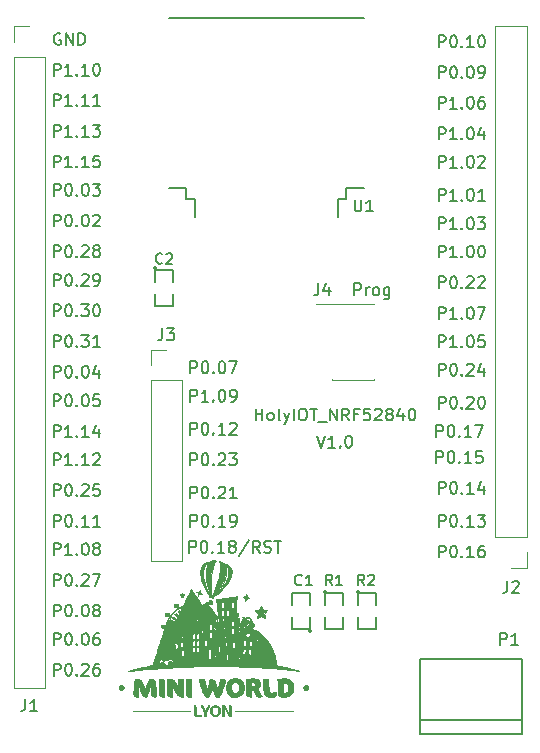
<source format=gto>
G04 #@! TF.GenerationSoftware,KiCad,Pcbnew,(5.0.0)*
G04 #@! TF.CreationDate,2018-09-13T11:25:45+02:00*
G04 #@! TF.ProjectId,HolyIoT-NRF52840-Breakout,486F6C79496F542D4E52463532383430,1.0*
G04 #@! TF.SameCoordinates,Original*
G04 #@! TF.FileFunction,Legend,Top*
G04 #@! TF.FilePolarity,Positive*
%FSLAX46Y46*%
G04 Gerber Fmt 4.6, Leading zero omitted, Abs format (unit mm)*
G04 Created by KiCad (PCBNEW (5.0.0)) date 09/13/18 11:25:45*
%MOMM*%
%LPD*%
G01*
G04 APERTURE LIST*
%ADD10C,0.150000*%
%ADD11C,0.120000*%
%ADD12C,0.127000*%
%ADD13C,0.010000*%
G04 APERTURE END LIST*
D10*
X132871428Y-102452380D02*
X132871428Y-101452380D01*
X133252380Y-101452380D01*
X133347619Y-101500000D01*
X133395238Y-101547619D01*
X133442857Y-101642857D01*
X133442857Y-101785714D01*
X133395238Y-101880952D01*
X133347619Y-101928571D01*
X133252380Y-101976190D01*
X132871428Y-101976190D01*
X134395238Y-102452380D02*
X133823809Y-102452380D01*
X134109523Y-102452380D02*
X134109523Y-101452380D01*
X134014285Y-101595238D01*
X133919047Y-101690476D01*
X133823809Y-101738095D01*
X134823809Y-102357142D02*
X134871428Y-102404761D01*
X134823809Y-102452380D01*
X134776190Y-102404761D01*
X134823809Y-102357142D01*
X134823809Y-102452380D01*
X135490476Y-101452380D02*
X135585714Y-101452380D01*
X135680952Y-101500000D01*
X135728571Y-101547619D01*
X135776190Y-101642857D01*
X135823809Y-101833333D01*
X135823809Y-102071428D01*
X135776190Y-102261904D01*
X135728571Y-102357142D01*
X135680952Y-102404761D01*
X135585714Y-102452380D01*
X135490476Y-102452380D01*
X135395238Y-102404761D01*
X135347619Y-102357142D01*
X135300000Y-102261904D01*
X135252380Y-102071428D01*
X135252380Y-101833333D01*
X135300000Y-101642857D01*
X135347619Y-101547619D01*
X135395238Y-101500000D01*
X135490476Y-101452380D01*
X136442857Y-101452380D02*
X136538095Y-101452380D01*
X136633333Y-101500000D01*
X136680952Y-101547619D01*
X136728571Y-101642857D01*
X136776190Y-101833333D01*
X136776190Y-102071428D01*
X136728571Y-102261904D01*
X136680952Y-102357142D01*
X136633333Y-102404761D01*
X136538095Y-102452380D01*
X136442857Y-102452380D01*
X136347619Y-102404761D01*
X136300000Y-102357142D01*
X136252380Y-102261904D01*
X136204761Y-102071428D01*
X136204761Y-101833333D01*
X136252380Y-101642857D01*
X136300000Y-101547619D01*
X136347619Y-101500000D01*
X136442857Y-101452380D01*
X111758968Y-127452664D02*
X111758968Y-126452664D01*
X112139920Y-126452664D01*
X112235158Y-126500284D01*
X112282777Y-126547903D01*
X112330396Y-126643141D01*
X112330396Y-126785998D01*
X112282777Y-126881236D01*
X112235158Y-126928855D01*
X112139920Y-126976474D01*
X111758968Y-126976474D01*
X112949444Y-126452664D02*
X113044682Y-126452664D01*
X113139920Y-126500284D01*
X113187539Y-126547903D01*
X113235158Y-126643141D01*
X113282777Y-126833617D01*
X113282777Y-127071712D01*
X113235158Y-127262188D01*
X113187539Y-127357426D01*
X113139920Y-127405045D01*
X113044682Y-127452664D01*
X112949444Y-127452664D01*
X112854206Y-127405045D01*
X112806587Y-127357426D01*
X112758968Y-127262188D01*
X112711349Y-127071712D01*
X112711349Y-126833617D01*
X112758968Y-126643141D01*
X112806587Y-126547903D01*
X112854206Y-126500284D01*
X112949444Y-126452664D01*
X113711349Y-127357426D02*
X113758968Y-127405045D01*
X113711349Y-127452664D01*
X113663730Y-127405045D01*
X113711349Y-127357426D01*
X113711349Y-127452664D01*
X114711349Y-127452664D02*
X114139920Y-127452664D01*
X114425634Y-127452664D02*
X114425634Y-126452664D01*
X114330396Y-126595522D01*
X114235158Y-126690760D01*
X114139920Y-126738379D01*
X115282777Y-126881236D02*
X115187539Y-126833617D01*
X115139920Y-126785998D01*
X115092301Y-126690760D01*
X115092301Y-126643141D01*
X115139920Y-126547903D01*
X115187539Y-126500284D01*
X115282777Y-126452664D01*
X115473253Y-126452664D01*
X115568492Y-126500284D01*
X115616111Y-126547903D01*
X115663730Y-126643141D01*
X115663730Y-126690760D01*
X115616111Y-126785998D01*
X115568492Y-126833617D01*
X115473253Y-126881236D01*
X115282777Y-126881236D01*
X115187539Y-126928855D01*
X115139920Y-126976474D01*
X115092301Y-127071712D01*
X115092301Y-127262188D01*
X115139920Y-127357426D01*
X115187539Y-127405045D01*
X115282777Y-127452664D01*
X115473253Y-127452664D01*
X115568492Y-127405045D01*
X115616111Y-127357426D01*
X115663730Y-127262188D01*
X115663730Y-127071712D01*
X115616111Y-126976474D01*
X115568492Y-126928855D01*
X115473253Y-126881236D01*
X116806587Y-126405045D02*
X115949444Y-127690760D01*
X117711349Y-127452664D02*
X117378015Y-126976474D01*
X117139920Y-127452664D02*
X117139920Y-126452664D01*
X117520872Y-126452664D01*
X117616111Y-126500284D01*
X117663730Y-126547903D01*
X117711349Y-126643141D01*
X117711349Y-126785998D01*
X117663730Y-126881236D01*
X117616111Y-126928855D01*
X117520872Y-126976474D01*
X117139920Y-126976474D01*
X118092301Y-127405045D02*
X118235158Y-127452664D01*
X118473253Y-127452664D01*
X118568492Y-127405045D01*
X118616111Y-127357426D01*
X118663730Y-127262188D01*
X118663730Y-127166950D01*
X118616111Y-127071712D01*
X118568492Y-127024093D01*
X118473253Y-126976474D01*
X118282777Y-126928855D01*
X118187539Y-126881236D01*
X118139920Y-126833617D01*
X118092301Y-126738379D01*
X118092301Y-126643141D01*
X118139920Y-126547903D01*
X118187539Y-126500284D01*
X118282777Y-126452664D01*
X118520872Y-126452664D01*
X118663730Y-126500284D01*
X118949444Y-126452664D02*
X119520872Y-126452664D01*
X119235158Y-127452664D02*
X119235158Y-126452664D01*
X111839920Y-114652664D02*
X111839920Y-113652664D01*
X112220872Y-113652664D01*
X112316111Y-113700284D01*
X112363730Y-113747903D01*
X112411349Y-113843141D01*
X112411349Y-113985998D01*
X112363730Y-114081236D01*
X112316111Y-114128855D01*
X112220872Y-114176474D01*
X111839920Y-114176474D01*
X113363730Y-114652664D02*
X112792301Y-114652664D01*
X113078015Y-114652664D02*
X113078015Y-113652664D01*
X112982777Y-113795522D01*
X112887539Y-113890760D01*
X112792301Y-113938379D01*
X113792301Y-114557426D02*
X113839920Y-114605045D01*
X113792301Y-114652664D01*
X113744682Y-114605045D01*
X113792301Y-114557426D01*
X113792301Y-114652664D01*
X114458968Y-113652664D02*
X114554206Y-113652664D01*
X114649444Y-113700284D01*
X114697063Y-113747903D01*
X114744682Y-113843141D01*
X114792301Y-114033617D01*
X114792301Y-114271712D01*
X114744682Y-114462188D01*
X114697063Y-114557426D01*
X114649444Y-114605045D01*
X114554206Y-114652664D01*
X114458968Y-114652664D01*
X114363730Y-114605045D01*
X114316111Y-114557426D01*
X114268492Y-114462188D01*
X114220872Y-114271712D01*
X114220872Y-114033617D01*
X114268492Y-113843141D01*
X114316111Y-113747903D01*
X114363730Y-113700284D01*
X114458968Y-113652664D01*
X115268492Y-114652664D02*
X115458968Y-114652664D01*
X115554206Y-114605045D01*
X115601825Y-114557426D01*
X115697063Y-114414569D01*
X115744682Y-114224093D01*
X115744682Y-113843141D01*
X115697063Y-113747903D01*
X115649444Y-113700284D01*
X115554206Y-113652664D01*
X115363730Y-113652664D01*
X115268492Y-113700284D01*
X115220872Y-113747903D01*
X115173253Y-113843141D01*
X115173253Y-114081236D01*
X115220872Y-114176474D01*
X115268492Y-114224093D01*
X115363730Y-114271712D01*
X115554206Y-114271712D01*
X115649444Y-114224093D01*
X115697063Y-114176474D01*
X115744682Y-114081236D01*
X111839920Y-122852664D02*
X111839920Y-121852664D01*
X112220872Y-121852664D01*
X112316111Y-121900284D01*
X112363730Y-121947903D01*
X112411349Y-122043141D01*
X112411349Y-122185998D01*
X112363730Y-122281236D01*
X112316111Y-122328855D01*
X112220872Y-122376474D01*
X111839920Y-122376474D01*
X113030396Y-121852664D02*
X113125634Y-121852664D01*
X113220872Y-121900284D01*
X113268492Y-121947903D01*
X113316111Y-122043141D01*
X113363730Y-122233617D01*
X113363730Y-122471712D01*
X113316111Y-122662188D01*
X113268492Y-122757426D01*
X113220872Y-122805045D01*
X113125634Y-122852664D01*
X113030396Y-122852664D01*
X112935158Y-122805045D01*
X112887539Y-122757426D01*
X112839920Y-122662188D01*
X112792301Y-122471712D01*
X112792301Y-122233617D01*
X112839920Y-122043141D01*
X112887539Y-121947903D01*
X112935158Y-121900284D01*
X113030396Y-121852664D01*
X113792301Y-122757426D02*
X113839920Y-122805045D01*
X113792301Y-122852664D01*
X113744682Y-122805045D01*
X113792301Y-122757426D01*
X113792301Y-122852664D01*
X114220872Y-121947903D02*
X114268492Y-121900284D01*
X114363730Y-121852664D01*
X114601825Y-121852664D01*
X114697063Y-121900284D01*
X114744682Y-121947903D01*
X114792301Y-122043141D01*
X114792301Y-122138379D01*
X114744682Y-122281236D01*
X114173253Y-122852664D01*
X114792301Y-122852664D01*
X115744682Y-122852664D02*
X115173253Y-122852664D01*
X115458968Y-122852664D02*
X115458968Y-121852664D01*
X115363730Y-121995522D01*
X115268492Y-122090760D01*
X115173253Y-122138379D01*
X111839920Y-120052664D02*
X111839920Y-119052664D01*
X112220872Y-119052664D01*
X112316111Y-119100284D01*
X112363730Y-119147903D01*
X112411349Y-119243141D01*
X112411349Y-119385998D01*
X112363730Y-119481236D01*
X112316111Y-119528855D01*
X112220872Y-119576474D01*
X111839920Y-119576474D01*
X113030396Y-119052664D02*
X113125634Y-119052664D01*
X113220872Y-119100284D01*
X113268492Y-119147903D01*
X113316111Y-119243141D01*
X113363730Y-119433617D01*
X113363730Y-119671712D01*
X113316111Y-119862188D01*
X113268492Y-119957426D01*
X113220872Y-120005045D01*
X113125634Y-120052664D01*
X113030396Y-120052664D01*
X112935158Y-120005045D01*
X112887539Y-119957426D01*
X112839920Y-119862188D01*
X112792301Y-119671712D01*
X112792301Y-119433617D01*
X112839920Y-119243141D01*
X112887539Y-119147903D01*
X112935158Y-119100284D01*
X113030396Y-119052664D01*
X113792301Y-119957426D02*
X113839920Y-120005045D01*
X113792301Y-120052664D01*
X113744682Y-120005045D01*
X113792301Y-119957426D01*
X113792301Y-120052664D01*
X114220872Y-119147903D02*
X114268492Y-119100284D01*
X114363730Y-119052664D01*
X114601825Y-119052664D01*
X114697063Y-119100284D01*
X114744682Y-119147903D01*
X114792301Y-119243141D01*
X114792301Y-119338379D01*
X114744682Y-119481236D01*
X114173253Y-120052664D01*
X114792301Y-120052664D01*
X115125634Y-119052664D02*
X115744682Y-119052664D01*
X115411349Y-119433617D01*
X115554206Y-119433617D01*
X115649444Y-119481236D01*
X115697063Y-119528855D01*
X115744682Y-119624093D01*
X115744682Y-119862188D01*
X115697063Y-119957426D01*
X115649444Y-120005045D01*
X115554206Y-120052664D01*
X115268492Y-120052664D01*
X115173253Y-120005045D01*
X115125634Y-119957426D01*
X111839920Y-125252664D02*
X111839920Y-124252664D01*
X112220872Y-124252664D01*
X112316111Y-124300284D01*
X112363730Y-124347903D01*
X112411349Y-124443141D01*
X112411349Y-124585998D01*
X112363730Y-124681236D01*
X112316111Y-124728855D01*
X112220872Y-124776474D01*
X111839920Y-124776474D01*
X113030396Y-124252664D02*
X113125634Y-124252664D01*
X113220872Y-124300284D01*
X113268492Y-124347903D01*
X113316111Y-124443141D01*
X113363730Y-124633617D01*
X113363730Y-124871712D01*
X113316111Y-125062188D01*
X113268492Y-125157426D01*
X113220872Y-125205045D01*
X113125634Y-125252664D01*
X113030396Y-125252664D01*
X112935158Y-125205045D01*
X112887539Y-125157426D01*
X112839920Y-125062188D01*
X112792301Y-124871712D01*
X112792301Y-124633617D01*
X112839920Y-124443141D01*
X112887539Y-124347903D01*
X112935158Y-124300284D01*
X113030396Y-124252664D01*
X113792301Y-125157426D02*
X113839920Y-125205045D01*
X113792301Y-125252664D01*
X113744682Y-125205045D01*
X113792301Y-125157426D01*
X113792301Y-125252664D01*
X114792301Y-125252664D02*
X114220872Y-125252664D01*
X114506587Y-125252664D02*
X114506587Y-124252664D01*
X114411349Y-124395522D01*
X114316111Y-124490760D01*
X114220872Y-124538379D01*
X115268492Y-125252664D02*
X115458968Y-125252664D01*
X115554206Y-125205045D01*
X115601825Y-125157426D01*
X115697063Y-125014569D01*
X115744682Y-124824093D01*
X115744682Y-124443141D01*
X115697063Y-124347903D01*
X115649444Y-124300284D01*
X115554206Y-124252664D01*
X115363730Y-124252664D01*
X115268492Y-124300284D01*
X115220872Y-124347903D01*
X115173253Y-124443141D01*
X115173253Y-124681236D01*
X115220872Y-124776474D01*
X115268492Y-124824093D01*
X115363730Y-124871712D01*
X115554206Y-124871712D01*
X115649444Y-124824093D01*
X115697063Y-124776474D01*
X115744682Y-124681236D01*
X111839920Y-117452664D02*
X111839920Y-116452664D01*
X112220872Y-116452664D01*
X112316111Y-116500284D01*
X112363730Y-116547903D01*
X112411349Y-116643141D01*
X112411349Y-116785998D01*
X112363730Y-116881236D01*
X112316111Y-116928855D01*
X112220872Y-116976474D01*
X111839920Y-116976474D01*
X113030396Y-116452664D02*
X113125634Y-116452664D01*
X113220872Y-116500284D01*
X113268492Y-116547903D01*
X113316111Y-116643141D01*
X113363730Y-116833617D01*
X113363730Y-117071712D01*
X113316111Y-117262188D01*
X113268492Y-117357426D01*
X113220872Y-117405045D01*
X113125634Y-117452664D01*
X113030396Y-117452664D01*
X112935158Y-117405045D01*
X112887539Y-117357426D01*
X112839920Y-117262188D01*
X112792301Y-117071712D01*
X112792301Y-116833617D01*
X112839920Y-116643141D01*
X112887539Y-116547903D01*
X112935158Y-116500284D01*
X113030396Y-116452664D01*
X113792301Y-117357426D02*
X113839920Y-117405045D01*
X113792301Y-117452664D01*
X113744682Y-117405045D01*
X113792301Y-117357426D01*
X113792301Y-117452664D01*
X114792301Y-117452664D02*
X114220872Y-117452664D01*
X114506587Y-117452664D02*
X114506587Y-116452664D01*
X114411349Y-116595522D01*
X114316111Y-116690760D01*
X114220872Y-116738379D01*
X115173253Y-116547903D02*
X115220872Y-116500284D01*
X115316111Y-116452664D01*
X115554206Y-116452664D01*
X115649444Y-116500284D01*
X115697063Y-116547903D01*
X115744682Y-116643141D01*
X115744682Y-116738379D01*
X115697063Y-116881236D01*
X115125634Y-117452664D01*
X115744682Y-117452664D01*
X111839920Y-112252664D02*
X111839920Y-111252664D01*
X112220872Y-111252664D01*
X112316111Y-111300284D01*
X112363730Y-111347903D01*
X112411349Y-111443141D01*
X112411349Y-111585998D01*
X112363730Y-111681236D01*
X112316111Y-111728855D01*
X112220872Y-111776474D01*
X111839920Y-111776474D01*
X113030396Y-111252664D02*
X113125634Y-111252664D01*
X113220872Y-111300284D01*
X113268492Y-111347903D01*
X113316111Y-111443141D01*
X113363730Y-111633617D01*
X113363730Y-111871712D01*
X113316111Y-112062188D01*
X113268492Y-112157426D01*
X113220872Y-112205045D01*
X113125634Y-112252664D01*
X113030396Y-112252664D01*
X112935158Y-112205045D01*
X112887539Y-112157426D01*
X112839920Y-112062188D01*
X112792301Y-111871712D01*
X112792301Y-111633617D01*
X112839920Y-111443141D01*
X112887539Y-111347903D01*
X112935158Y-111300284D01*
X113030396Y-111252664D01*
X113792301Y-112157426D02*
X113839920Y-112205045D01*
X113792301Y-112252664D01*
X113744682Y-112205045D01*
X113792301Y-112157426D01*
X113792301Y-112252664D01*
X114458968Y-111252664D02*
X114554206Y-111252664D01*
X114649444Y-111300284D01*
X114697063Y-111347903D01*
X114744682Y-111443141D01*
X114792301Y-111633617D01*
X114792301Y-111871712D01*
X114744682Y-112062188D01*
X114697063Y-112157426D01*
X114649444Y-112205045D01*
X114554206Y-112252664D01*
X114458968Y-112252664D01*
X114363730Y-112205045D01*
X114316111Y-112157426D01*
X114268492Y-112062188D01*
X114220872Y-111871712D01*
X114220872Y-111633617D01*
X114268492Y-111443141D01*
X114316111Y-111347903D01*
X114363730Y-111300284D01*
X114458968Y-111252664D01*
X115125634Y-111252664D02*
X115792301Y-111252664D01*
X115363730Y-112252664D01*
X132871428Y-125252380D02*
X132871428Y-124252380D01*
X133252380Y-124252380D01*
X133347619Y-124300000D01*
X133395238Y-124347619D01*
X133442857Y-124442857D01*
X133442857Y-124585714D01*
X133395238Y-124680952D01*
X133347619Y-124728571D01*
X133252380Y-124776190D01*
X132871428Y-124776190D01*
X134061904Y-124252380D02*
X134157142Y-124252380D01*
X134252380Y-124300000D01*
X134300000Y-124347619D01*
X134347619Y-124442857D01*
X134395238Y-124633333D01*
X134395238Y-124871428D01*
X134347619Y-125061904D01*
X134300000Y-125157142D01*
X134252380Y-125204761D01*
X134157142Y-125252380D01*
X134061904Y-125252380D01*
X133966666Y-125204761D01*
X133919047Y-125157142D01*
X133871428Y-125061904D01*
X133823809Y-124871428D01*
X133823809Y-124633333D01*
X133871428Y-124442857D01*
X133919047Y-124347619D01*
X133966666Y-124300000D01*
X134061904Y-124252380D01*
X134823809Y-125157142D02*
X134871428Y-125204761D01*
X134823809Y-125252380D01*
X134776190Y-125204761D01*
X134823809Y-125157142D01*
X134823809Y-125252380D01*
X135823809Y-125252380D02*
X135252380Y-125252380D01*
X135538095Y-125252380D02*
X135538095Y-124252380D01*
X135442857Y-124395238D01*
X135347619Y-124490476D01*
X135252380Y-124538095D01*
X136157142Y-124252380D02*
X136776190Y-124252380D01*
X136442857Y-124633333D01*
X136585714Y-124633333D01*
X136680952Y-124680952D01*
X136728571Y-124728571D01*
X136776190Y-124823809D01*
X136776190Y-125061904D01*
X136728571Y-125157142D01*
X136680952Y-125204761D01*
X136585714Y-125252380D01*
X136300000Y-125252380D01*
X136204761Y-125204761D01*
X136157142Y-125157142D01*
X132871428Y-122452380D02*
X132871428Y-121452380D01*
X133252380Y-121452380D01*
X133347619Y-121500000D01*
X133395238Y-121547619D01*
X133442857Y-121642857D01*
X133442857Y-121785714D01*
X133395238Y-121880952D01*
X133347619Y-121928571D01*
X133252380Y-121976190D01*
X132871428Y-121976190D01*
X134061904Y-121452380D02*
X134157142Y-121452380D01*
X134252380Y-121500000D01*
X134300000Y-121547619D01*
X134347619Y-121642857D01*
X134395238Y-121833333D01*
X134395238Y-122071428D01*
X134347619Y-122261904D01*
X134300000Y-122357142D01*
X134252380Y-122404761D01*
X134157142Y-122452380D01*
X134061904Y-122452380D01*
X133966666Y-122404761D01*
X133919047Y-122357142D01*
X133871428Y-122261904D01*
X133823809Y-122071428D01*
X133823809Y-121833333D01*
X133871428Y-121642857D01*
X133919047Y-121547619D01*
X133966666Y-121500000D01*
X134061904Y-121452380D01*
X134823809Y-122357142D02*
X134871428Y-122404761D01*
X134823809Y-122452380D01*
X134776190Y-122404761D01*
X134823809Y-122357142D01*
X134823809Y-122452380D01*
X135823809Y-122452380D02*
X135252380Y-122452380D01*
X135538095Y-122452380D02*
X135538095Y-121452380D01*
X135442857Y-121595238D01*
X135347619Y-121690476D01*
X135252380Y-121738095D01*
X136680952Y-121785714D02*
X136680952Y-122452380D01*
X136442857Y-121404761D02*
X136204761Y-122119047D01*
X136823809Y-122119047D01*
X132871428Y-127852380D02*
X132871428Y-126852380D01*
X133252380Y-126852380D01*
X133347619Y-126900000D01*
X133395238Y-126947619D01*
X133442857Y-127042857D01*
X133442857Y-127185714D01*
X133395238Y-127280952D01*
X133347619Y-127328571D01*
X133252380Y-127376190D01*
X132871428Y-127376190D01*
X134061904Y-126852380D02*
X134157142Y-126852380D01*
X134252380Y-126900000D01*
X134300000Y-126947619D01*
X134347619Y-127042857D01*
X134395238Y-127233333D01*
X134395238Y-127471428D01*
X134347619Y-127661904D01*
X134300000Y-127757142D01*
X134252380Y-127804761D01*
X134157142Y-127852380D01*
X134061904Y-127852380D01*
X133966666Y-127804761D01*
X133919047Y-127757142D01*
X133871428Y-127661904D01*
X133823809Y-127471428D01*
X133823809Y-127233333D01*
X133871428Y-127042857D01*
X133919047Y-126947619D01*
X133966666Y-126900000D01*
X134061904Y-126852380D01*
X134823809Y-127757142D02*
X134871428Y-127804761D01*
X134823809Y-127852380D01*
X134776190Y-127804761D01*
X134823809Y-127757142D01*
X134823809Y-127852380D01*
X135823809Y-127852380D02*
X135252380Y-127852380D01*
X135538095Y-127852380D02*
X135538095Y-126852380D01*
X135442857Y-126995238D01*
X135347619Y-127090476D01*
X135252380Y-127138095D01*
X136680952Y-126852380D02*
X136490476Y-126852380D01*
X136395238Y-126900000D01*
X136347619Y-126947619D01*
X136252380Y-127090476D01*
X136204761Y-127280952D01*
X136204761Y-127661904D01*
X136252380Y-127757142D01*
X136300000Y-127804761D01*
X136395238Y-127852380D01*
X136585714Y-127852380D01*
X136680952Y-127804761D01*
X136728571Y-127757142D01*
X136776190Y-127661904D01*
X136776190Y-127423809D01*
X136728571Y-127328571D01*
X136680952Y-127280952D01*
X136585714Y-127233333D01*
X136395238Y-127233333D01*
X136300000Y-127280952D01*
X136252380Y-127328571D01*
X136204761Y-127423809D01*
X132671428Y-119852380D02*
X132671428Y-118852380D01*
X133052380Y-118852380D01*
X133147619Y-118900000D01*
X133195238Y-118947619D01*
X133242857Y-119042857D01*
X133242857Y-119185714D01*
X133195238Y-119280952D01*
X133147619Y-119328571D01*
X133052380Y-119376190D01*
X132671428Y-119376190D01*
X133861904Y-118852380D02*
X133957142Y-118852380D01*
X134052380Y-118900000D01*
X134100000Y-118947619D01*
X134147619Y-119042857D01*
X134195238Y-119233333D01*
X134195238Y-119471428D01*
X134147619Y-119661904D01*
X134100000Y-119757142D01*
X134052380Y-119804761D01*
X133957142Y-119852380D01*
X133861904Y-119852380D01*
X133766666Y-119804761D01*
X133719047Y-119757142D01*
X133671428Y-119661904D01*
X133623809Y-119471428D01*
X133623809Y-119233333D01*
X133671428Y-119042857D01*
X133719047Y-118947619D01*
X133766666Y-118900000D01*
X133861904Y-118852380D01*
X134623809Y-119757142D02*
X134671428Y-119804761D01*
X134623809Y-119852380D01*
X134576190Y-119804761D01*
X134623809Y-119757142D01*
X134623809Y-119852380D01*
X135623809Y-119852380D02*
X135052380Y-119852380D01*
X135338095Y-119852380D02*
X135338095Y-118852380D01*
X135242857Y-118995238D01*
X135147619Y-119090476D01*
X135052380Y-119138095D01*
X136528571Y-118852380D02*
X136052380Y-118852380D01*
X136004761Y-119328571D01*
X136052380Y-119280952D01*
X136147619Y-119233333D01*
X136385714Y-119233333D01*
X136480952Y-119280952D01*
X136528571Y-119328571D01*
X136576190Y-119423809D01*
X136576190Y-119661904D01*
X136528571Y-119757142D01*
X136480952Y-119804761D01*
X136385714Y-119852380D01*
X136147619Y-119852380D01*
X136052380Y-119804761D01*
X136004761Y-119757142D01*
X132871428Y-115252380D02*
X132871428Y-114252380D01*
X133252380Y-114252380D01*
X133347619Y-114300000D01*
X133395238Y-114347619D01*
X133442857Y-114442857D01*
X133442857Y-114585714D01*
X133395238Y-114680952D01*
X133347619Y-114728571D01*
X133252380Y-114776190D01*
X132871428Y-114776190D01*
X134061904Y-114252380D02*
X134157142Y-114252380D01*
X134252380Y-114300000D01*
X134300000Y-114347619D01*
X134347619Y-114442857D01*
X134395238Y-114633333D01*
X134395238Y-114871428D01*
X134347619Y-115061904D01*
X134300000Y-115157142D01*
X134252380Y-115204761D01*
X134157142Y-115252380D01*
X134061904Y-115252380D01*
X133966666Y-115204761D01*
X133919047Y-115157142D01*
X133871428Y-115061904D01*
X133823809Y-114871428D01*
X133823809Y-114633333D01*
X133871428Y-114442857D01*
X133919047Y-114347619D01*
X133966666Y-114300000D01*
X134061904Y-114252380D01*
X134823809Y-115157142D02*
X134871428Y-115204761D01*
X134823809Y-115252380D01*
X134776190Y-115204761D01*
X134823809Y-115157142D01*
X134823809Y-115252380D01*
X135252380Y-114347619D02*
X135300000Y-114300000D01*
X135395238Y-114252380D01*
X135633333Y-114252380D01*
X135728571Y-114300000D01*
X135776190Y-114347619D01*
X135823809Y-114442857D01*
X135823809Y-114538095D01*
X135776190Y-114680952D01*
X135204761Y-115252380D01*
X135823809Y-115252380D01*
X136442857Y-114252380D02*
X136538095Y-114252380D01*
X136633333Y-114300000D01*
X136680952Y-114347619D01*
X136728571Y-114442857D01*
X136776190Y-114633333D01*
X136776190Y-114871428D01*
X136728571Y-115061904D01*
X136680952Y-115157142D01*
X136633333Y-115204761D01*
X136538095Y-115252380D01*
X136442857Y-115252380D01*
X136347619Y-115204761D01*
X136300000Y-115157142D01*
X136252380Y-115061904D01*
X136204761Y-114871428D01*
X136204761Y-114633333D01*
X136252380Y-114442857D01*
X136300000Y-114347619D01*
X136347619Y-114300000D01*
X136442857Y-114252380D01*
X132871428Y-112452380D02*
X132871428Y-111452380D01*
X133252380Y-111452380D01*
X133347619Y-111500000D01*
X133395238Y-111547619D01*
X133442857Y-111642857D01*
X133442857Y-111785714D01*
X133395238Y-111880952D01*
X133347619Y-111928571D01*
X133252380Y-111976190D01*
X132871428Y-111976190D01*
X134061904Y-111452380D02*
X134157142Y-111452380D01*
X134252380Y-111500000D01*
X134300000Y-111547619D01*
X134347619Y-111642857D01*
X134395238Y-111833333D01*
X134395238Y-112071428D01*
X134347619Y-112261904D01*
X134300000Y-112357142D01*
X134252380Y-112404761D01*
X134157142Y-112452380D01*
X134061904Y-112452380D01*
X133966666Y-112404761D01*
X133919047Y-112357142D01*
X133871428Y-112261904D01*
X133823809Y-112071428D01*
X133823809Y-111833333D01*
X133871428Y-111642857D01*
X133919047Y-111547619D01*
X133966666Y-111500000D01*
X134061904Y-111452380D01*
X134823809Y-112357142D02*
X134871428Y-112404761D01*
X134823809Y-112452380D01*
X134776190Y-112404761D01*
X134823809Y-112357142D01*
X134823809Y-112452380D01*
X135252380Y-111547619D02*
X135300000Y-111500000D01*
X135395238Y-111452380D01*
X135633333Y-111452380D01*
X135728571Y-111500000D01*
X135776190Y-111547619D01*
X135823809Y-111642857D01*
X135823809Y-111738095D01*
X135776190Y-111880952D01*
X135204761Y-112452380D01*
X135823809Y-112452380D01*
X136680952Y-111785714D02*
X136680952Y-112452380D01*
X136442857Y-111404761D02*
X136204761Y-112119047D01*
X136823809Y-112119047D01*
X132671428Y-117652380D02*
X132671428Y-116652380D01*
X133052380Y-116652380D01*
X133147619Y-116700000D01*
X133195238Y-116747619D01*
X133242857Y-116842857D01*
X133242857Y-116985714D01*
X133195238Y-117080952D01*
X133147619Y-117128571D01*
X133052380Y-117176190D01*
X132671428Y-117176190D01*
X133861904Y-116652380D02*
X133957142Y-116652380D01*
X134052380Y-116700000D01*
X134100000Y-116747619D01*
X134147619Y-116842857D01*
X134195238Y-117033333D01*
X134195238Y-117271428D01*
X134147619Y-117461904D01*
X134100000Y-117557142D01*
X134052380Y-117604761D01*
X133957142Y-117652380D01*
X133861904Y-117652380D01*
X133766666Y-117604761D01*
X133719047Y-117557142D01*
X133671428Y-117461904D01*
X133623809Y-117271428D01*
X133623809Y-117033333D01*
X133671428Y-116842857D01*
X133719047Y-116747619D01*
X133766666Y-116700000D01*
X133861904Y-116652380D01*
X134623809Y-117557142D02*
X134671428Y-117604761D01*
X134623809Y-117652380D01*
X134576190Y-117604761D01*
X134623809Y-117557142D01*
X134623809Y-117652380D01*
X135623809Y-117652380D02*
X135052380Y-117652380D01*
X135338095Y-117652380D02*
X135338095Y-116652380D01*
X135242857Y-116795238D01*
X135147619Y-116890476D01*
X135052380Y-116938095D01*
X135957142Y-116652380D02*
X136623809Y-116652380D01*
X136195238Y-117652380D01*
X132871428Y-107652380D02*
X132871428Y-106652380D01*
X133252380Y-106652380D01*
X133347619Y-106700000D01*
X133395238Y-106747619D01*
X133442857Y-106842857D01*
X133442857Y-106985714D01*
X133395238Y-107080952D01*
X133347619Y-107128571D01*
X133252380Y-107176190D01*
X132871428Y-107176190D01*
X134395238Y-107652380D02*
X133823809Y-107652380D01*
X134109523Y-107652380D02*
X134109523Y-106652380D01*
X134014285Y-106795238D01*
X133919047Y-106890476D01*
X133823809Y-106938095D01*
X134823809Y-107557142D02*
X134871428Y-107604761D01*
X134823809Y-107652380D01*
X134776190Y-107604761D01*
X134823809Y-107557142D01*
X134823809Y-107652380D01*
X135490476Y-106652380D02*
X135585714Y-106652380D01*
X135680952Y-106700000D01*
X135728571Y-106747619D01*
X135776190Y-106842857D01*
X135823809Y-107033333D01*
X135823809Y-107271428D01*
X135776190Y-107461904D01*
X135728571Y-107557142D01*
X135680952Y-107604761D01*
X135585714Y-107652380D01*
X135490476Y-107652380D01*
X135395238Y-107604761D01*
X135347619Y-107557142D01*
X135300000Y-107461904D01*
X135252380Y-107271428D01*
X135252380Y-107033333D01*
X135300000Y-106842857D01*
X135347619Y-106747619D01*
X135395238Y-106700000D01*
X135490476Y-106652380D01*
X136157142Y-106652380D02*
X136823809Y-106652380D01*
X136395238Y-107652380D01*
X132871428Y-110052380D02*
X132871428Y-109052380D01*
X133252380Y-109052380D01*
X133347619Y-109100000D01*
X133395238Y-109147619D01*
X133442857Y-109242857D01*
X133442857Y-109385714D01*
X133395238Y-109480952D01*
X133347619Y-109528571D01*
X133252380Y-109576190D01*
X132871428Y-109576190D01*
X134395238Y-110052380D02*
X133823809Y-110052380D01*
X134109523Y-110052380D02*
X134109523Y-109052380D01*
X134014285Y-109195238D01*
X133919047Y-109290476D01*
X133823809Y-109338095D01*
X134823809Y-109957142D02*
X134871428Y-110004761D01*
X134823809Y-110052380D01*
X134776190Y-110004761D01*
X134823809Y-109957142D01*
X134823809Y-110052380D01*
X135490476Y-109052380D02*
X135585714Y-109052380D01*
X135680952Y-109100000D01*
X135728571Y-109147619D01*
X135776190Y-109242857D01*
X135823809Y-109433333D01*
X135823809Y-109671428D01*
X135776190Y-109861904D01*
X135728571Y-109957142D01*
X135680952Y-110004761D01*
X135585714Y-110052380D01*
X135490476Y-110052380D01*
X135395238Y-110004761D01*
X135347619Y-109957142D01*
X135300000Y-109861904D01*
X135252380Y-109671428D01*
X135252380Y-109433333D01*
X135300000Y-109242857D01*
X135347619Y-109147619D01*
X135395238Y-109100000D01*
X135490476Y-109052380D01*
X136728571Y-109052380D02*
X136252380Y-109052380D01*
X136204761Y-109528571D01*
X136252380Y-109480952D01*
X136347619Y-109433333D01*
X136585714Y-109433333D01*
X136680952Y-109480952D01*
X136728571Y-109528571D01*
X136776190Y-109623809D01*
X136776190Y-109861904D01*
X136728571Y-109957142D01*
X136680952Y-110004761D01*
X136585714Y-110052380D01*
X136347619Y-110052380D01*
X136252380Y-110004761D01*
X136204761Y-109957142D01*
X132871428Y-105052380D02*
X132871428Y-104052380D01*
X133252380Y-104052380D01*
X133347619Y-104100000D01*
X133395238Y-104147619D01*
X133442857Y-104242857D01*
X133442857Y-104385714D01*
X133395238Y-104480952D01*
X133347619Y-104528571D01*
X133252380Y-104576190D01*
X132871428Y-104576190D01*
X134061904Y-104052380D02*
X134157142Y-104052380D01*
X134252380Y-104100000D01*
X134300000Y-104147619D01*
X134347619Y-104242857D01*
X134395238Y-104433333D01*
X134395238Y-104671428D01*
X134347619Y-104861904D01*
X134300000Y-104957142D01*
X134252380Y-105004761D01*
X134157142Y-105052380D01*
X134061904Y-105052380D01*
X133966666Y-105004761D01*
X133919047Y-104957142D01*
X133871428Y-104861904D01*
X133823809Y-104671428D01*
X133823809Y-104433333D01*
X133871428Y-104242857D01*
X133919047Y-104147619D01*
X133966666Y-104100000D01*
X134061904Y-104052380D01*
X134823809Y-104957142D02*
X134871428Y-105004761D01*
X134823809Y-105052380D01*
X134776190Y-105004761D01*
X134823809Y-104957142D01*
X134823809Y-105052380D01*
X135252380Y-104147619D02*
X135300000Y-104100000D01*
X135395238Y-104052380D01*
X135633333Y-104052380D01*
X135728571Y-104100000D01*
X135776190Y-104147619D01*
X135823809Y-104242857D01*
X135823809Y-104338095D01*
X135776190Y-104480952D01*
X135204761Y-105052380D01*
X135823809Y-105052380D01*
X136204761Y-104147619D02*
X136252380Y-104100000D01*
X136347619Y-104052380D01*
X136585714Y-104052380D01*
X136680952Y-104100000D01*
X136728571Y-104147619D01*
X136776190Y-104242857D01*
X136776190Y-104338095D01*
X136728571Y-104480952D01*
X136157142Y-105052380D01*
X136776190Y-105052380D01*
X132871428Y-100052380D02*
X132871428Y-99052380D01*
X133252380Y-99052380D01*
X133347619Y-99100000D01*
X133395238Y-99147619D01*
X133442857Y-99242857D01*
X133442857Y-99385714D01*
X133395238Y-99480952D01*
X133347619Y-99528571D01*
X133252380Y-99576190D01*
X132871428Y-99576190D01*
X134395238Y-100052380D02*
X133823809Y-100052380D01*
X134109523Y-100052380D02*
X134109523Y-99052380D01*
X134014285Y-99195238D01*
X133919047Y-99290476D01*
X133823809Y-99338095D01*
X134823809Y-99957142D02*
X134871428Y-100004761D01*
X134823809Y-100052380D01*
X134776190Y-100004761D01*
X134823809Y-99957142D01*
X134823809Y-100052380D01*
X135490476Y-99052380D02*
X135585714Y-99052380D01*
X135680952Y-99100000D01*
X135728571Y-99147619D01*
X135776190Y-99242857D01*
X135823809Y-99433333D01*
X135823809Y-99671428D01*
X135776190Y-99861904D01*
X135728571Y-99957142D01*
X135680952Y-100004761D01*
X135585714Y-100052380D01*
X135490476Y-100052380D01*
X135395238Y-100004761D01*
X135347619Y-99957142D01*
X135300000Y-99861904D01*
X135252380Y-99671428D01*
X135252380Y-99433333D01*
X135300000Y-99242857D01*
X135347619Y-99147619D01*
X135395238Y-99100000D01*
X135490476Y-99052380D01*
X136157142Y-99052380D02*
X136776190Y-99052380D01*
X136442857Y-99433333D01*
X136585714Y-99433333D01*
X136680952Y-99480952D01*
X136728571Y-99528571D01*
X136776190Y-99623809D01*
X136776190Y-99861904D01*
X136728571Y-99957142D01*
X136680952Y-100004761D01*
X136585714Y-100052380D01*
X136300000Y-100052380D01*
X136204761Y-100004761D01*
X136157142Y-99957142D01*
X132871428Y-94852380D02*
X132871428Y-93852380D01*
X133252380Y-93852380D01*
X133347619Y-93900000D01*
X133395238Y-93947619D01*
X133442857Y-94042857D01*
X133442857Y-94185714D01*
X133395238Y-94280952D01*
X133347619Y-94328571D01*
X133252380Y-94376190D01*
X132871428Y-94376190D01*
X134395238Y-94852380D02*
X133823809Y-94852380D01*
X134109523Y-94852380D02*
X134109523Y-93852380D01*
X134014285Y-93995238D01*
X133919047Y-94090476D01*
X133823809Y-94138095D01*
X134823809Y-94757142D02*
X134871428Y-94804761D01*
X134823809Y-94852380D01*
X134776190Y-94804761D01*
X134823809Y-94757142D01*
X134823809Y-94852380D01*
X135490476Y-93852380D02*
X135585714Y-93852380D01*
X135680952Y-93900000D01*
X135728571Y-93947619D01*
X135776190Y-94042857D01*
X135823809Y-94233333D01*
X135823809Y-94471428D01*
X135776190Y-94661904D01*
X135728571Y-94757142D01*
X135680952Y-94804761D01*
X135585714Y-94852380D01*
X135490476Y-94852380D01*
X135395238Y-94804761D01*
X135347619Y-94757142D01*
X135300000Y-94661904D01*
X135252380Y-94471428D01*
X135252380Y-94233333D01*
X135300000Y-94042857D01*
X135347619Y-93947619D01*
X135395238Y-93900000D01*
X135490476Y-93852380D01*
X136204761Y-93947619D02*
X136252380Y-93900000D01*
X136347619Y-93852380D01*
X136585714Y-93852380D01*
X136680952Y-93900000D01*
X136728571Y-93947619D01*
X136776190Y-94042857D01*
X136776190Y-94138095D01*
X136728571Y-94280952D01*
X136157142Y-94852380D01*
X136776190Y-94852380D01*
X132871428Y-97652380D02*
X132871428Y-96652380D01*
X133252380Y-96652380D01*
X133347619Y-96700000D01*
X133395238Y-96747619D01*
X133442857Y-96842857D01*
X133442857Y-96985714D01*
X133395238Y-97080952D01*
X133347619Y-97128571D01*
X133252380Y-97176190D01*
X132871428Y-97176190D01*
X134395238Y-97652380D02*
X133823809Y-97652380D01*
X134109523Y-97652380D02*
X134109523Y-96652380D01*
X134014285Y-96795238D01*
X133919047Y-96890476D01*
X133823809Y-96938095D01*
X134823809Y-97557142D02*
X134871428Y-97604761D01*
X134823809Y-97652380D01*
X134776190Y-97604761D01*
X134823809Y-97557142D01*
X134823809Y-97652380D01*
X135490476Y-96652380D02*
X135585714Y-96652380D01*
X135680952Y-96700000D01*
X135728571Y-96747619D01*
X135776190Y-96842857D01*
X135823809Y-97033333D01*
X135823809Y-97271428D01*
X135776190Y-97461904D01*
X135728571Y-97557142D01*
X135680952Y-97604761D01*
X135585714Y-97652380D01*
X135490476Y-97652380D01*
X135395238Y-97604761D01*
X135347619Y-97557142D01*
X135300000Y-97461904D01*
X135252380Y-97271428D01*
X135252380Y-97033333D01*
X135300000Y-96842857D01*
X135347619Y-96747619D01*
X135395238Y-96700000D01*
X135490476Y-96652380D01*
X136776190Y-97652380D02*
X136204761Y-97652380D01*
X136490476Y-97652380D02*
X136490476Y-96652380D01*
X136395238Y-96795238D01*
X136300000Y-96890476D01*
X136204761Y-96938095D01*
X132871428Y-92452380D02*
X132871428Y-91452380D01*
X133252380Y-91452380D01*
X133347619Y-91500000D01*
X133395238Y-91547619D01*
X133442857Y-91642857D01*
X133442857Y-91785714D01*
X133395238Y-91880952D01*
X133347619Y-91928571D01*
X133252380Y-91976190D01*
X132871428Y-91976190D01*
X134395238Y-92452380D02*
X133823809Y-92452380D01*
X134109523Y-92452380D02*
X134109523Y-91452380D01*
X134014285Y-91595238D01*
X133919047Y-91690476D01*
X133823809Y-91738095D01*
X134823809Y-92357142D02*
X134871428Y-92404761D01*
X134823809Y-92452380D01*
X134776190Y-92404761D01*
X134823809Y-92357142D01*
X134823809Y-92452380D01*
X135490476Y-91452380D02*
X135585714Y-91452380D01*
X135680952Y-91500000D01*
X135728571Y-91547619D01*
X135776190Y-91642857D01*
X135823809Y-91833333D01*
X135823809Y-92071428D01*
X135776190Y-92261904D01*
X135728571Y-92357142D01*
X135680952Y-92404761D01*
X135585714Y-92452380D01*
X135490476Y-92452380D01*
X135395238Y-92404761D01*
X135347619Y-92357142D01*
X135300000Y-92261904D01*
X135252380Y-92071428D01*
X135252380Y-91833333D01*
X135300000Y-91642857D01*
X135347619Y-91547619D01*
X135395238Y-91500000D01*
X135490476Y-91452380D01*
X136680952Y-91785714D02*
X136680952Y-92452380D01*
X136442857Y-91404761D02*
X136204761Y-92119047D01*
X136823809Y-92119047D01*
X132871428Y-89852380D02*
X132871428Y-88852380D01*
X133252380Y-88852380D01*
X133347619Y-88900000D01*
X133395238Y-88947619D01*
X133442857Y-89042857D01*
X133442857Y-89185714D01*
X133395238Y-89280952D01*
X133347619Y-89328571D01*
X133252380Y-89376190D01*
X132871428Y-89376190D01*
X134395238Y-89852380D02*
X133823809Y-89852380D01*
X134109523Y-89852380D02*
X134109523Y-88852380D01*
X134014285Y-88995238D01*
X133919047Y-89090476D01*
X133823809Y-89138095D01*
X134823809Y-89757142D02*
X134871428Y-89804761D01*
X134823809Y-89852380D01*
X134776190Y-89804761D01*
X134823809Y-89757142D01*
X134823809Y-89852380D01*
X135490476Y-88852380D02*
X135585714Y-88852380D01*
X135680952Y-88900000D01*
X135728571Y-88947619D01*
X135776190Y-89042857D01*
X135823809Y-89233333D01*
X135823809Y-89471428D01*
X135776190Y-89661904D01*
X135728571Y-89757142D01*
X135680952Y-89804761D01*
X135585714Y-89852380D01*
X135490476Y-89852380D01*
X135395238Y-89804761D01*
X135347619Y-89757142D01*
X135300000Y-89661904D01*
X135252380Y-89471428D01*
X135252380Y-89233333D01*
X135300000Y-89042857D01*
X135347619Y-88947619D01*
X135395238Y-88900000D01*
X135490476Y-88852380D01*
X136680952Y-88852380D02*
X136490476Y-88852380D01*
X136395238Y-88900000D01*
X136347619Y-88947619D01*
X136252380Y-89090476D01*
X136204761Y-89280952D01*
X136204761Y-89661904D01*
X136252380Y-89757142D01*
X136300000Y-89804761D01*
X136395238Y-89852380D01*
X136585714Y-89852380D01*
X136680952Y-89804761D01*
X136728571Y-89757142D01*
X136776190Y-89661904D01*
X136776190Y-89423809D01*
X136728571Y-89328571D01*
X136680952Y-89280952D01*
X136585714Y-89233333D01*
X136395238Y-89233333D01*
X136300000Y-89280952D01*
X136252380Y-89328571D01*
X136204761Y-89423809D01*
X132871428Y-87252380D02*
X132871428Y-86252380D01*
X133252380Y-86252380D01*
X133347619Y-86300000D01*
X133395238Y-86347619D01*
X133442857Y-86442857D01*
X133442857Y-86585714D01*
X133395238Y-86680952D01*
X133347619Y-86728571D01*
X133252380Y-86776190D01*
X132871428Y-86776190D01*
X134061904Y-86252380D02*
X134157142Y-86252380D01*
X134252380Y-86300000D01*
X134300000Y-86347619D01*
X134347619Y-86442857D01*
X134395238Y-86633333D01*
X134395238Y-86871428D01*
X134347619Y-87061904D01*
X134300000Y-87157142D01*
X134252380Y-87204761D01*
X134157142Y-87252380D01*
X134061904Y-87252380D01*
X133966666Y-87204761D01*
X133919047Y-87157142D01*
X133871428Y-87061904D01*
X133823809Y-86871428D01*
X133823809Y-86633333D01*
X133871428Y-86442857D01*
X133919047Y-86347619D01*
X133966666Y-86300000D01*
X134061904Y-86252380D01*
X134823809Y-87157142D02*
X134871428Y-87204761D01*
X134823809Y-87252380D01*
X134776190Y-87204761D01*
X134823809Y-87157142D01*
X134823809Y-87252380D01*
X135490476Y-86252380D02*
X135585714Y-86252380D01*
X135680952Y-86300000D01*
X135728571Y-86347619D01*
X135776190Y-86442857D01*
X135823809Y-86633333D01*
X135823809Y-86871428D01*
X135776190Y-87061904D01*
X135728571Y-87157142D01*
X135680952Y-87204761D01*
X135585714Y-87252380D01*
X135490476Y-87252380D01*
X135395238Y-87204761D01*
X135347619Y-87157142D01*
X135300000Y-87061904D01*
X135252380Y-86871428D01*
X135252380Y-86633333D01*
X135300000Y-86442857D01*
X135347619Y-86347619D01*
X135395238Y-86300000D01*
X135490476Y-86252380D01*
X136300000Y-87252380D02*
X136490476Y-87252380D01*
X136585714Y-87204761D01*
X136633333Y-87157142D01*
X136728571Y-87014285D01*
X136776190Y-86823809D01*
X136776190Y-86442857D01*
X136728571Y-86347619D01*
X136680952Y-86300000D01*
X136585714Y-86252380D01*
X136395238Y-86252380D01*
X136300000Y-86300000D01*
X136252380Y-86347619D01*
X136204761Y-86442857D01*
X136204761Y-86680952D01*
X136252380Y-86776190D01*
X136300000Y-86823809D01*
X136395238Y-86871428D01*
X136585714Y-86871428D01*
X136680952Y-86823809D01*
X136728571Y-86776190D01*
X136776190Y-86680952D01*
X132871428Y-84652380D02*
X132871428Y-83652380D01*
X133252380Y-83652380D01*
X133347619Y-83700000D01*
X133395238Y-83747619D01*
X133442857Y-83842857D01*
X133442857Y-83985714D01*
X133395238Y-84080952D01*
X133347619Y-84128571D01*
X133252380Y-84176190D01*
X132871428Y-84176190D01*
X134061904Y-83652380D02*
X134157142Y-83652380D01*
X134252380Y-83700000D01*
X134300000Y-83747619D01*
X134347619Y-83842857D01*
X134395238Y-84033333D01*
X134395238Y-84271428D01*
X134347619Y-84461904D01*
X134300000Y-84557142D01*
X134252380Y-84604761D01*
X134157142Y-84652380D01*
X134061904Y-84652380D01*
X133966666Y-84604761D01*
X133919047Y-84557142D01*
X133871428Y-84461904D01*
X133823809Y-84271428D01*
X133823809Y-84033333D01*
X133871428Y-83842857D01*
X133919047Y-83747619D01*
X133966666Y-83700000D01*
X134061904Y-83652380D01*
X134823809Y-84557142D02*
X134871428Y-84604761D01*
X134823809Y-84652380D01*
X134776190Y-84604761D01*
X134823809Y-84557142D01*
X134823809Y-84652380D01*
X135823809Y-84652380D02*
X135252380Y-84652380D01*
X135538095Y-84652380D02*
X135538095Y-83652380D01*
X135442857Y-83795238D01*
X135347619Y-83890476D01*
X135252380Y-83938095D01*
X136442857Y-83652380D02*
X136538095Y-83652380D01*
X136633333Y-83700000D01*
X136680952Y-83747619D01*
X136728571Y-83842857D01*
X136776190Y-84033333D01*
X136776190Y-84271428D01*
X136728571Y-84461904D01*
X136680952Y-84557142D01*
X136633333Y-84604761D01*
X136538095Y-84652380D01*
X136442857Y-84652380D01*
X136347619Y-84604761D01*
X136300000Y-84557142D01*
X136252380Y-84461904D01*
X136204761Y-84271428D01*
X136204761Y-84033333D01*
X136252380Y-83842857D01*
X136300000Y-83747619D01*
X136347619Y-83700000D01*
X136442857Y-83652380D01*
X100271428Y-137852380D02*
X100271428Y-136852380D01*
X100652380Y-136852380D01*
X100747619Y-136900000D01*
X100795238Y-136947619D01*
X100842857Y-137042857D01*
X100842857Y-137185714D01*
X100795238Y-137280952D01*
X100747619Y-137328571D01*
X100652380Y-137376190D01*
X100271428Y-137376190D01*
X101461904Y-136852380D02*
X101557142Y-136852380D01*
X101652380Y-136900000D01*
X101700000Y-136947619D01*
X101747619Y-137042857D01*
X101795238Y-137233333D01*
X101795238Y-137471428D01*
X101747619Y-137661904D01*
X101700000Y-137757142D01*
X101652380Y-137804761D01*
X101557142Y-137852380D01*
X101461904Y-137852380D01*
X101366666Y-137804761D01*
X101319047Y-137757142D01*
X101271428Y-137661904D01*
X101223809Y-137471428D01*
X101223809Y-137233333D01*
X101271428Y-137042857D01*
X101319047Y-136947619D01*
X101366666Y-136900000D01*
X101461904Y-136852380D01*
X102223809Y-137757142D02*
X102271428Y-137804761D01*
X102223809Y-137852380D01*
X102176190Y-137804761D01*
X102223809Y-137757142D01*
X102223809Y-137852380D01*
X102652380Y-136947619D02*
X102700000Y-136900000D01*
X102795238Y-136852380D01*
X103033333Y-136852380D01*
X103128571Y-136900000D01*
X103176190Y-136947619D01*
X103223809Y-137042857D01*
X103223809Y-137138095D01*
X103176190Y-137280952D01*
X102604761Y-137852380D01*
X103223809Y-137852380D01*
X104080952Y-136852380D02*
X103890476Y-136852380D01*
X103795238Y-136900000D01*
X103747619Y-136947619D01*
X103652380Y-137090476D01*
X103604761Y-137280952D01*
X103604761Y-137661904D01*
X103652380Y-137757142D01*
X103700000Y-137804761D01*
X103795238Y-137852380D01*
X103985714Y-137852380D01*
X104080952Y-137804761D01*
X104128571Y-137757142D01*
X104176190Y-137661904D01*
X104176190Y-137423809D01*
X104128571Y-137328571D01*
X104080952Y-137280952D01*
X103985714Y-137233333D01*
X103795238Y-137233333D01*
X103700000Y-137280952D01*
X103652380Y-137328571D01*
X103604761Y-137423809D01*
X100271428Y-135252380D02*
X100271428Y-134252380D01*
X100652380Y-134252380D01*
X100747619Y-134300000D01*
X100795238Y-134347619D01*
X100842857Y-134442857D01*
X100842857Y-134585714D01*
X100795238Y-134680952D01*
X100747619Y-134728571D01*
X100652380Y-134776190D01*
X100271428Y-134776190D01*
X101461904Y-134252380D02*
X101557142Y-134252380D01*
X101652380Y-134300000D01*
X101700000Y-134347619D01*
X101747619Y-134442857D01*
X101795238Y-134633333D01*
X101795238Y-134871428D01*
X101747619Y-135061904D01*
X101700000Y-135157142D01*
X101652380Y-135204761D01*
X101557142Y-135252380D01*
X101461904Y-135252380D01*
X101366666Y-135204761D01*
X101319047Y-135157142D01*
X101271428Y-135061904D01*
X101223809Y-134871428D01*
X101223809Y-134633333D01*
X101271428Y-134442857D01*
X101319047Y-134347619D01*
X101366666Y-134300000D01*
X101461904Y-134252380D01*
X102223809Y-135157142D02*
X102271428Y-135204761D01*
X102223809Y-135252380D01*
X102176190Y-135204761D01*
X102223809Y-135157142D01*
X102223809Y-135252380D01*
X102890476Y-134252380D02*
X102985714Y-134252380D01*
X103080952Y-134300000D01*
X103128571Y-134347619D01*
X103176190Y-134442857D01*
X103223809Y-134633333D01*
X103223809Y-134871428D01*
X103176190Y-135061904D01*
X103128571Y-135157142D01*
X103080952Y-135204761D01*
X102985714Y-135252380D01*
X102890476Y-135252380D01*
X102795238Y-135204761D01*
X102747619Y-135157142D01*
X102700000Y-135061904D01*
X102652380Y-134871428D01*
X102652380Y-134633333D01*
X102700000Y-134442857D01*
X102747619Y-134347619D01*
X102795238Y-134300000D01*
X102890476Y-134252380D01*
X104080952Y-134252380D02*
X103890476Y-134252380D01*
X103795238Y-134300000D01*
X103747619Y-134347619D01*
X103652380Y-134490476D01*
X103604761Y-134680952D01*
X103604761Y-135061904D01*
X103652380Y-135157142D01*
X103700000Y-135204761D01*
X103795238Y-135252380D01*
X103985714Y-135252380D01*
X104080952Y-135204761D01*
X104128571Y-135157142D01*
X104176190Y-135061904D01*
X104176190Y-134823809D01*
X104128571Y-134728571D01*
X104080952Y-134680952D01*
X103985714Y-134633333D01*
X103795238Y-134633333D01*
X103700000Y-134680952D01*
X103652380Y-134728571D01*
X103604761Y-134823809D01*
X100271428Y-132852380D02*
X100271428Y-131852380D01*
X100652380Y-131852380D01*
X100747619Y-131900000D01*
X100795238Y-131947619D01*
X100842857Y-132042857D01*
X100842857Y-132185714D01*
X100795238Y-132280952D01*
X100747619Y-132328571D01*
X100652380Y-132376190D01*
X100271428Y-132376190D01*
X101461904Y-131852380D02*
X101557142Y-131852380D01*
X101652380Y-131900000D01*
X101700000Y-131947619D01*
X101747619Y-132042857D01*
X101795238Y-132233333D01*
X101795238Y-132471428D01*
X101747619Y-132661904D01*
X101700000Y-132757142D01*
X101652380Y-132804761D01*
X101557142Y-132852380D01*
X101461904Y-132852380D01*
X101366666Y-132804761D01*
X101319047Y-132757142D01*
X101271428Y-132661904D01*
X101223809Y-132471428D01*
X101223809Y-132233333D01*
X101271428Y-132042857D01*
X101319047Y-131947619D01*
X101366666Y-131900000D01*
X101461904Y-131852380D01*
X102223809Y-132757142D02*
X102271428Y-132804761D01*
X102223809Y-132852380D01*
X102176190Y-132804761D01*
X102223809Y-132757142D01*
X102223809Y-132852380D01*
X102890476Y-131852380D02*
X102985714Y-131852380D01*
X103080952Y-131900000D01*
X103128571Y-131947619D01*
X103176190Y-132042857D01*
X103223809Y-132233333D01*
X103223809Y-132471428D01*
X103176190Y-132661904D01*
X103128571Y-132757142D01*
X103080952Y-132804761D01*
X102985714Y-132852380D01*
X102890476Y-132852380D01*
X102795238Y-132804761D01*
X102747619Y-132757142D01*
X102700000Y-132661904D01*
X102652380Y-132471428D01*
X102652380Y-132233333D01*
X102700000Y-132042857D01*
X102747619Y-131947619D01*
X102795238Y-131900000D01*
X102890476Y-131852380D01*
X103795238Y-132280952D02*
X103700000Y-132233333D01*
X103652380Y-132185714D01*
X103604761Y-132090476D01*
X103604761Y-132042857D01*
X103652380Y-131947619D01*
X103700000Y-131900000D01*
X103795238Y-131852380D01*
X103985714Y-131852380D01*
X104080952Y-131900000D01*
X104128571Y-131947619D01*
X104176190Y-132042857D01*
X104176190Y-132090476D01*
X104128571Y-132185714D01*
X104080952Y-132233333D01*
X103985714Y-132280952D01*
X103795238Y-132280952D01*
X103700000Y-132328571D01*
X103652380Y-132376190D01*
X103604761Y-132471428D01*
X103604761Y-132661904D01*
X103652380Y-132757142D01*
X103700000Y-132804761D01*
X103795238Y-132852380D01*
X103985714Y-132852380D01*
X104080952Y-132804761D01*
X104128571Y-132757142D01*
X104176190Y-132661904D01*
X104176190Y-132471428D01*
X104128571Y-132376190D01*
X104080952Y-132328571D01*
X103985714Y-132280952D01*
X100271428Y-130252380D02*
X100271428Y-129252380D01*
X100652380Y-129252380D01*
X100747619Y-129300000D01*
X100795238Y-129347619D01*
X100842857Y-129442857D01*
X100842857Y-129585714D01*
X100795238Y-129680952D01*
X100747619Y-129728571D01*
X100652380Y-129776190D01*
X100271428Y-129776190D01*
X101461904Y-129252380D02*
X101557142Y-129252380D01*
X101652380Y-129300000D01*
X101700000Y-129347619D01*
X101747619Y-129442857D01*
X101795238Y-129633333D01*
X101795238Y-129871428D01*
X101747619Y-130061904D01*
X101700000Y-130157142D01*
X101652380Y-130204761D01*
X101557142Y-130252380D01*
X101461904Y-130252380D01*
X101366666Y-130204761D01*
X101319047Y-130157142D01*
X101271428Y-130061904D01*
X101223809Y-129871428D01*
X101223809Y-129633333D01*
X101271428Y-129442857D01*
X101319047Y-129347619D01*
X101366666Y-129300000D01*
X101461904Y-129252380D01*
X102223809Y-130157142D02*
X102271428Y-130204761D01*
X102223809Y-130252380D01*
X102176190Y-130204761D01*
X102223809Y-130157142D01*
X102223809Y-130252380D01*
X102652380Y-129347619D02*
X102700000Y-129300000D01*
X102795238Y-129252380D01*
X103033333Y-129252380D01*
X103128571Y-129300000D01*
X103176190Y-129347619D01*
X103223809Y-129442857D01*
X103223809Y-129538095D01*
X103176190Y-129680952D01*
X102604761Y-130252380D01*
X103223809Y-130252380D01*
X103557142Y-129252380D02*
X104223809Y-129252380D01*
X103795238Y-130252380D01*
X100271428Y-127652380D02*
X100271428Y-126652380D01*
X100652380Y-126652380D01*
X100747619Y-126700000D01*
X100795238Y-126747619D01*
X100842857Y-126842857D01*
X100842857Y-126985714D01*
X100795238Y-127080952D01*
X100747619Y-127128571D01*
X100652380Y-127176190D01*
X100271428Y-127176190D01*
X101795238Y-127652380D02*
X101223809Y-127652380D01*
X101509523Y-127652380D02*
X101509523Y-126652380D01*
X101414285Y-126795238D01*
X101319047Y-126890476D01*
X101223809Y-126938095D01*
X102223809Y-127557142D02*
X102271428Y-127604761D01*
X102223809Y-127652380D01*
X102176190Y-127604761D01*
X102223809Y-127557142D01*
X102223809Y-127652380D01*
X102890476Y-126652380D02*
X102985714Y-126652380D01*
X103080952Y-126700000D01*
X103128571Y-126747619D01*
X103176190Y-126842857D01*
X103223809Y-127033333D01*
X103223809Y-127271428D01*
X103176190Y-127461904D01*
X103128571Y-127557142D01*
X103080952Y-127604761D01*
X102985714Y-127652380D01*
X102890476Y-127652380D01*
X102795238Y-127604761D01*
X102747619Y-127557142D01*
X102700000Y-127461904D01*
X102652380Y-127271428D01*
X102652380Y-127033333D01*
X102700000Y-126842857D01*
X102747619Y-126747619D01*
X102795238Y-126700000D01*
X102890476Y-126652380D01*
X103795238Y-127080952D02*
X103700000Y-127033333D01*
X103652380Y-126985714D01*
X103604761Y-126890476D01*
X103604761Y-126842857D01*
X103652380Y-126747619D01*
X103700000Y-126700000D01*
X103795238Y-126652380D01*
X103985714Y-126652380D01*
X104080952Y-126700000D01*
X104128571Y-126747619D01*
X104176190Y-126842857D01*
X104176190Y-126890476D01*
X104128571Y-126985714D01*
X104080952Y-127033333D01*
X103985714Y-127080952D01*
X103795238Y-127080952D01*
X103700000Y-127128571D01*
X103652380Y-127176190D01*
X103604761Y-127271428D01*
X103604761Y-127461904D01*
X103652380Y-127557142D01*
X103700000Y-127604761D01*
X103795238Y-127652380D01*
X103985714Y-127652380D01*
X104080952Y-127604761D01*
X104128571Y-127557142D01*
X104176190Y-127461904D01*
X104176190Y-127271428D01*
X104128571Y-127176190D01*
X104080952Y-127128571D01*
X103985714Y-127080952D01*
X100271428Y-125252380D02*
X100271428Y-124252380D01*
X100652380Y-124252380D01*
X100747619Y-124300000D01*
X100795238Y-124347619D01*
X100842857Y-124442857D01*
X100842857Y-124585714D01*
X100795238Y-124680952D01*
X100747619Y-124728571D01*
X100652380Y-124776190D01*
X100271428Y-124776190D01*
X101461904Y-124252380D02*
X101557142Y-124252380D01*
X101652380Y-124300000D01*
X101700000Y-124347619D01*
X101747619Y-124442857D01*
X101795238Y-124633333D01*
X101795238Y-124871428D01*
X101747619Y-125061904D01*
X101700000Y-125157142D01*
X101652380Y-125204761D01*
X101557142Y-125252380D01*
X101461904Y-125252380D01*
X101366666Y-125204761D01*
X101319047Y-125157142D01*
X101271428Y-125061904D01*
X101223809Y-124871428D01*
X101223809Y-124633333D01*
X101271428Y-124442857D01*
X101319047Y-124347619D01*
X101366666Y-124300000D01*
X101461904Y-124252380D01*
X102223809Y-125157142D02*
X102271428Y-125204761D01*
X102223809Y-125252380D01*
X102176190Y-125204761D01*
X102223809Y-125157142D01*
X102223809Y-125252380D01*
X103223809Y-125252380D02*
X102652380Y-125252380D01*
X102938095Y-125252380D02*
X102938095Y-124252380D01*
X102842857Y-124395238D01*
X102747619Y-124490476D01*
X102652380Y-124538095D01*
X104176190Y-125252380D02*
X103604761Y-125252380D01*
X103890476Y-125252380D02*
X103890476Y-124252380D01*
X103795238Y-124395238D01*
X103700000Y-124490476D01*
X103604761Y-124538095D01*
X100271428Y-122652380D02*
X100271428Y-121652380D01*
X100652380Y-121652380D01*
X100747619Y-121700000D01*
X100795238Y-121747619D01*
X100842857Y-121842857D01*
X100842857Y-121985714D01*
X100795238Y-122080952D01*
X100747619Y-122128571D01*
X100652380Y-122176190D01*
X100271428Y-122176190D01*
X101461904Y-121652380D02*
X101557142Y-121652380D01*
X101652380Y-121700000D01*
X101700000Y-121747619D01*
X101747619Y-121842857D01*
X101795238Y-122033333D01*
X101795238Y-122271428D01*
X101747619Y-122461904D01*
X101700000Y-122557142D01*
X101652380Y-122604761D01*
X101557142Y-122652380D01*
X101461904Y-122652380D01*
X101366666Y-122604761D01*
X101319047Y-122557142D01*
X101271428Y-122461904D01*
X101223809Y-122271428D01*
X101223809Y-122033333D01*
X101271428Y-121842857D01*
X101319047Y-121747619D01*
X101366666Y-121700000D01*
X101461904Y-121652380D01*
X102223809Y-122557142D02*
X102271428Y-122604761D01*
X102223809Y-122652380D01*
X102176190Y-122604761D01*
X102223809Y-122557142D01*
X102223809Y-122652380D01*
X102652380Y-121747619D02*
X102700000Y-121700000D01*
X102795238Y-121652380D01*
X103033333Y-121652380D01*
X103128571Y-121700000D01*
X103176190Y-121747619D01*
X103223809Y-121842857D01*
X103223809Y-121938095D01*
X103176190Y-122080952D01*
X102604761Y-122652380D01*
X103223809Y-122652380D01*
X104128571Y-121652380D02*
X103652380Y-121652380D01*
X103604761Y-122128571D01*
X103652380Y-122080952D01*
X103747619Y-122033333D01*
X103985714Y-122033333D01*
X104080952Y-122080952D01*
X104128571Y-122128571D01*
X104176190Y-122223809D01*
X104176190Y-122461904D01*
X104128571Y-122557142D01*
X104080952Y-122604761D01*
X103985714Y-122652380D01*
X103747619Y-122652380D01*
X103652380Y-122604761D01*
X103604761Y-122557142D01*
X100271428Y-120052380D02*
X100271428Y-119052380D01*
X100652380Y-119052380D01*
X100747619Y-119100000D01*
X100795238Y-119147619D01*
X100842857Y-119242857D01*
X100842857Y-119385714D01*
X100795238Y-119480952D01*
X100747619Y-119528571D01*
X100652380Y-119576190D01*
X100271428Y-119576190D01*
X101795238Y-120052380D02*
X101223809Y-120052380D01*
X101509523Y-120052380D02*
X101509523Y-119052380D01*
X101414285Y-119195238D01*
X101319047Y-119290476D01*
X101223809Y-119338095D01*
X102223809Y-119957142D02*
X102271428Y-120004761D01*
X102223809Y-120052380D01*
X102176190Y-120004761D01*
X102223809Y-119957142D01*
X102223809Y-120052380D01*
X103223809Y-120052380D02*
X102652380Y-120052380D01*
X102938095Y-120052380D02*
X102938095Y-119052380D01*
X102842857Y-119195238D01*
X102747619Y-119290476D01*
X102652380Y-119338095D01*
X103604761Y-119147619D02*
X103652380Y-119100000D01*
X103747619Y-119052380D01*
X103985714Y-119052380D01*
X104080952Y-119100000D01*
X104128571Y-119147619D01*
X104176190Y-119242857D01*
X104176190Y-119338095D01*
X104128571Y-119480952D01*
X103557142Y-120052380D01*
X104176190Y-120052380D01*
X100271428Y-117652380D02*
X100271428Y-116652380D01*
X100652380Y-116652380D01*
X100747619Y-116700000D01*
X100795238Y-116747619D01*
X100842857Y-116842857D01*
X100842857Y-116985714D01*
X100795238Y-117080952D01*
X100747619Y-117128571D01*
X100652380Y-117176190D01*
X100271428Y-117176190D01*
X101795238Y-117652380D02*
X101223809Y-117652380D01*
X101509523Y-117652380D02*
X101509523Y-116652380D01*
X101414285Y-116795238D01*
X101319047Y-116890476D01*
X101223809Y-116938095D01*
X102223809Y-117557142D02*
X102271428Y-117604761D01*
X102223809Y-117652380D01*
X102176190Y-117604761D01*
X102223809Y-117557142D01*
X102223809Y-117652380D01*
X103223809Y-117652380D02*
X102652380Y-117652380D01*
X102938095Y-117652380D02*
X102938095Y-116652380D01*
X102842857Y-116795238D01*
X102747619Y-116890476D01*
X102652380Y-116938095D01*
X104080952Y-116985714D02*
X104080952Y-117652380D01*
X103842857Y-116604761D02*
X103604761Y-117319047D01*
X104223809Y-117319047D01*
X100271428Y-115052380D02*
X100271428Y-114052380D01*
X100652380Y-114052380D01*
X100747619Y-114100000D01*
X100795238Y-114147619D01*
X100842857Y-114242857D01*
X100842857Y-114385714D01*
X100795238Y-114480952D01*
X100747619Y-114528571D01*
X100652380Y-114576190D01*
X100271428Y-114576190D01*
X101461904Y-114052380D02*
X101557142Y-114052380D01*
X101652380Y-114100000D01*
X101700000Y-114147619D01*
X101747619Y-114242857D01*
X101795238Y-114433333D01*
X101795238Y-114671428D01*
X101747619Y-114861904D01*
X101700000Y-114957142D01*
X101652380Y-115004761D01*
X101557142Y-115052380D01*
X101461904Y-115052380D01*
X101366666Y-115004761D01*
X101319047Y-114957142D01*
X101271428Y-114861904D01*
X101223809Y-114671428D01*
X101223809Y-114433333D01*
X101271428Y-114242857D01*
X101319047Y-114147619D01*
X101366666Y-114100000D01*
X101461904Y-114052380D01*
X102223809Y-114957142D02*
X102271428Y-115004761D01*
X102223809Y-115052380D01*
X102176190Y-115004761D01*
X102223809Y-114957142D01*
X102223809Y-115052380D01*
X102890476Y-114052380D02*
X102985714Y-114052380D01*
X103080952Y-114100000D01*
X103128571Y-114147619D01*
X103176190Y-114242857D01*
X103223809Y-114433333D01*
X103223809Y-114671428D01*
X103176190Y-114861904D01*
X103128571Y-114957142D01*
X103080952Y-115004761D01*
X102985714Y-115052380D01*
X102890476Y-115052380D01*
X102795238Y-115004761D01*
X102747619Y-114957142D01*
X102700000Y-114861904D01*
X102652380Y-114671428D01*
X102652380Y-114433333D01*
X102700000Y-114242857D01*
X102747619Y-114147619D01*
X102795238Y-114100000D01*
X102890476Y-114052380D01*
X104128571Y-114052380D02*
X103652380Y-114052380D01*
X103604761Y-114528571D01*
X103652380Y-114480952D01*
X103747619Y-114433333D01*
X103985714Y-114433333D01*
X104080952Y-114480952D01*
X104128571Y-114528571D01*
X104176190Y-114623809D01*
X104176190Y-114861904D01*
X104128571Y-114957142D01*
X104080952Y-115004761D01*
X103985714Y-115052380D01*
X103747619Y-115052380D01*
X103652380Y-115004761D01*
X103604761Y-114957142D01*
X100271428Y-112627380D02*
X100271428Y-111627380D01*
X100652380Y-111627380D01*
X100747619Y-111675000D01*
X100795238Y-111722619D01*
X100842857Y-111817857D01*
X100842857Y-111960714D01*
X100795238Y-112055952D01*
X100747619Y-112103571D01*
X100652380Y-112151190D01*
X100271428Y-112151190D01*
X101461904Y-111627380D02*
X101557142Y-111627380D01*
X101652380Y-111675000D01*
X101700000Y-111722619D01*
X101747619Y-111817857D01*
X101795238Y-112008333D01*
X101795238Y-112246428D01*
X101747619Y-112436904D01*
X101700000Y-112532142D01*
X101652380Y-112579761D01*
X101557142Y-112627380D01*
X101461904Y-112627380D01*
X101366666Y-112579761D01*
X101319047Y-112532142D01*
X101271428Y-112436904D01*
X101223809Y-112246428D01*
X101223809Y-112008333D01*
X101271428Y-111817857D01*
X101319047Y-111722619D01*
X101366666Y-111675000D01*
X101461904Y-111627380D01*
X102223809Y-112532142D02*
X102271428Y-112579761D01*
X102223809Y-112627380D01*
X102176190Y-112579761D01*
X102223809Y-112532142D01*
X102223809Y-112627380D01*
X102890476Y-111627380D02*
X102985714Y-111627380D01*
X103080952Y-111675000D01*
X103128571Y-111722619D01*
X103176190Y-111817857D01*
X103223809Y-112008333D01*
X103223809Y-112246428D01*
X103176190Y-112436904D01*
X103128571Y-112532142D01*
X103080952Y-112579761D01*
X102985714Y-112627380D01*
X102890476Y-112627380D01*
X102795238Y-112579761D01*
X102747619Y-112532142D01*
X102700000Y-112436904D01*
X102652380Y-112246428D01*
X102652380Y-112008333D01*
X102700000Y-111817857D01*
X102747619Y-111722619D01*
X102795238Y-111675000D01*
X102890476Y-111627380D01*
X104080952Y-111960714D02*
X104080952Y-112627380D01*
X103842857Y-111579761D02*
X103604761Y-112294047D01*
X104223809Y-112294047D01*
X100271428Y-110027380D02*
X100271428Y-109027380D01*
X100652380Y-109027380D01*
X100747619Y-109075000D01*
X100795238Y-109122619D01*
X100842857Y-109217857D01*
X100842857Y-109360714D01*
X100795238Y-109455952D01*
X100747619Y-109503571D01*
X100652380Y-109551190D01*
X100271428Y-109551190D01*
X101461904Y-109027380D02*
X101557142Y-109027380D01*
X101652380Y-109075000D01*
X101700000Y-109122619D01*
X101747619Y-109217857D01*
X101795238Y-109408333D01*
X101795238Y-109646428D01*
X101747619Y-109836904D01*
X101700000Y-109932142D01*
X101652380Y-109979761D01*
X101557142Y-110027380D01*
X101461904Y-110027380D01*
X101366666Y-109979761D01*
X101319047Y-109932142D01*
X101271428Y-109836904D01*
X101223809Y-109646428D01*
X101223809Y-109408333D01*
X101271428Y-109217857D01*
X101319047Y-109122619D01*
X101366666Y-109075000D01*
X101461904Y-109027380D01*
X102223809Y-109932142D02*
X102271428Y-109979761D01*
X102223809Y-110027380D01*
X102176190Y-109979761D01*
X102223809Y-109932142D01*
X102223809Y-110027380D01*
X102604761Y-109027380D02*
X103223809Y-109027380D01*
X102890476Y-109408333D01*
X103033333Y-109408333D01*
X103128571Y-109455952D01*
X103176190Y-109503571D01*
X103223809Y-109598809D01*
X103223809Y-109836904D01*
X103176190Y-109932142D01*
X103128571Y-109979761D01*
X103033333Y-110027380D01*
X102747619Y-110027380D01*
X102652380Y-109979761D01*
X102604761Y-109932142D01*
X104176190Y-110027380D02*
X103604761Y-110027380D01*
X103890476Y-110027380D02*
X103890476Y-109027380D01*
X103795238Y-109170238D01*
X103700000Y-109265476D01*
X103604761Y-109313095D01*
X100271428Y-107427380D02*
X100271428Y-106427380D01*
X100652380Y-106427380D01*
X100747619Y-106475000D01*
X100795238Y-106522619D01*
X100842857Y-106617857D01*
X100842857Y-106760714D01*
X100795238Y-106855952D01*
X100747619Y-106903571D01*
X100652380Y-106951190D01*
X100271428Y-106951190D01*
X101461904Y-106427380D02*
X101557142Y-106427380D01*
X101652380Y-106475000D01*
X101700000Y-106522619D01*
X101747619Y-106617857D01*
X101795238Y-106808333D01*
X101795238Y-107046428D01*
X101747619Y-107236904D01*
X101700000Y-107332142D01*
X101652380Y-107379761D01*
X101557142Y-107427380D01*
X101461904Y-107427380D01*
X101366666Y-107379761D01*
X101319047Y-107332142D01*
X101271428Y-107236904D01*
X101223809Y-107046428D01*
X101223809Y-106808333D01*
X101271428Y-106617857D01*
X101319047Y-106522619D01*
X101366666Y-106475000D01*
X101461904Y-106427380D01*
X102223809Y-107332142D02*
X102271428Y-107379761D01*
X102223809Y-107427380D01*
X102176190Y-107379761D01*
X102223809Y-107332142D01*
X102223809Y-107427380D01*
X102604761Y-106427380D02*
X103223809Y-106427380D01*
X102890476Y-106808333D01*
X103033333Y-106808333D01*
X103128571Y-106855952D01*
X103176190Y-106903571D01*
X103223809Y-106998809D01*
X103223809Y-107236904D01*
X103176190Y-107332142D01*
X103128571Y-107379761D01*
X103033333Y-107427380D01*
X102747619Y-107427380D01*
X102652380Y-107379761D01*
X102604761Y-107332142D01*
X103842857Y-106427380D02*
X103938095Y-106427380D01*
X104033333Y-106475000D01*
X104080952Y-106522619D01*
X104128571Y-106617857D01*
X104176190Y-106808333D01*
X104176190Y-107046428D01*
X104128571Y-107236904D01*
X104080952Y-107332142D01*
X104033333Y-107379761D01*
X103938095Y-107427380D01*
X103842857Y-107427380D01*
X103747619Y-107379761D01*
X103700000Y-107332142D01*
X103652380Y-107236904D01*
X103604761Y-107046428D01*
X103604761Y-106808333D01*
X103652380Y-106617857D01*
X103700000Y-106522619D01*
X103747619Y-106475000D01*
X103842857Y-106427380D01*
X100271428Y-104852380D02*
X100271428Y-103852380D01*
X100652380Y-103852380D01*
X100747619Y-103900000D01*
X100795238Y-103947619D01*
X100842857Y-104042857D01*
X100842857Y-104185714D01*
X100795238Y-104280952D01*
X100747619Y-104328571D01*
X100652380Y-104376190D01*
X100271428Y-104376190D01*
X101461904Y-103852380D02*
X101557142Y-103852380D01*
X101652380Y-103900000D01*
X101700000Y-103947619D01*
X101747619Y-104042857D01*
X101795238Y-104233333D01*
X101795238Y-104471428D01*
X101747619Y-104661904D01*
X101700000Y-104757142D01*
X101652380Y-104804761D01*
X101557142Y-104852380D01*
X101461904Y-104852380D01*
X101366666Y-104804761D01*
X101319047Y-104757142D01*
X101271428Y-104661904D01*
X101223809Y-104471428D01*
X101223809Y-104233333D01*
X101271428Y-104042857D01*
X101319047Y-103947619D01*
X101366666Y-103900000D01*
X101461904Y-103852380D01*
X102223809Y-104757142D02*
X102271428Y-104804761D01*
X102223809Y-104852380D01*
X102176190Y-104804761D01*
X102223809Y-104757142D01*
X102223809Y-104852380D01*
X102652380Y-103947619D02*
X102700000Y-103900000D01*
X102795238Y-103852380D01*
X103033333Y-103852380D01*
X103128571Y-103900000D01*
X103176190Y-103947619D01*
X103223809Y-104042857D01*
X103223809Y-104138095D01*
X103176190Y-104280952D01*
X102604761Y-104852380D01*
X103223809Y-104852380D01*
X103700000Y-104852380D02*
X103890476Y-104852380D01*
X103985714Y-104804761D01*
X104033333Y-104757142D01*
X104128571Y-104614285D01*
X104176190Y-104423809D01*
X104176190Y-104042857D01*
X104128571Y-103947619D01*
X104080952Y-103900000D01*
X103985714Y-103852380D01*
X103795238Y-103852380D01*
X103700000Y-103900000D01*
X103652380Y-103947619D01*
X103604761Y-104042857D01*
X103604761Y-104280952D01*
X103652380Y-104376190D01*
X103700000Y-104423809D01*
X103795238Y-104471428D01*
X103985714Y-104471428D01*
X104080952Y-104423809D01*
X104128571Y-104376190D01*
X104176190Y-104280952D01*
X100271428Y-102427380D02*
X100271428Y-101427380D01*
X100652380Y-101427380D01*
X100747619Y-101475000D01*
X100795238Y-101522619D01*
X100842857Y-101617857D01*
X100842857Y-101760714D01*
X100795238Y-101855952D01*
X100747619Y-101903571D01*
X100652380Y-101951190D01*
X100271428Y-101951190D01*
X101461904Y-101427380D02*
X101557142Y-101427380D01*
X101652380Y-101475000D01*
X101700000Y-101522619D01*
X101747619Y-101617857D01*
X101795238Y-101808333D01*
X101795238Y-102046428D01*
X101747619Y-102236904D01*
X101700000Y-102332142D01*
X101652380Y-102379761D01*
X101557142Y-102427380D01*
X101461904Y-102427380D01*
X101366666Y-102379761D01*
X101319047Y-102332142D01*
X101271428Y-102236904D01*
X101223809Y-102046428D01*
X101223809Y-101808333D01*
X101271428Y-101617857D01*
X101319047Y-101522619D01*
X101366666Y-101475000D01*
X101461904Y-101427380D01*
X102223809Y-102332142D02*
X102271428Y-102379761D01*
X102223809Y-102427380D01*
X102176190Y-102379761D01*
X102223809Y-102332142D01*
X102223809Y-102427380D01*
X102652380Y-101522619D02*
X102700000Y-101475000D01*
X102795238Y-101427380D01*
X103033333Y-101427380D01*
X103128571Y-101475000D01*
X103176190Y-101522619D01*
X103223809Y-101617857D01*
X103223809Y-101713095D01*
X103176190Y-101855952D01*
X102604761Y-102427380D01*
X103223809Y-102427380D01*
X103795238Y-101855952D02*
X103700000Y-101808333D01*
X103652380Y-101760714D01*
X103604761Y-101665476D01*
X103604761Y-101617857D01*
X103652380Y-101522619D01*
X103700000Y-101475000D01*
X103795238Y-101427380D01*
X103985714Y-101427380D01*
X104080952Y-101475000D01*
X104128571Y-101522619D01*
X104176190Y-101617857D01*
X104176190Y-101665476D01*
X104128571Y-101760714D01*
X104080952Y-101808333D01*
X103985714Y-101855952D01*
X103795238Y-101855952D01*
X103700000Y-101903571D01*
X103652380Y-101951190D01*
X103604761Y-102046428D01*
X103604761Y-102236904D01*
X103652380Y-102332142D01*
X103700000Y-102379761D01*
X103795238Y-102427380D01*
X103985714Y-102427380D01*
X104080952Y-102379761D01*
X104128571Y-102332142D01*
X104176190Y-102236904D01*
X104176190Y-102046428D01*
X104128571Y-101951190D01*
X104080952Y-101903571D01*
X103985714Y-101855952D01*
X100271428Y-99827380D02*
X100271428Y-98827380D01*
X100652380Y-98827380D01*
X100747619Y-98875000D01*
X100795238Y-98922619D01*
X100842857Y-99017857D01*
X100842857Y-99160714D01*
X100795238Y-99255952D01*
X100747619Y-99303571D01*
X100652380Y-99351190D01*
X100271428Y-99351190D01*
X101461904Y-98827380D02*
X101557142Y-98827380D01*
X101652380Y-98875000D01*
X101700000Y-98922619D01*
X101747619Y-99017857D01*
X101795238Y-99208333D01*
X101795238Y-99446428D01*
X101747619Y-99636904D01*
X101700000Y-99732142D01*
X101652380Y-99779761D01*
X101557142Y-99827380D01*
X101461904Y-99827380D01*
X101366666Y-99779761D01*
X101319047Y-99732142D01*
X101271428Y-99636904D01*
X101223809Y-99446428D01*
X101223809Y-99208333D01*
X101271428Y-99017857D01*
X101319047Y-98922619D01*
X101366666Y-98875000D01*
X101461904Y-98827380D01*
X102223809Y-99732142D02*
X102271428Y-99779761D01*
X102223809Y-99827380D01*
X102176190Y-99779761D01*
X102223809Y-99732142D01*
X102223809Y-99827380D01*
X102890476Y-98827380D02*
X102985714Y-98827380D01*
X103080952Y-98875000D01*
X103128571Y-98922619D01*
X103176190Y-99017857D01*
X103223809Y-99208333D01*
X103223809Y-99446428D01*
X103176190Y-99636904D01*
X103128571Y-99732142D01*
X103080952Y-99779761D01*
X102985714Y-99827380D01*
X102890476Y-99827380D01*
X102795238Y-99779761D01*
X102747619Y-99732142D01*
X102700000Y-99636904D01*
X102652380Y-99446428D01*
X102652380Y-99208333D01*
X102700000Y-99017857D01*
X102747619Y-98922619D01*
X102795238Y-98875000D01*
X102890476Y-98827380D01*
X103604761Y-98922619D02*
X103652380Y-98875000D01*
X103747619Y-98827380D01*
X103985714Y-98827380D01*
X104080952Y-98875000D01*
X104128571Y-98922619D01*
X104176190Y-99017857D01*
X104176190Y-99113095D01*
X104128571Y-99255952D01*
X103557142Y-99827380D01*
X104176190Y-99827380D01*
X100271428Y-97227380D02*
X100271428Y-96227380D01*
X100652380Y-96227380D01*
X100747619Y-96275000D01*
X100795238Y-96322619D01*
X100842857Y-96417857D01*
X100842857Y-96560714D01*
X100795238Y-96655952D01*
X100747619Y-96703571D01*
X100652380Y-96751190D01*
X100271428Y-96751190D01*
X101461904Y-96227380D02*
X101557142Y-96227380D01*
X101652380Y-96275000D01*
X101700000Y-96322619D01*
X101747619Y-96417857D01*
X101795238Y-96608333D01*
X101795238Y-96846428D01*
X101747619Y-97036904D01*
X101700000Y-97132142D01*
X101652380Y-97179761D01*
X101557142Y-97227380D01*
X101461904Y-97227380D01*
X101366666Y-97179761D01*
X101319047Y-97132142D01*
X101271428Y-97036904D01*
X101223809Y-96846428D01*
X101223809Y-96608333D01*
X101271428Y-96417857D01*
X101319047Y-96322619D01*
X101366666Y-96275000D01*
X101461904Y-96227380D01*
X102223809Y-97132142D02*
X102271428Y-97179761D01*
X102223809Y-97227380D01*
X102176190Y-97179761D01*
X102223809Y-97132142D01*
X102223809Y-97227380D01*
X102890476Y-96227380D02*
X102985714Y-96227380D01*
X103080952Y-96275000D01*
X103128571Y-96322619D01*
X103176190Y-96417857D01*
X103223809Y-96608333D01*
X103223809Y-96846428D01*
X103176190Y-97036904D01*
X103128571Y-97132142D01*
X103080952Y-97179761D01*
X102985714Y-97227380D01*
X102890476Y-97227380D01*
X102795238Y-97179761D01*
X102747619Y-97132142D01*
X102700000Y-97036904D01*
X102652380Y-96846428D01*
X102652380Y-96608333D01*
X102700000Y-96417857D01*
X102747619Y-96322619D01*
X102795238Y-96275000D01*
X102890476Y-96227380D01*
X103557142Y-96227380D02*
X104176190Y-96227380D01*
X103842857Y-96608333D01*
X103985714Y-96608333D01*
X104080952Y-96655952D01*
X104128571Y-96703571D01*
X104176190Y-96798809D01*
X104176190Y-97036904D01*
X104128571Y-97132142D01*
X104080952Y-97179761D01*
X103985714Y-97227380D01*
X103700000Y-97227380D01*
X103604761Y-97179761D01*
X103557142Y-97132142D01*
X100271428Y-94827380D02*
X100271428Y-93827380D01*
X100652380Y-93827380D01*
X100747619Y-93875000D01*
X100795238Y-93922619D01*
X100842857Y-94017857D01*
X100842857Y-94160714D01*
X100795238Y-94255952D01*
X100747619Y-94303571D01*
X100652380Y-94351190D01*
X100271428Y-94351190D01*
X101795238Y-94827380D02*
X101223809Y-94827380D01*
X101509523Y-94827380D02*
X101509523Y-93827380D01*
X101414285Y-93970238D01*
X101319047Y-94065476D01*
X101223809Y-94113095D01*
X102223809Y-94732142D02*
X102271428Y-94779761D01*
X102223809Y-94827380D01*
X102176190Y-94779761D01*
X102223809Y-94732142D01*
X102223809Y-94827380D01*
X103223809Y-94827380D02*
X102652380Y-94827380D01*
X102938095Y-94827380D02*
X102938095Y-93827380D01*
X102842857Y-93970238D01*
X102747619Y-94065476D01*
X102652380Y-94113095D01*
X104128571Y-93827380D02*
X103652380Y-93827380D01*
X103604761Y-94303571D01*
X103652380Y-94255952D01*
X103747619Y-94208333D01*
X103985714Y-94208333D01*
X104080952Y-94255952D01*
X104128571Y-94303571D01*
X104176190Y-94398809D01*
X104176190Y-94636904D01*
X104128571Y-94732142D01*
X104080952Y-94779761D01*
X103985714Y-94827380D01*
X103747619Y-94827380D01*
X103652380Y-94779761D01*
X103604761Y-94732142D01*
X100271428Y-92227380D02*
X100271428Y-91227380D01*
X100652380Y-91227380D01*
X100747619Y-91275000D01*
X100795238Y-91322619D01*
X100842857Y-91417857D01*
X100842857Y-91560714D01*
X100795238Y-91655952D01*
X100747619Y-91703571D01*
X100652380Y-91751190D01*
X100271428Y-91751190D01*
X101795238Y-92227380D02*
X101223809Y-92227380D01*
X101509523Y-92227380D02*
X101509523Y-91227380D01*
X101414285Y-91370238D01*
X101319047Y-91465476D01*
X101223809Y-91513095D01*
X102223809Y-92132142D02*
X102271428Y-92179761D01*
X102223809Y-92227380D01*
X102176190Y-92179761D01*
X102223809Y-92132142D01*
X102223809Y-92227380D01*
X103223809Y-92227380D02*
X102652380Y-92227380D01*
X102938095Y-92227380D02*
X102938095Y-91227380D01*
X102842857Y-91370238D01*
X102747619Y-91465476D01*
X102652380Y-91513095D01*
X103557142Y-91227380D02*
X104176190Y-91227380D01*
X103842857Y-91608333D01*
X103985714Y-91608333D01*
X104080952Y-91655952D01*
X104128571Y-91703571D01*
X104176190Y-91798809D01*
X104176190Y-92036904D01*
X104128571Y-92132142D01*
X104080952Y-92179761D01*
X103985714Y-92227380D01*
X103700000Y-92227380D01*
X103604761Y-92179761D01*
X103557142Y-92132142D01*
X100271428Y-89627380D02*
X100271428Y-88627380D01*
X100652380Y-88627380D01*
X100747619Y-88675000D01*
X100795238Y-88722619D01*
X100842857Y-88817857D01*
X100842857Y-88960714D01*
X100795238Y-89055952D01*
X100747619Y-89103571D01*
X100652380Y-89151190D01*
X100271428Y-89151190D01*
X101795238Y-89627380D02*
X101223809Y-89627380D01*
X101509523Y-89627380D02*
X101509523Y-88627380D01*
X101414285Y-88770238D01*
X101319047Y-88865476D01*
X101223809Y-88913095D01*
X102223809Y-89532142D02*
X102271428Y-89579761D01*
X102223809Y-89627380D01*
X102176190Y-89579761D01*
X102223809Y-89532142D01*
X102223809Y-89627380D01*
X103223809Y-89627380D02*
X102652380Y-89627380D01*
X102938095Y-89627380D02*
X102938095Y-88627380D01*
X102842857Y-88770238D01*
X102747619Y-88865476D01*
X102652380Y-88913095D01*
X104176190Y-89627380D02*
X103604761Y-89627380D01*
X103890476Y-89627380D02*
X103890476Y-88627380D01*
X103795238Y-88770238D01*
X103700000Y-88865476D01*
X103604761Y-88913095D01*
X100271428Y-87052380D02*
X100271428Y-86052380D01*
X100652380Y-86052380D01*
X100747619Y-86100000D01*
X100795238Y-86147619D01*
X100842857Y-86242857D01*
X100842857Y-86385714D01*
X100795238Y-86480952D01*
X100747619Y-86528571D01*
X100652380Y-86576190D01*
X100271428Y-86576190D01*
X101795238Y-87052380D02*
X101223809Y-87052380D01*
X101509523Y-87052380D02*
X101509523Y-86052380D01*
X101414285Y-86195238D01*
X101319047Y-86290476D01*
X101223809Y-86338095D01*
X102223809Y-86957142D02*
X102271428Y-87004761D01*
X102223809Y-87052380D01*
X102176190Y-87004761D01*
X102223809Y-86957142D01*
X102223809Y-87052380D01*
X103223809Y-87052380D02*
X102652380Y-87052380D01*
X102938095Y-87052380D02*
X102938095Y-86052380D01*
X102842857Y-86195238D01*
X102747619Y-86290476D01*
X102652380Y-86338095D01*
X103842857Y-86052380D02*
X103938095Y-86052380D01*
X104033333Y-86100000D01*
X104080952Y-86147619D01*
X104128571Y-86242857D01*
X104176190Y-86433333D01*
X104176190Y-86671428D01*
X104128571Y-86861904D01*
X104080952Y-86957142D01*
X104033333Y-87004761D01*
X103938095Y-87052380D01*
X103842857Y-87052380D01*
X103747619Y-87004761D01*
X103700000Y-86957142D01*
X103652380Y-86861904D01*
X103604761Y-86671428D01*
X103604761Y-86433333D01*
X103652380Y-86242857D01*
X103700000Y-86147619D01*
X103747619Y-86100000D01*
X103842857Y-86052380D01*
X100838095Y-83500000D02*
X100742857Y-83452380D01*
X100600000Y-83452380D01*
X100457142Y-83500000D01*
X100361904Y-83595238D01*
X100314285Y-83690476D01*
X100266666Y-83880952D01*
X100266666Y-84023809D01*
X100314285Y-84214285D01*
X100361904Y-84309523D01*
X100457142Y-84404761D01*
X100600000Y-84452380D01*
X100695238Y-84452380D01*
X100838095Y-84404761D01*
X100885714Y-84357142D01*
X100885714Y-84023809D01*
X100695238Y-84023809D01*
X101314285Y-84452380D02*
X101314285Y-83452380D01*
X101885714Y-84452380D01*
X101885714Y-83452380D01*
X102361904Y-84452380D02*
X102361904Y-83452380D01*
X102600000Y-83452380D01*
X102742857Y-83500000D01*
X102838095Y-83595238D01*
X102885714Y-83690476D01*
X102933333Y-83880952D01*
X102933333Y-84023809D01*
X102885714Y-84214285D01*
X102838095Y-84309523D01*
X102742857Y-84404761D01*
X102600000Y-84452380D01*
X102361904Y-84452380D01*
X122576190Y-117552380D02*
X122909523Y-118552380D01*
X123242857Y-117552380D01*
X124100000Y-118552380D02*
X123528571Y-118552380D01*
X123814285Y-118552380D02*
X123814285Y-117552380D01*
X123719047Y-117695238D01*
X123623809Y-117790476D01*
X123528571Y-117838095D01*
X124528571Y-118457142D02*
X124576190Y-118504761D01*
X124528571Y-118552380D01*
X124480952Y-118504761D01*
X124528571Y-118457142D01*
X124528571Y-118552380D01*
X125195238Y-117552380D02*
X125290476Y-117552380D01*
X125385714Y-117600000D01*
X125433333Y-117647619D01*
X125480952Y-117742857D01*
X125528571Y-117933333D01*
X125528571Y-118171428D01*
X125480952Y-118361904D01*
X125433333Y-118457142D01*
X125385714Y-118504761D01*
X125290476Y-118552380D01*
X125195238Y-118552380D01*
X125100000Y-118504761D01*
X125052380Y-118457142D01*
X125004761Y-118361904D01*
X124957142Y-118171428D01*
X124957142Y-117933333D01*
X125004761Y-117742857D01*
X125052380Y-117647619D01*
X125100000Y-117600000D01*
X125195238Y-117552380D01*
D11*
G04 #@! TO.C,J2*
X140330000Y-82890000D02*
X137670000Y-82890000D01*
X140330000Y-126130000D02*
X140330000Y-82890000D01*
X137670000Y-126130000D02*
X137670000Y-82890000D01*
X140330000Y-126130000D02*
X137670000Y-126130000D01*
X140330000Y-127400000D02*
X140330000Y-128730000D01*
X140330000Y-128730000D02*
X139000000Y-128730000D01*
D10*
G04 #@! TO.C,U1*
X125000000Y-97500000D02*
X125000000Y-96600000D01*
X124300000Y-97500000D02*
X125000000Y-97500000D01*
X111500000Y-97500000D02*
X112200000Y-97500000D01*
X111500000Y-96600000D02*
X111500000Y-97500000D01*
X111500000Y-96600000D02*
X110000000Y-96600000D01*
X111500000Y-82200000D02*
X110000000Y-82200000D01*
X125000000Y-82200000D02*
X126500000Y-82200000D01*
X125000000Y-96600000D02*
X126500000Y-96600000D01*
X112200000Y-97500000D02*
X112200000Y-99000000D01*
X124300000Y-97500000D02*
X124300000Y-99000000D01*
X111500000Y-82200000D02*
X125000000Y-82200000D01*
D11*
G04 #@! TO.C,J4*
X123835000Y-106365000D02*
X127365000Y-106365000D01*
X123835000Y-112835000D02*
X127365000Y-112835000D01*
X122510000Y-106430000D02*
X123835000Y-106430000D01*
X123835000Y-106365000D02*
X123835000Y-106430000D01*
X127365000Y-106365000D02*
X127365000Y-106430000D01*
X123835000Y-112770000D02*
X123835000Y-112835000D01*
X127365000Y-112770000D02*
X127365000Y-112835000D01*
D12*
G04 #@! TO.C,R2*
X126038000Y-133924000D02*
X126038000Y-132908000D01*
X127562000Y-133924000D02*
X126038000Y-133924000D01*
X127562000Y-132908000D02*
X127562000Y-133924000D01*
X127562000Y-130876000D02*
X127562000Y-131892000D01*
X126038000Y-130876000D02*
X127562000Y-130876000D01*
X126038000Y-131892000D02*
X126038000Y-130876000D01*
X126165000Y-130749000D02*
G75*
G03X126165000Y-130749000I-127000J0D01*
G01*
G04 #@! TO.C,R1*
X123365000Y-130749000D02*
G75*
G03X123365000Y-130749000I-127000J0D01*
G01*
X123238000Y-131892000D02*
X123238000Y-130876000D01*
X123238000Y-130876000D02*
X124762000Y-130876000D01*
X124762000Y-130876000D02*
X124762000Y-131892000D01*
X124762000Y-132908000D02*
X124762000Y-133924000D01*
X124762000Y-133924000D02*
X123238000Y-133924000D01*
X123238000Y-133924000D02*
X123238000Y-132908000D01*
G04 #@! TO.C,C1*
X122089000Y-134051000D02*
G75*
G03X122089000Y-134051000I-127000J0D01*
G01*
X121962000Y-132908000D02*
X121962000Y-133924000D01*
X121962000Y-133924000D02*
X120438000Y-133924000D01*
X120438000Y-133924000D02*
X120438000Y-132908000D01*
X120438000Y-131892000D02*
X120438000Y-130876000D01*
X120438000Y-130876000D02*
X121962000Y-130876000D01*
X121962000Y-130876000D02*
X121962000Y-131892000D01*
D11*
G04 #@! TO.C,J1*
X96870000Y-138870000D02*
X99530000Y-138870000D01*
X96870000Y-85470000D02*
X96870000Y-138870000D01*
X99530000Y-85470000D02*
X99530000Y-138870000D01*
X96870000Y-85470000D02*
X99530000Y-85470000D01*
X96870000Y-84200000D02*
X96870000Y-82870000D01*
X96870000Y-82870000D02*
X98200000Y-82870000D01*
D10*
G04 #@! TO.C,P1*
X131249100Y-142817460D02*
X139949100Y-142817460D01*
X131249100Y-136412460D02*
X139949100Y-136412460D01*
X139949100Y-136412460D02*
X139949100Y-142817460D01*
X139949100Y-141587460D02*
X131249100Y-141587460D01*
X131249100Y-142817460D02*
X131249100Y-136412460D01*
D11*
G04 #@! TO.C,J3*
X108470000Y-128170000D02*
X111130000Y-128170000D01*
X108470000Y-112870000D02*
X108470000Y-128170000D01*
X111130000Y-112870000D02*
X111130000Y-128170000D01*
X108470000Y-112870000D02*
X111130000Y-112870000D01*
X108470000Y-111600000D02*
X108470000Y-110270000D01*
X108470000Y-110270000D02*
X109800000Y-110270000D01*
D12*
G04 #@! TO.C,C2*
X108965000Y-103349000D02*
G75*
G03X108965000Y-103349000I-127000J0D01*
G01*
X108838000Y-104492000D02*
X108838000Y-103476000D01*
X108838000Y-103476000D02*
X110362000Y-103476000D01*
X110362000Y-103476000D02*
X110362000Y-104492000D01*
X110362000Y-105508000D02*
X110362000Y-106524000D01*
X110362000Y-106524000D02*
X108838000Y-106524000D01*
X108838000Y-106524000D02*
X108838000Y-105508000D01*
D13*
G04 #@! TO.C,G1*
G36*
X112214267Y-140369004D02*
X112235092Y-140373407D01*
X112250619Y-140384456D01*
X112261633Y-140405186D01*
X112268914Y-140438634D01*
X112273245Y-140487834D01*
X112275409Y-140555823D01*
X112276188Y-140645636D01*
X112276318Y-140713402D01*
X112276605Y-140836834D01*
X112278159Y-140936150D01*
X112282455Y-141013971D01*
X112290968Y-141072919D01*
X112305171Y-141115613D01*
X112326540Y-141144674D01*
X112356547Y-141162722D01*
X112396668Y-141172380D01*
X112448377Y-141176266D01*
X112513147Y-141177002D01*
X112537111Y-141177000D01*
X112717170Y-141177000D01*
X112717164Y-141220139D01*
X112711182Y-141255600D01*
X112691170Y-141281238D01*
X112654009Y-141298517D01*
X112596580Y-141308904D01*
X112517807Y-141313803D01*
X112432013Y-141313590D01*
X112368886Y-141306798D01*
X112336930Y-141298170D01*
X112271083Y-141267102D01*
X112223481Y-141226613D01*
X112185712Y-141169338D01*
X112182421Y-141162937D01*
X112172489Y-141142564D01*
X112164706Y-141123077D01*
X112158767Y-141100967D01*
X112154364Y-141072726D01*
X112151193Y-141034843D01*
X112148946Y-140983811D01*
X112147318Y-140916119D01*
X112146002Y-140828260D01*
X112144872Y-140732500D01*
X112140744Y-140368210D01*
X112187364Y-140368210D01*
X112214267Y-140369004D01*
X112214267Y-140369004D01*
G37*
X112214267Y-140369004D02*
X112235092Y-140373407D01*
X112250619Y-140384456D01*
X112261633Y-140405186D01*
X112268914Y-140438634D01*
X112273245Y-140487834D01*
X112275409Y-140555823D01*
X112276188Y-140645636D01*
X112276318Y-140713402D01*
X112276605Y-140836834D01*
X112278159Y-140936150D01*
X112282455Y-141013971D01*
X112290968Y-141072919D01*
X112305171Y-141115613D01*
X112326540Y-141144674D01*
X112356547Y-141162722D01*
X112396668Y-141172380D01*
X112448377Y-141176266D01*
X112513147Y-141177002D01*
X112537111Y-141177000D01*
X112717170Y-141177000D01*
X112717164Y-141220139D01*
X112711182Y-141255600D01*
X112691170Y-141281238D01*
X112654009Y-141298517D01*
X112596580Y-141308904D01*
X112517807Y-141313803D01*
X112432013Y-141313590D01*
X112368886Y-141306798D01*
X112336930Y-141298170D01*
X112271083Y-141267102D01*
X112223481Y-141226613D01*
X112185712Y-141169338D01*
X112182421Y-141162937D01*
X112172489Y-141142564D01*
X112164706Y-141123077D01*
X112158767Y-141100967D01*
X112154364Y-141072726D01*
X112151193Y-141034843D01*
X112148946Y-140983811D01*
X112147318Y-140916119D01*
X112146002Y-140828260D01*
X112144872Y-140732500D01*
X112140744Y-140368210D01*
X112187364Y-140368210D01*
X112214267Y-140369004D01*
G36*
X114003781Y-140362440D02*
X114101342Y-140391137D01*
X114185327Y-140442571D01*
X114254677Y-140516122D01*
X114302529Y-140598141D01*
X114319958Y-140638096D01*
X114331180Y-140672408D01*
X114337482Y-140708928D01*
X114340149Y-140755512D01*
X114340469Y-140820012D01*
X114340410Y-140829421D01*
X114338692Y-140904216D01*
X114334007Y-140960282D01*
X114325276Y-141005559D01*
X114311416Y-141047989D01*
X114310224Y-141051061D01*
X114259894Y-141146444D01*
X114192184Y-141221998D01*
X114108941Y-141276461D01*
X114012013Y-141308571D01*
X113920315Y-141317347D01*
X113858215Y-141315119D01*
X113809423Y-141306576D01*
X113760743Y-141288927D01*
X113739066Y-141279034D01*
X113651831Y-141223507D01*
X113582424Y-141148262D01*
X113531720Y-141054253D01*
X113530461Y-141051061D01*
X113509946Y-140974117D01*
X113500222Y-140882727D01*
X113500860Y-140824051D01*
X113630461Y-140824051D01*
X113639229Y-140927612D01*
X113656672Y-140999491D01*
X113681501Y-141060351D01*
X113690658Y-141076070D01*
X113742290Y-141132454D01*
X113809736Y-141172010D01*
X113886799Y-141193086D01*
X113967283Y-141194033D01*
X114044991Y-141173200D01*
X114048867Y-141171477D01*
X114109744Y-141129818D01*
X114160629Y-141066342D01*
X114188889Y-141009895D01*
X114198833Y-140968569D01*
X114204888Y-140909232D01*
X114207049Y-140840327D01*
X114205309Y-140770296D01*
X114199660Y-140707582D01*
X114190097Y-140660628D01*
X114189170Y-140657827D01*
X114151312Y-140586182D01*
X114095018Y-140531060D01*
X114024136Y-140494210D01*
X113942515Y-140477381D01*
X113854002Y-140482322D01*
X113820052Y-140490080D01*
X113755640Y-140521125D01*
X113703084Y-140573409D01*
X113663776Y-140643568D01*
X113639104Y-140728237D01*
X113630461Y-140824051D01*
X113500860Y-140824051D01*
X113501264Y-140786898D01*
X113513049Y-140696633D01*
X113531476Y-140631805D01*
X113582163Y-140532183D01*
X113647813Y-140454576D01*
X113728104Y-140399229D01*
X113822715Y-140366386D01*
X113893700Y-140357106D01*
X114003781Y-140362440D01*
X114003781Y-140362440D01*
G37*
X114003781Y-140362440D02*
X114101342Y-140391137D01*
X114185327Y-140442571D01*
X114254677Y-140516122D01*
X114302529Y-140598141D01*
X114319958Y-140638096D01*
X114331180Y-140672408D01*
X114337482Y-140708928D01*
X114340149Y-140755512D01*
X114340469Y-140820012D01*
X114340410Y-140829421D01*
X114338692Y-140904216D01*
X114334007Y-140960282D01*
X114325276Y-141005559D01*
X114311416Y-141047989D01*
X114310224Y-141051061D01*
X114259894Y-141146444D01*
X114192184Y-141221998D01*
X114108941Y-141276461D01*
X114012013Y-141308571D01*
X113920315Y-141317347D01*
X113858215Y-141315119D01*
X113809423Y-141306576D01*
X113760743Y-141288927D01*
X113739066Y-141279034D01*
X113651831Y-141223507D01*
X113582424Y-141148262D01*
X113531720Y-141054253D01*
X113530461Y-141051061D01*
X113509946Y-140974117D01*
X113500222Y-140882727D01*
X113500860Y-140824051D01*
X113630461Y-140824051D01*
X113639229Y-140927612D01*
X113656672Y-140999491D01*
X113681501Y-141060351D01*
X113690658Y-141076070D01*
X113742290Y-141132454D01*
X113809736Y-141172010D01*
X113886799Y-141193086D01*
X113967283Y-141194033D01*
X114044991Y-141173200D01*
X114048867Y-141171477D01*
X114109744Y-141129818D01*
X114160629Y-141066342D01*
X114188889Y-141009895D01*
X114198833Y-140968569D01*
X114204888Y-140909232D01*
X114207049Y-140840327D01*
X114205309Y-140770296D01*
X114199660Y-140707582D01*
X114190097Y-140660628D01*
X114189170Y-140657827D01*
X114151312Y-140586182D01*
X114095018Y-140531060D01*
X114024136Y-140494210D01*
X113942515Y-140477381D01*
X113854002Y-140482322D01*
X113820052Y-140490080D01*
X113755640Y-140521125D01*
X113703084Y-140573409D01*
X113663776Y-140643568D01*
X113639104Y-140728237D01*
X113630461Y-140824051D01*
X113500860Y-140824051D01*
X113501264Y-140786898D01*
X113513049Y-140696633D01*
X113531476Y-140631805D01*
X113582163Y-140532183D01*
X113647813Y-140454576D01*
X113728104Y-140399229D01*
X113822715Y-140366386D01*
X113893700Y-140357106D01*
X114003781Y-140362440D01*
G36*
X112790296Y-140369892D02*
X112823157Y-140379712D01*
X112842330Y-140392928D01*
X112858197Y-140415544D01*
X112881820Y-140455254D01*
X112909177Y-140505149D01*
X112922081Y-140529955D01*
X112955524Y-140592923D01*
X112992754Y-140659194D01*
X113026861Y-140716542D01*
X113033742Y-140727505D01*
X113088021Y-140812746D01*
X113157394Y-140700768D01*
X113196151Y-140635311D01*
X113237040Y-140561622D01*
X113272587Y-140493273D01*
X113279816Y-140478500D01*
X113305823Y-140426000D01*
X113324855Y-140393349D01*
X113340727Y-140375929D01*
X113357252Y-140369127D01*
X113370953Y-140368210D01*
X113411829Y-140377639D01*
X113432885Y-140404650D01*
X113432886Y-140446062D01*
X113421988Y-140474355D01*
X113399230Y-140519741D01*
X113367632Y-140577099D01*
X113330213Y-140641308D01*
X113289992Y-140707246D01*
X113249988Y-140769793D01*
X113213221Y-140823828D01*
X113197367Y-140845558D01*
X113144947Y-140915169D01*
X113144947Y-141304000D01*
X113099112Y-141304000D01*
X113061380Y-141298081D01*
X113033067Y-141283759D01*
X113032270Y-141282992D01*
X113023197Y-141268799D01*
X113017053Y-141244636D01*
X113013350Y-141206026D01*
X113011595Y-141148489D01*
X113011263Y-141091197D01*
X113011263Y-140920408D01*
X112938553Y-140811779D01*
X112907103Y-140762089D01*
X112871728Y-140701836D01*
X112834931Y-140635819D01*
X112799212Y-140568834D01*
X112767073Y-140505680D01*
X112741017Y-140451155D01*
X112723544Y-140410056D01*
X112717157Y-140387182D01*
X112717157Y-140387173D01*
X112728287Y-140373208D01*
X112755670Y-140367586D01*
X112790296Y-140369892D01*
X112790296Y-140369892D01*
G37*
X112790296Y-140369892D02*
X112823157Y-140379712D01*
X112842330Y-140392928D01*
X112858197Y-140415544D01*
X112881820Y-140455254D01*
X112909177Y-140505149D01*
X112922081Y-140529955D01*
X112955524Y-140592923D01*
X112992754Y-140659194D01*
X113026861Y-140716542D01*
X113033742Y-140727505D01*
X113088021Y-140812746D01*
X113157394Y-140700768D01*
X113196151Y-140635311D01*
X113237040Y-140561622D01*
X113272587Y-140493273D01*
X113279816Y-140478500D01*
X113305823Y-140426000D01*
X113324855Y-140393349D01*
X113340727Y-140375929D01*
X113357252Y-140369127D01*
X113370953Y-140368210D01*
X113411829Y-140377639D01*
X113432885Y-140404650D01*
X113432886Y-140446062D01*
X113421988Y-140474355D01*
X113399230Y-140519741D01*
X113367632Y-140577099D01*
X113330213Y-140641308D01*
X113289992Y-140707246D01*
X113249988Y-140769793D01*
X113213221Y-140823828D01*
X113197367Y-140845558D01*
X113144947Y-140915169D01*
X113144947Y-141304000D01*
X113099112Y-141304000D01*
X113061380Y-141298081D01*
X113033067Y-141283759D01*
X113032270Y-141282992D01*
X113023197Y-141268799D01*
X113017053Y-141244636D01*
X113013350Y-141206026D01*
X113011595Y-141148489D01*
X113011263Y-141091197D01*
X113011263Y-140920408D01*
X112938553Y-140811779D01*
X112907103Y-140762089D01*
X112871728Y-140701836D01*
X112834931Y-140635819D01*
X112799212Y-140568834D01*
X112767073Y-140505680D01*
X112741017Y-140451155D01*
X112723544Y-140410056D01*
X112717157Y-140387182D01*
X112717157Y-140387173D01*
X112728287Y-140373208D01*
X112755670Y-140367586D01*
X112790296Y-140369892D01*
G36*
X115192075Y-140368774D02*
X115210395Y-140372149D01*
X115224908Y-140380860D01*
X115236057Y-140397433D01*
X115244286Y-140424394D01*
X115250038Y-140464267D01*
X115253757Y-140519578D01*
X115255885Y-140592853D01*
X115256866Y-140686616D01*
X115257144Y-140803394D01*
X115257157Y-140867517D01*
X115257157Y-141307402D01*
X115189463Y-141300897D01*
X115153719Y-141295243D01*
X115121735Y-141284000D01*
X115091565Y-141264712D01*
X115061264Y-141234925D01*
X115028883Y-141192184D01*
X114992479Y-141134034D01*
X114950103Y-141058020D01*
X114899811Y-140961688D01*
X114863030Y-140889152D01*
X114820132Y-140804786D01*
X114779717Y-140726870D01*
X114743757Y-140659086D01*
X114714228Y-140605116D01*
X114693102Y-140568644D01*
X114683921Y-140554941D01*
X114656468Y-140521947D01*
X114656023Y-140912974D01*
X114655579Y-141304000D01*
X114609547Y-141304000D01*
X114567034Y-141295846D01*
X114542705Y-141274289D01*
X114536896Y-141262813D01*
X114532252Y-141244899D01*
X114528648Y-141217768D01*
X114525960Y-141178643D01*
X114524066Y-141124745D01*
X114522841Y-141053296D01*
X114522163Y-140961519D01*
X114521907Y-140846636D01*
X114521894Y-140806394D01*
X114521894Y-140368210D01*
X114585394Y-140368279D01*
X114658344Y-140380962D01*
X114725631Y-140416071D01*
X114773182Y-140461789D01*
X114786047Y-140482450D01*
X114808927Y-140523516D01*
X114839950Y-140581446D01*
X114877240Y-140652699D01*
X114918924Y-140733732D01*
X114960637Y-140816053D01*
X115122037Y-141136895D01*
X115122755Y-140752553D01*
X115123473Y-140368210D01*
X115169505Y-140368210D01*
X115192075Y-140368774D01*
X115192075Y-140368774D01*
G37*
X115192075Y-140368774D02*
X115210395Y-140372149D01*
X115224908Y-140380860D01*
X115236057Y-140397433D01*
X115244286Y-140424394D01*
X115250038Y-140464267D01*
X115253757Y-140519578D01*
X115255885Y-140592853D01*
X115256866Y-140686616D01*
X115257144Y-140803394D01*
X115257157Y-140867517D01*
X115257157Y-141307402D01*
X115189463Y-141300897D01*
X115153719Y-141295243D01*
X115121735Y-141284000D01*
X115091565Y-141264712D01*
X115061264Y-141234925D01*
X115028883Y-141192184D01*
X114992479Y-141134034D01*
X114950103Y-141058020D01*
X114899811Y-140961688D01*
X114863030Y-140889152D01*
X114820132Y-140804786D01*
X114779717Y-140726870D01*
X114743757Y-140659086D01*
X114714228Y-140605116D01*
X114693102Y-140568644D01*
X114683921Y-140554941D01*
X114656468Y-140521947D01*
X114656023Y-140912974D01*
X114655579Y-141304000D01*
X114609547Y-141304000D01*
X114567034Y-141295846D01*
X114542705Y-141274289D01*
X114536896Y-141262813D01*
X114532252Y-141244899D01*
X114528648Y-141217768D01*
X114525960Y-141178643D01*
X114524066Y-141124745D01*
X114522841Y-141053296D01*
X114522163Y-140961519D01*
X114521907Y-140846636D01*
X114521894Y-140806394D01*
X114521894Y-140368210D01*
X114585394Y-140368279D01*
X114658344Y-140380962D01*
X114725631Y-140416071D01*
X114773182Y-140461789D01*
X114786047Y-140482450D01*
X114808927Y-140523516D01*
X114839950Y-140581446D01*
X114877240Y-140652699D01*
X114918924Y-140733732D01*
X114960637Y-140816053D01*
X115122037Y-141136895D01*
X115122755Y-140752553D01*
X115123473Y-140368210D01*
X115169505Y-140368210D01*
X115192075Y-140368774D01*
G36*
X111834842Y-140889579D02*
X109424070Y-140889579D01*
X109172174Y-140889530D01*
X108927464Y-140889388D01*
X108691281Y-140889156D01*
X108464964Y-140888840D01*
X108249851Y-140888445D01*
X108047283Y-140887976D01*
X107858598Y-140887437D01*
X107685137Y-140886834D01*
X107528237Y-140886172D01*
X107389240Y-140885455D01*
X107269484Y-140884688D01*
X107170308Y-140883877D01*
X107093052Y-140883026D01*
X107039055Y-140882140D01*
X107009657Y-140881225D01*
X107004386Y-140880667D01*
X106996729Y-140861008D01*
X106995473Y-140847246D01*
X106996152Y-140844222D01*
X106998950Y-140841457D01*
X107005014Y-140838940D01*
X107015488Y-140836659D01*
X107031518Y-140834603D01*
X107054248Y-140832759D01*
X107084824Y-140831117D01*
X107124392Y-140829664D01*
X107174095Y-140828389D01*
X107235080Y-140827280D01*
X107308491Y-140826327D01*
X107395474Y-140825516D01*
X107497174Y-140824838D01*
X107614735Y-140824279D01*
X107749304Y-140823829D01*
X107902025Y-140823475D01*
X108074043Y-140823207D01*
X108266504Y-140823012D01*
X108480553Y-140822880D01*
X108717334Y-140822798D01*
X108977994Y-140822754D01*
X109263677Y-140822738D01*
X109415157Y-140822737D01*
X111834842Y-140822737D01*
X111834842Y-140889579D01*
X111834842Y-140889579D01*
G37*
X111834842Y-140889579D02*
X109424070Y-140889579D01*
X109172174Y-140889530D01*
X108927464Y-140889388D01*
X108691281Y-140889156D01*
X108464964Y-140888840D01*
X108249851Y-140888445D01*
X108047283Y-140887976D01*
X107858598Y-140887437D01*
X107685137Y-140886834D01*
X107528237Y-140886172D01*
X107389240Y-140885455D01*
X107269484Y-140884688D01*
X107170308Y-140883877D01*
X107093052Y-140883026D01*
X107039055Y-140882140D01*
X107009657Y-140881225D01*
X107004386Y-140880667D01*
X106996729Y-140861008D01*
X106995473Y-140847246D01*
X106996152Y-140844222D01*
X106998950Y-140841457D01*
X107005014Y-140838940D01*
X107015488Y-140836659D01*
X107031518Y-140834603D01*
X107054248Y-140832759D01*
X107084824Y-140831117D01*
X107124392Y-140829664D01*
X107174095Y-140828389D01*
X107235080Y-140827280D01*
X107308491Y-140826327D01*
X107395474Y-140825516D01*
X107497174Y-140824838D01*
X107614735Y-140824279D01*
X107749304Y-140823829D01*
X107902025Y-140823475D01*
X108074043Y-140823207D01*
X108266504Y-140823012D01*
X108480553Y-140822880D01*
X108717334Y-140822798D01*
X108977994Y-140822754D01*
X109263677Y-140822738D01*
X109415157Y-140822737D01*
X111834842Y-140822737D01*
X111834842Y-140889579D01*
G36*
X120497579Y-140889579D02*
X115658210Y-140889579D01*
X115658210Y-140822737D01*
X120497579Y-140822737D01*
X120497579Y-140889579D01*
X120497579Y-140889579D01*
G37*
X120497579Y-140889579D02*
X115658210Y-140889579D01*
X115658210Y-140822737D01*
X120497579Y-140822737D01*
X120497579Y-140889579D01*
G36*
X115754918Y-138094735D02*
X115885630Y-138128503D01*
X116006202Y-138185957D01*
X116114638Y-138266552D01*
X116128625Y-138279544D01*
X116200216Y-138355464D01*
X116254706Y-138432894D01*
X116298259Y-138521550D01*
X116321483Y-138583526D01*
X116337591Y-138633575D01*
X116348262Y-138677470D01*
X116354598Y-138723331D01*
X116357700Y-138779281D01*
X116358672Y-138853441D01*
X116358684Y-138857579D01*
X116355861Y-138968670D01*
X116345540Y-139062236D01*
X116325902Y-139146879D01*
X116295127Y-139231201D01*
X116266388Y-139293814D01*
X116213597Y-139379022D01*
X116142743Y-139460891D01*
X116061442Y-139531781D01*
X115977309Y-139584051D01*
X115976888Y-139584256D01*
X115865371Y-139626605D01*
X115740251Y-139654106D01*
X115611074Y-139665290D01*
X115490626Y-139659119D01*
X115356373Y-139628854D01*
X115233855Y-139575606D01*
X115125361Y-139501001D01*
X115033180Y-139406664D01*
X114959604Y-139294222D01*
X114949938Y-139275127D01*
X114905706Y-139162015D01*
X114879371Y-139038685D01*
X114869784Y-138899589D01*
X114869711Y-138887884D01*
X115290501Y-138887884D01*
X115298983Y-138986548D01*
X115320203Y-139079512D01*
X115354165Y-139161911D01*
X115400873Y-139228878D01*
X115438596Y-139262200D01*
X115513858Y-139299607D01*
X115598479Y-139315855D01*
X115684954Y-139310533D01*
X115765780Y-139283233D01*
X115771248Y-139280373D01*
X115832814Y-139232378D01*
X115881197Y-139162771D01*
X115915499Y-139073690D01*
X115934818Y-138967270D01*
X115938947Y-138882165D01*
X115932988Y-138764626D01*
X115914400Y-138667640D01*
X115882114Y-138587651D01*
X115835061Y-138521104D01*
X115828171Y-138513642D01*
X115769003Y-138469406D01*
X115695623Y-138441788D01*
X115615259Y-138431423D01*
X115535133Y-138438948D01*
X115462472Y-138465000D01*
X115439074Y-138479359D01*
X115383906Y-138533539D01*
X115341461Y-138606347D01*
X115311743Y-138692918D01*
X115294756Y-138788385D01*
X115290501Y-138887884D01*
X114869711Y-138887884D01*
X114869705Y-138886955D01*
X114880355Y-138730587D01*
X114912329Y-138588326D01*
X114964755Y-138461313D01*
X115036759Y-138350691D01*
X115127466Y-138257603D01*
X115236004Y-138183192D01*
X115361498Y-138128601D01*
X115471052Y-138100427D01*
X115616061Y-138085195D01*
X115754918Y-138094735D01*
X115754918Y-138094735D01*
G37*
X115754918Y-138094735D02*
X115885630Y-138128503D01*
X116006202Y-138185957D01*
X116114638Y-138266552D01*
X116128625Y-138279544D01*
X116200216Y-138355464D01*
X116254706Y-138432894D01*
X116298259Y-138521550D01*
X116321483Y-138583526D01*
X116337591Y-138633575D01*
X116348262Y-138677470D01*
X116354598Y-138723331D01*
X116357700Y-138779281D01*
X116358672Y-138853441D01*
X116358684Y-138857579D01*
X116355861Y-138968670D01*
X116345540Y-139062236D01*
X116325902Y-139146879D01*
X116295127Y-139231201D01*
X116266388Y-139293814D01*
X116213597Y-139379022D01*
X116142743Y-139460891D01*
X116061442Y-139531781D01*
X115977309Y-139584051D01*
X115976888Y-139584256D01*
X115865371Y-139626605D01*
X115740251Y-139654106D01*
X115611074Y-139665290D01*
X115490626Y-139659119D01*
X115356373Y-139628854D01*
X115233855Y-139575606D01*
X115125361Y-139501001D01*
X115033180Y-139406664D01*
X114959604Y-139294222D01*
X114949938Y-139275127D01*
X114905706Y-139162015D01*
X114879371Y-139038685D01*
X114869784Y-138899589D01*
X114869711Y-138887884D01*
X115290501Y-138887884D01*
X115298983Y-138986548D01*
X115320203Y-139079512D01*
X115354165Y-139161911D01*
X115400873Y-139228878D01*
X115438596Y-139262200D01*
X115513858Y-139299607D01*
X115598479Y-139315855D01*
X115684954Y-139310533D01*
X115765780Y-139283233D01*
X115771248Y-139280373D01*
X115832814Y-139232378D01*
X115881197Y-139162771D01*
X115915499Y-139073690D01*
X115934818Y-138967270D01*
X115938947Y-138882165D01*
X115932988Y-138764626D01*
X115914400Y-138667640D01*
X115882114Y-138587651D01*
X115835061Y-138521104D01*
X115828171Y-138513642D01*
X115769003Y-138469406D01*
X115695623Y-138441788D01*
X115615259Y-138431423D01*
X115535133Y-138438948D01*
X115462472Y-138465000D01*
X115439074Y-138479359D01*
X115383906Y-138533539D01*
X115341461Y-138606347D01*
X115311743Y-138692918D01*
X115294756Y-138788385D01*
X115290501Y-138887884D01*
X114869711Y-138887884D01*
X114869705Y-138886955D01*
X114880355Y-138730587D01*
X114912329Y-138588326D01*
X114964755Y-138461313D01*
X115036759Y-138350691D01*
X115127466Y-138257603D01*
X115236004Y-138183192D01*
X115361498Y-138128601D01*
X115471052Y-138100427D01*
X115616061Y-138085195D01*
X115754918Y-138094735D01*
G36*
X112743090Y-138124598D02*
X112816466Y-138126965D01*
X112868419Y-138130237D01*
X112904266Y-138135230D01*
X112929320Y-138142763D01*
X112948897Y-138153652D01*
X112953520Y-138156966D01*
X112996487Y-138196776D01*
X113028779Y-138246903D01*
X113053333Y-138313092D01*
X113070121Y-138385296D01*
X113086762Y-138464121D01*
X113106924Y-138548239D01*
X113129443Y-138633910D01*
X113153159Y-138717392D01*
X113176908Y-138794945D01*
X113199529Y-138862826D01*
X113219859Y-138917295D01*
X113236736Y-138954611D01*
X113248997Y-138971033D01*
X113252106Y-138971080D01*
X113260878Y-138955634D01*
X113275669Y-138918660D01*
X113295151Y-138864336D01*
X113317997Y-138796840D01*
X113342879Y-138720351D01*
X113368469Y-138639048D01*
X113393440Y-138557109D01*
X113416464Y-138478714D01*
X113436212Y-138408041D01*
X113451359Y-138349268D01*
X113455943Y-138329526D01*
X113488525Y-138182474D01*
X113600677Y-138178539D01*
X113694225Y-138180870D01*
X113767568Y-138196028D01*
X113824582Y-138225219D01*
X113861092Y-138259549D01*
X113881960Y-138286252D01*
X113898466Y-138313592D01*
X113912831Y-138347224D01*
X113927272Y-138392807D01*
X113944010Y-138455995D01*
X113954098Y-138496632D01*
X113970763Y-138558980D01*
X113992130Y-138630777D01*
X114016370Y-138706704D01*
X114041652Y-138781448D01*
X114066147Y-138849690D01*
X114088025Y-138906115D01*
X114105457Y-138945408D01*
X114113130Y-138958698D01*
X114120384Y-138964531D01*
X114128479Y-138960097D01*
X114138787Y-138942409D01*
X114152684Y-138908480D01*
X114171543Y-138855324D01*
X114196738Y-138779954D01*
X114200189Y-138769466D01*
X114230589Y-138670179D01*
X114261516Y-138557416D01*
X114289671Y-138443836D01*
X114311757Y-138342098D01*
X114312447Y-138338558D01*
X114354789Y-138120328D01*
X114657695Y-138129000D01*
X114703426Y-138178935D01*
X114731112Y-138215551D01*
X114747520Y-138255619D01*
X114752934Y-138303935D01*
X114747637Y-138365299D01*
X114731912Y-138444510D01*
X114721589Y-138486937D01*
X114676303Y-138646114D01*
X114618072Y-138819395D01*
X114549893Y-138999419D01*
X114474762Y-139178823D01*
X114395673Y-139350246D01*
X114315623Y-139506327D01*
X114283341Y-139563966D01*
X114234473Y-139648722D01*
X114131540Y-139644108D01*
X114077953Y-139640859D01*
X114042501Y-139635053D01*
X114016583Y-139623787D01*
X113991599Y-139604160D01*
X113979366Y-139592773D01*
X113941232Y-139546412D01*
X113898739Y-139476581D01*
X113853097Y-139385962D01*
X113805514Y-139277237D01*
X113757200Y-139153087D01*
X113709361Y-139016193D01*
X113684113Y-138937789D01*
X113677747Y-138941573D01*
X113665036Y-138966671D01*
X113647817Y-139008945D01*
X113627929Y-139064253D01*
X113627746Y-139064789D01*
X113580668Y-139194170D01*
X113528955Y-139320883D01*
X113475815Y-139437563D01*
X113424453Y-139536843D01*
X113415290Y-139552908D01*
X113364919Y-139639632D01*
X113271065Y-139643503D01*
X113217178Y-139644256D01*
X113180291Y-139639868D01*
X113150872Y-139628489D01*
X113131000Y-139616308D01*
X113097078Y-139588041D01*
X113062069Y-139547034D01*
X113024059Y-139490367D01*
X112981134Y-139415121D01*
X112931380Y-139318378D01*
X112918414Y-139292053D01*
X112846323Y-139136738D01*
X112783998Y-138984147D01*
X112729869Y-138829068D01*
X112682366Y-138666296D01*
X112639920Y-138490619D01*
X112600962Y-138296831D01*
X112576653Y-138158019D01*
X112570349Y-138120196D01*
X112743090Y-138124598D01*
X112743090Y-138124598D01*
G37*
X112743090Y-138124598D02*
X112816466Y-138126965D01*
X112868419Y-138130237D01*
X112904266Y-138135230D01*
X112929320Y-138142763D01*
X112948897Y-138153652D01*
X112953520Y-138156966D01*
X112996487Y-138196776D01*
X113028779Y-138246903D01*
X113053333Y-138313092D01*
X113070121Y-138385296D01*
X113086762Y-138464121D01*
X113106924Y-138548239D01*
X113129443Y-138633910D01*
X113153159Y-138717392D01*
X113176908Y-138794945D01*
X113199529Y-138862826D01*
X113219859Y-138917295D01*
X113236736Y-138954611D01*
X113248997Y-138971033D01*
X113252106Y-138971080D01*
X113260878Y-138955634D01*
X113275669Y-138918660D01*
X113295151Y-138864336D01*
X113317997Y-138796840D01*
X113342879Y-138720351D01*
X113368469Y-138639048D01*
X113393440Y-138557109D01*
X113416464Y-138478714D01*
X113436212Y-138408041D01*
X113451359Y-138349268D01*
X113455943Y-138329526D01*
X113488525Y-138182474D01*
X113600677Y-138178539D01*
X113694225Y-138180870D01*
X113767568Y-138196028D01*
X113824582Y-138225219D01*
X113861092Y-138259549D01*
X113881960Y-138286252D01*
X113898466Y-138313592D01*
X113912831Y-138347224D01*
X113927272Y-138392807D01*
X113944010Y-138455995D01*
X113954098Y-138496632D01*
X113970763Y-138558980D01*
X113992130Y-138630777D01*
X114016370Y-138706704D01*
X114041652Y-138781448D01*
X114066147Y-138849690D01*
X114088025Y-138906115D01*
X114105457Y-138945408D01*
X114113130Y-138958698D01*
X114120384Y-138964531D01*
X114128479Y-138960097D01*
X114138787Y-138942409D01*
X114152684Y-138908480D01*
X114171543Y-138855324D01*
X114196738Y-138779954D01*
X114200189Y-138769466D01*
X114230589Y-138670179D01*
X114261516Y-138557416D01*
X114289671Y-138443836D01*
X114311757Y-138342098D01*
X114312447Y-138338558D01*
X114354789Y-138120328D01*
X114657695Y-138129000D01*
X114703426Y-138178935D01*
X114731112Y-138215551D01*
X114747520Y-138255619D01*
X114752934Y-138303935D01*
X114747637Y-138365299D01*
X114731912Y-138444510D01*
X114721589Y-138486937D01*
X114676303Y-138646114D01*
X114618072Y-138819395D01*
X114549893Y-138999419D01*
X114474762Y-139178823D01*
X114395673Y-139350246D01*
X114315623Y-139506327D01*
X114283341Y-139563966D01*
X114234473Y-139648722D01*
X114131540Y-139644108D01*
X114077953Y-139640859D01*
X114042501Y-139635053D01*
X114016583Y-139623787D01*
X113991599Y-139604160D01*
X113979366Y-139592773D01*
X113941232Y-139546412D01*
X113898739Y-139476581D01*
X113853097Y-139385962D01*
X113805514Y-139277237D01*
X113757200Y-139153087D01*
X113709361Y-139016193D01*
X113684113Y-138937789D01*
X113677747Y-138941573D01*
X113665036Y-138966671D01*
X113647817Y-139008945D01*
X113627929Y-139064253D01*
X113627746Y-139064789D01*
X113580668Y-139194170D01*
X113528955Y-139320883D01*
X113475815Y-139437563D01*
X113424453Y-139536843D01*
X113415290Y-139552908D01*
X113364919Y-139639632D01*
X113271065Y-139643503D01*
X113217178Y-139644256D01*
X113180291Y-139639868D01*
X113150872Y-139628489D01*
X113131000Y-139616308D01*
X113097078Y-139588041D01*
X113062069Y-139547034D01*
X113024059Y-139490367D01*
X112981134Y-139415121D01*
X112931380Y-139318378D01*
X112918414Y-139292053D01*
X112846323Y-139136738D01*
X112783998Y-138984147D01*
X112729869Y-138829068D01*
X112682366Y-138666296D01*
X112639920Y-138490619D01*
X112600962Y-138296831D01*
X112576653Y-138158019D01*
X112570349Y-138120196D01*
X112743090Y-138124598D01*
G36*
X117237679Y-138099657D02*
X117315894Y-138107866D01*
X117429351Y-138136593D01*
X117529708Y-138182029D01*
X117613883Y-138241950D01*
X117678796Y-138314137D01*
X117721363Y-138396366D01*
X117723085Y-138401408D01*
X117740048Y-138482854D01*
X117742680Y-138573728D01*
X117731636Y-138663736D01*
X117707573Y-138742586D01*
X117700373Y-138757852D01*
X117669729Y-138806274D01*
X117628844Y-138855869D01*
X117584166Y-138900043D01*
X117542147Y-138932206D01*
X117518399Y-138943846D01*
X117501532Y-138950744D01*
X117501172Y-138959942D01*
X117519099Y-138977548D01*
X117531211Y-138987827D01*
X117555687Y-139016447D01*
X117588360Y-139068228D01*
X117629586Y-139143784D01*
X117679719Y-139243731D01*
X117685209Y-139255036D01*
X117722611Y-139331424D01*
X117758406Y-139403027D01*
X117790101Y-139464971D01*
X117815202Y-139512379D01*
X117830872Y-139539834D01*
X117850523Y-139572071D01*
X117862398Y-139593686D01*
X117864000Y-139597953D01*
X117851662Y-139608864D01*
X117818769Y-139619206D01*
X117771502Y-139628257D01*
X117716043Y-139635298D01*
X117658574Y-139639606D01*
X117605276Y-139640461D01*
X117562329Y-139637142D01*
X117549842Y-139634593D01*
X117476651Y-139606345D01*
X117418979Y-139565775D01*
X117397257Y-139540987D01*
X117380965Y-139513624D01*
X117357256Y-139468134D01*
X117329350Y-139410917D01*
X117301325Y-139350285D01*
X117260638Y-139262532D01*
X117226229Y-139196494D01*
X117195090Y-139148815D01*
X117164215Y-139116136D01*
X117130594Y-139095101D01*
X117091222Y-139082352D01*
X117055749Y-139076159D01*
X116995052Y-139067839D01*
X116995052Y-139636057D01*
X116863127Y-139630758D01*
X116799333Y-139627392D01*
X116754837Y-139622286D01*
X116722202Y-139613786D01*
X116693988Y-139600233D01*
X116676341Y-139589155D01*
X116653930Y-139574424D01*
X116635054Y-139560832D01*
X116619398Y-139546070D01*
X116606643Y-139527827D01*
X116596472Y-139503793D01*
X116588569Y-139471658D01*
X116582615Y-139429112D01*
X116578294Y-139373844D01*
X116575289Y-139303544D01*
X116573282Y-139215901D01*
X116571956Y-139108606D01*
X116570994Y-138979349D01*
X116570079Y-138825819D01*
X116570012Y-138814806D01*
X116567777Y-138444796D01*
X116995052Y-138444796D01*
X116995052Y-138764000D01*
X117102663Y-138764000D01*
X117173937Y-138760929D01*
X117227029Y-138752173D01*
X117247913Y-138744536D01*
X117290629Y-138708361D01*
X117317542Y-138655919D01*
X117326610Y-138593870D01*
X117315790Y-138528871D01*
X117314894Y-138526245D01*
X117285678Y-138481245D01*
X117236033Y-138449740D01*
X117169248Y-138432882D01*
X117088612Y-138431824D01*
X117056252Y-138435619D01*
X116995052Y-138444796D01*
X116567777Y-138444796D01*
X116566078Y-138163771D01*
X116621212Y-138148924D01*
X116704438Y-138131032D01*
X116805181Y-138116438D01*
X116916160Y-138105573D01*
X117030091Y-138098868D01*
X117139692Y-138096752D01*
X117237679Y-138099657D01*
X117237679Y-138099657D01*
G37*
X117237679Y-138099657D02*
X117315894Y-138107866D01*
X117429351Y-138136593D01*
X117529708Y-138182029D01*
X117613883Y-138241950D01*
X117678796Y-138314137D01*
X117721363Y-138396366D01*
X117723085Y-138401408D01*
X117740048Y-138482854D01*
X117742680Y-138573728D01*
X117731636Y-138663736D01*
X117707573Y-138742586D01*
X117700373Y-138757852D01*
X117669729Y-138806274D01*
X117628844Y-138855869D01*
X117584166Y-138900043D01*
X117542147Y-138932206D01*
X117518399Y-138943846D01*
X117501532Y-138950744D01*
X117501172Y-138959942D01*
X117519099Y-138977548D01*
X117531211Y-138987827D01*
X117555687Y-139016447D01*
X117588360Y-139068228D01*
X117629586Y-139143784D01*
X117679719Y-139243731D01*
X117685209Y-139255036D01*
X117722611Y-139331424D01*
X117758406Y-139403027D01*
X117790101Y-139464971D01*
X117815202Y-139512379D01*
X117830872Y-139539834D01*
X117850523Y-139572071D01*
X117862398Y-139593686D01*
X117864000Y-139597953D01*
X117851662Y-139608864D01*
X117818769Y-139619206D01*
X117771502Y-139628257D01*
X117716043Y-139635298D01*
X117658574Y-139639606D01*
X117605276Y-139640461D01*
X117562329Y-139637142D01*
X117549842Y-139634593D01*
X117476651Y-139606345D01*
X117418979Y-139565775D01*
X117397257Y-139540987D01*
X117380965Y-139513624D01*
X117357256Y-139468134D01*
X117329350Y-139410917D01*
X117301325Y-139350285D01*
X117260638Y-139262532D01*
X117226229Y-139196494D01*
X117195090Y-139148815D01*
X117164215Y-139116136D01*
X117130594Y-139095101D01*
X117091222Y-139082352D01*
X117055749Y-139076159D01*
X116995052Y-139067839D01*
X116995052Y-139636057D01*
X116863127Y-139630758D01*
X116799333Y-139627392D01*
X116754837Y-139622286D01*
X116722202Y-139613786D01*
X116693988Y-139600233D01*
X116676341Y-139589155D01*
X116653930Y-139574424D01*
X116635054Y-139560832D01*
X116619398Y-139546070D01*
X116606643Y-139527827D01*
X116596472Y-139503793D01*
X116588569Y-139471658D01*
X116582615Y-139429112D01*
X116578294Y-139373844D01*
X116575289Y-139303544D01*
X116573282Y-139215901D01*
X116571956Y-139108606D01*
X116570994Y-138979349D01*
X116570079Y-138825819D01*
X116570012Y-138814806D01*
X116567777Y-138444796D01*
X116995052Y-138444796D01*
X116995052Y-138764000D01*
X117102663Y-138764000D01*
X117173937Y-138760929D01*
X117227029Y-138752173D01*
X117247913Y-138744536D01*
X117290629Y-138708361D01*
X117317542Y-138655919D01*
X117326610Y-138593870D01*
X117315790Y-138528871D01*
X117314894Y-138526245D01*
X117285678Y-138481245D01*
X117236033Y-138449740D01*
X117169248Y-138432882D01*
X117088612Y-138431824D01*
X117056252Y-138435619D01*
X116995052Y-138444796D01*
X116567777Y-138444796D01*
X116566078Y-138163771D01*
X116621212Y-138148924D01*
X116704438Y-138131032D01*
X116805181Y-138116438D01*
X116916160Y-138105573D01*
X117030091Y-138098868D01*
X117139692Y-138096752D01*
X117237679Y-138099657D01*
G36*
X118170541Y-138124475D02*
X118249054Y-138128700D01*
X118306499Y-138137338D01*
X118348471Y-138152784D01*
X118380562Y-138177427D01*
X118408366Y-138213662D01*
X118418789Y-138230660D01*
X118426021Y-138244393D01*
X118431901Y-138260461D01*
X118436622Y-138281775D01*
X118440378Y-138311246D01*
X118443364Y-138351785D01*
X118445771Y-138406303D01*
X118447795Y-138477711D01*
X118449629Y-138568921D01*
X118451467Y-138682842D01*
X118452210Y-138732978D01*
X118454071Y-138855844D01*
X118455817Y-138954840D01*
X118457649Y-139032828D01*
X118459767Y-139092674D01*
X118462373Y-139137242D01*
X118465667Y-139169394D01*
X118469852Y-139191997D01*
X118475127Y-139207913D01*
X118481694Y-139220008D01*
X118486912Y-139227392D01*
X118519286Y-139258596D01*
X118564254Y-139279797D01*
X118625353Y-139291787D01*
X118706119Y-139295362D01*
X118779736Y-139293102D01*
X118865085Y-139287587D01*
X118931542Y-139280449D01*
X118986946Y-139270524D01*
X119039137Y-139256647D01*
X119051783Y-139252686D01*
X119083197Y-139242614D01*
X119078519Y-139367596D01*
X119072124Y-139447453D01*
X119057899Y-139506737D01*
X119032953Y-139551154D01*
X118994393Y-139586408D01*
X118955742Y-139609766D01*
X118932844Y-139620806D01*
X118908700Y-139628847D01*
X118878533Y-139634443D01*
X118837569Y-139638147D01*
X118781031Y-139640513D01*
X118704142Y-139642094D01*
X118672789Y-139642548D01*
X118572289Y-139643021D01*
X118494389Y-139641211D01*
X118435029Y-139636892D01*
X118390151Y-139629842D01*
X118375076Y-139626133D01*
X118271016Y-139587213D01*
X118188094Y-139533325D01*
X118124372Y-139463005D01*
X118096058Y-139415324D01*
X118079258Y-139380147D01*
X118065303Y-139344998D01*
X118053930Y-139307071D01*
X118044880Y-139263555D01*
X118037891Y-139211643D01*
X118032703Y-139148526D01*
X118029055Y-139071394D01*
X118026687Y-138977440D01*
X118025338Y-138863855D01*
X118024747Y-138727829D01*
X118024653Y-138645843D01*
X118024421Y-138119950D01*
X118170541Y-138124475D01*
X118170541Y-138124475D01*
G37*
X118170541Y-138124475D02*
X118249054Y-138128700D01*
X118306499Y-138137338D01*
X118348471Y-138152784D01*
X118380562Y-138177427D01*
X118408366Y-138213662D01*
X118418789Y-138230660D01*
X118426021Y-138244393D01*
X118431901Y-138260461D01*
X118436622Y-138281775D01*
X118440378Y-138311246D01*
X118443364Y-138351785D01*
X118445771Y-138406303D01*
X118447795Y-138477711D01*
X118449629Y-138568921D01*
X118451467Y-138682842D01*
X118452210Y-138732978D01*
X118454071Y-138855844D01*
X118455817Y-138954840D01*
X118457649Y-139032828D01*
X118459767Y-139092674D01*
X118462373Y-139137242D01*
X118465667Y-139169394D01*
X118469852Y-139191997D01*
X118475127Y-139207913D01*
X118481694Y-139220008D01*
X118486912Y-139227392D01*
X118519286Y-139258596D01*
X118564254Y-139279797D01*
X118625353Y-139291787D01*
X118706119Y-139295362D01*
X118779736Y-139293102D01*
X118865085Y-139287587D01*
X118931542Y-139280449D01*
X118986946Y-139270524D01*
X119039137Y-139256647D01*
X119051783Y-139252686D01*
X119083197Y-139242614D01*
X119078519Y-139367596D01*
X119072124Y-139447453D01*
X119057899Y-139506737D01*
X119032953Y-139551154D01*
X118994393Y-139586408D01*
X118955742Y-139609766D01*
X118932844Y-139620806D01*
X118908700Y-139628847D01*
X118878533Y-139634443D01*
X118837569Y-139638147D01*
X118781031Y-139640513D01*
X118704142Y-139642094D01*
X118672789Y-139642548D01*
X118572289Y-139643021D01*
X118494389Y-139641211D01*
X118435029Y-139636892D01*
X118390151Y-139629842D01*
X118375076Y-139626133D01*
X118271016Y-139587213D01*
X118188094Y-139533325D01*
X118124372Y-139463005D01*
X118096058Y-139415324D01*
X118079258Y-139380147D01*
X118065303Y-139344998D01*
X118053930Y-139307071D01*
X118044880Y-139263555D01*
X118037891Y-139211643D01*
X118032703Y-139148526D01*
X118029055Y-139071394D01*
X118026687Y-138977440D01*
X118025338Y-138863855D01*
X118024747Y-138727829D01*
X118024653Y-138645843D01*
X118024421Y-138119950D01*
X118170541Y-138124475D01*
G36*
X119843884Y-138099378D02*
X119995171Y-138124045D01*
X120131330Y-138167677D01*
X120251359Y-138229897D01*
X120354251Y-138310329D01*
X120439003Y-138408595D01*
X120504609Y-138524319D01*
X120534460Y-138602274D01*
X120551561Y-138662635D01*
X120561841Y-138720577D01*
X120566779Y-138786830D01*
X120567853Y-138844210D01*
X120559626Y-138994755D01*
X120532735Y-139128084D01*
X120486072Y-139247149D01*
X120418529Y-139354899D01*
X120344335Y-139439334D01*
X120271445Y-139506588D01*
X120201119Y-139558240D01*
X120128304Y-139596059D01*
X120047947Y-139621808D01*
X119954994Y-139637254D01*
X119844392Y-139644163D01*
X119756165Y-139644884D01*
X119680578Y-139643553D01*
X119610022Y-139640872D01*
X119550942Y-139637188D01*
X119509783Y-139632846D01*
X119500433Y-139631153D01*
X119422867Y-139603327D01*
X119349030Y-139558329D01*
X119287814Y-139502273D01*
X119261480Y-139466911D01*
X119220894Y-139401138D01*
X119217050Y-138782965D01*
X119214937Y-138443158D01*
X119642000Y-138443158D01*
X119642000Y-138856821D01*
X119642033Y-138972743D01*
X119642269Y-139064850D01*
X119642909Y-139136064D01*
X119644155Y-139189308D01*
X119646208Y-139227503D01*
X119649271Y-139253572D01*
X119653545Y-139270436D01*
X119659231Y-139281018D01*
X119666533Y-139288240D01*
X119672079Y-139292399D01*
X119710830Y-139307158D01*
X119766165Y-139311253D01*
X119830506Y-139305472D01*
X119896277Y-139290606D01*
X119955900Y-139267442D01*
X119966714Y-139261720D01*
X120036195Y-139207912D01*
X120090072Y-139134604D01*
X120127041Y-139044888D01*
X120145795Y-138941856D01*
X120145805Y-138837526D01*
X120132402Y-138740284D01*
X120107796Y-138661657D01*
X120069188Y-138594876D01*
X120023985Y-138543081D01*
X119972449Y-138498054D01*
X119920629Y-138468276D01*
X119861101Y-138451099D01*
X119786442Y-138443871D01*
X119744054Y-138443158D01*
X119642000Y-138443158D01*
X119214937Y-138443158D01*
X119213205Y-138164793D01*
X119309315Y-138142933D01*
X119499952Y-138108445D01*
X119678477Y-138094053D01*
X119843884Y-138099378D01*
X119843884Y-138099378D01*
G37*
X119843884Y-138099378D02*
X119995171Y-138124045D01*
X120131330Y-138167677D01*
X120251359Y-138229897D01*
X120354251Y-138310329D01*
X120439003Y-138408595D01*
X120504609Y-138524319D01*
X120534460Y-138602274D01*
X120551561Y-138662635D01*
X120561841Y-138720577D01*
X120566779Y-138786830D01*
X120567853Y-138844210D01*
X120559626Y-138994755D01*
X120532735Y-139128084D01*
X120486072Y-139247149D01*
X120418529Y-139354899D01*
X120344335Y-139439334D01*
X120271445Y-139506588D01*
X120201119Y-139558240D01*
X120128304Y-139596059D01*
X120047947Y-139621808D01*
X119954994Y-139637254D01*
X119844392Y-139644163D01*
X119756165Y-139644884D01*
X119680578Y-139643553D01*
X119610022Y-139640872D01*
X119550942Y-139637188D01*
X119509783Y-139632846D01*
X119500433Y-139631153D01*
X119422867Y-139603327D01*
X119349030Y-139558329D01*
X119287814Y-139502273D01*
X119261480Y-139466911D01*
X119220894Y-139401138D01*
X119217050Y-138782965D01*
X119214937Y-138443158D01*
X119642000Y-138443158D01*
X119642000Y-138856821D01*
X119642033Y-138972743D01*
X119642269Y-139064850D01*
X119642909Y-139136064D01*
X119644155Y-139189308D01*
X119646208Y-139227503D01*
X119649271Y-139253572D01*
X119653545Y-139270436D01*
X119659231Y-139281018D01*
X119666533Y-139288240D01*
X119672079Y-139292399D01*
X119710830Y-139307158D01*
X119766165Y-139311253D01*
X119830506Y-139305472D01*
X119896277Y-139290606D01*
X119955900Y-139267442D01*
X119966714Y-139261720D01*
X120036195Y-139207912D01*
X120090072Y-139134604D01*
X120127041Y-139044888D01*
X120145795Y-138941856D01*
X120145805Y-138837526D01*
X120132402Y-138740284D01*
X120107796Y-138661657D01*
X120069188Y-138594876D01*
X120023985Y-138543081D01*
X119972449Y-138498054D01*
X119920629Y-138468276D01*
X119861101Y-138451099D01*
X119786442Y-138443871D01*
X119744054Y-138443158D01*
X119642000Y-138443158D01*
X119214937Y-138443158D01*
X119213205Y-138164793D01*
X119309315Y-138142933D01*
X119499952Y-138108445D01*
X119678477Y-138094053D01*
X119843884Y-138099378D01*
G36*
X108519084Y-138125238D02*
X108617636Y-138140281D01*
X108696944Y-138173297D01*
X108758687Y-138225620D01*
X108804547Y-138298582D01*
X108830813Y-138372278D01*
X108842962Y-138428603D01*
X108855371Y-138507530D01*
X108867689Y-138604931D01*
X108879562Y-138716678D01*
X108890636Y-138838643D01*
X108900558Y-138966699D01*
X108908976Y-139096718D01*
X108915536Y-139224571D01*
X108919886Y-139346132D01*
X108921502Y-139432421D01*
X108923405Y-139626263D01*
X108818360Y-139630314D01*
X108759086Y-139630274D01*
X108702232Y-139626350D01*
X108659538Y-139619378D01*
X108657566Y-139618849D01*
X108597967Y-139591312D01*
X108547097Y-139547708D01*
X108512953Y-139495367D01*
X108507947Y-139481707D01*
X108503509Y-139455548D01*
X108498748Y-139407473D01*
X108494007Y-139342295D01*
X108489629Y-139264825D01*
X108485954Y-139179877D01*
X108485424Y-139165053D01*
X108482006Y-139073719D01*
X108478172Y-138983761D01*
X108474225Y-138901472D01*
X108470468Y-138833142D01*
X108467203Y-138785066D01*
X108467120Y-138784053D01*
X108458295Y-138677105D01*
X108353282Y-138997940D01*
X108312522Y-139120004D01*
X108272491Y-139235245D01*
X108234312Y-139340736D01*
X108199106Y-139433551D01*
X108167995Y-139510765D01*
X108142100Y-139569450D01*
X108122543Y-139606682D01*
X108116786Y-139614865D01*
X108091525Y-139627714D01*
X108048566Y-139633308D01*
X107995853Y-139631976D01*
X107941325Y-139624046D01*
X107892924Y-139609848D01*
X107882300Y-139605158D01*
X107844345Y-139583668D01*
X107810318Y-139556554D01*
X107778873Y-139521222D01*
X107748662Y-139475080D01*
X107718339Y-139415534D01*
X107686558Y-139339993D01*
X107651970Y-139245862D01*
X107613229Y-139130550D01*
X107577302Y-139018000D01*
X107549316Y-138929286D01*
X107523876Y-138849340D01*
X107502092Y-138781597D01*
X107485077Y-138729493D01*
X107473940Y-138696463D01*
X107469889Y-138685906D01*
X107465358Y-138694455D01*
X107460253Y-138726180D01*
X107454787Y-138777531D01*
X107449169Y-138844959D01*
X107443611Y-138924915D01*
X107438323Y-139013850D01*
X107433517Y-139108213D01*
X107429405Y-139204456D01*
X107426195Y-139299030D01*
X107424101Y-139388384D01*
X107423332Y-139468969D01*
X107423331Y-139469184D01*
X107423263Y-139632947D01*
X107319657Y-139631742D01*
X107263034Y-139629517D01*
X107211180Y-139624792D01*
X107174651Y-139618553D01*
X107172690Y-139618013D01*
X107121962Y-139591990D01*
X107074063Y-139548127D01*
X107036889Y-139494834D01*
X107021658Y-139457107D01*
X107015671Y-139415159D01*
X107013299Y-139350351D01*
X107014234Y-139266275D01*
X107018170Y-139166517D01*
X107024802Y-139054668D01*
X107033822Y-138934317D01*
X107044925Y-138809053D01*
X107057805Y-138682465D01*
X107072155Y-138558143D01*
X107087668Y-138439674D01*
X107104039Y-138330649D01*
X107120962Y-138234657D01*
X107129571Y-138192500D01*
X107144741Y-138122316D01*
X107268207Y-138122316D01*
X107391338Y-138130747D01*
X107494652Y-138156338D01*
X107579200Y-138199535D01*
X107646034Y-138260786D01*
X107669507Y-138292660D01*
X107686480Y-138323925D01*
X107710671Y-138375676D01*
X107740196Y-138443260D01*
X107773175Y-138522021D01*
X107807726Y-138607306D01*
X107841966Y-138694460D01*
X107874014Y-138778828D01*
X107901988Y-138855757D01*
X107924005Y-138920592D01*
X107926292Y-138927763D01*
X107943280Y-138978929D01*
X107958061Y-139018733D01*
X107968450Y-139041507D01*
X107971362Y-139044737D01*
X107979044Y-139032992D01*
X107991915Y-139001953D01*
X108007408Y-138957915D01*
X108009992Y-138949982D01*
X108027273Y-138900463D01*
X108052272Y-138834313D01*
X108082999Y-138756304D01*
X108117461Y-138671208D01*
X108153667Y-138583796D01*
X108189625Y-138498840D01*
X108223344Y-138421111D01*
X108252832Y-138355382D01*
X108276098Y-138306424D01*
X108287776Y-138284413D01*
X108318685Y-138237669D01*
X108356095Y-138188972D01*
X108370229Y-138172577D01*
X108418432Y-138119222D01*
X108519084Y-138125238D01*
X108519084Y-138125238D01*
G37*
X108519084Y-138125238D02*
X108617636Y-138140281D01*
X108696944Y-138173297D01*
X108758687Y-138225620D01*
X108804547Y-138298582D01*
X108830813Y-138372278D01*
X108842962Y-138428603D01*
X108855371Y-138507530D01*
X108867689Y-138604931D01*
X108879562Y-138716678D01*
X108890636Y-138838643D01*
X108900558Y-138966699D01*
X108908976Y-139096718D01*
X108915536Y-139224571D01*
X108919886Y-139346132D01*
X108921502Y-139432421D01*
X108923405Y-139626263D01*
X108818360Y-139630314D01*
X108759086Y-139630274D01*
X108702232Y-139626350D01*
X108659538Y-139619378D01*
X108657566Y-139618849D01*
X108597967Y-139591312D01*
X108547097Y-139547708D01*
X108512953Y-139495367D01*
X108507947Y-139481707D01*
X108503509Y-139455548D01*
X108498748Y-139407473D01*
X108494007Y-139342295D01*
X108489629Y-139264825D01*
X108485954Y-139179877D01*
X108485424Y-139165053D01*
X108482006Y-139073719D01*
X108478172Y-138983761D01*
X108474225Y-138901472D01*
X108470468Y-138833142D01*
X108467203Y-138785066D01*
X108467120Y-138784053D01*
X108458295Y-138677105D01*
X108353282Y-138997940D01*
X108312522Y-139120004D01*
X108272491Y-139235245D01*
X108234312Y-139340736D01*
X108199106Y-139433551D01*
X108167995Y-139510765D01*
X108142100Y-139569450D01*
X108122543Y-139606682D01*
X108116786Y-139614865D01*
X108091525Y-139627714D01*
X108048566Y-139633308D01*
X107995853Y-139631976D01*
X107941325Y-139624046D01*
X107892924Y-139609848D01*
X107882300Y-139605158D01*
X107844345Y-139583668D01*
X107810318Y-139556554D01*
X107778873Y-139521222D01*
X107748662Y-139475080D01*
X107718339Y-139415534D01*
X107686558Y-139339993D01*
X107651970Y-139245862D01*
X107613229Y-139130550D01*
X107577302Y-139018000D01*
X107549316Y-138929286D01*
X107523876Y-138849340D01*
X107502092Y-138781597D01*
X107485077Y-138729493D01*
X107473940Y-138696463D01*
X107469889Y-138685906D01*
X107465358Y-138694455D01*
X107460253Y-138726180D01*
X107454787Y-138777531D01*
X107449169Y-138844959D01*
X107443611Y-138924915D01*
X107438323Y-139013850D01*
X107433517Y-139108213D01*
X107429405Y-139204456D01*
X107426195Y-139299030D01*
X107424101Y-139388384D01*
X107423332Y-139468969D01*
X107423331Y-139469184D01*
X107423263Y-139632947D01*
X107319657Y-139631742D01*
X107263034Y-139629517D01*
X107211180Y-139624792D01*
X107174651Y-139618553D01*
X107172690Y-139618013D01*
X107121962Y-139591990D01*
X107074063Y-139548127D01*
X107036889Y-139494834D01*
X107021658Y-139457107D01*
X107015671Y-139415159D01*
X107013299Y-139350351D01*
X107014234Y-139266275D01*
X107018170Y-139166517D01*
X107024802Y-139054668D01*
X107033822Y-138934317D01*
X107044925Y-138809053D01*
X107057805Y-138682465D01*
X107072155Y-138558143D01*
X107087668Y-138439674D01*
X107104039Y-138330649D01*
X107120962Y-138234657D01*
X107129571Y-138192500D01*
X107144741Y-138122316D01*
X107268207Y-138122316D01*
X107391338Y-138130747D01*
X107494652Y-138156338D01*
X107579200Y-138199535D01*
X107646034Y-138260786D01*
X107669507Y-138292660D01*
X107686480Y-138323925D01*
X107710671Y-138375676D01*
X107740196Y-138443260D01*
X107773175Y-138522021D01*
X107807726Y-138607306D01*
X107841966Y-138694460D01*
X107874014Y-138778828D01*
X107901988Y-138855757D01*
X107924005Y-138920592D01*
X107926292Y-138927763D01*
X107943280Y-138978929D01*
X107958061Y-139018733D01*
X107968450Y-139041507D01*
X107971362Y-139044737D01*
X107979044Y-139032992D01*
X107991915Y-139001953D01*
X108007408Y-138957915D01*
X108009992Y-138949982D01*
X108027273Y-138900463D01*
X108052272Y-138834313D01*
X108082999Y-138756304D01*
X108117461Y-138671208D01*
X108153667Y-138583796D01*
X108189625Y-138498840D01*
X108223344Y-138421111D01*
X108252832Y-138355382D01*
X108276098Y-138306424D01*
X108287776Y-138284413D01*
X108318685Y-138237669D01*
X108356095Y-138188972D01*
X108370229Y-138172577D01*
X108418432Y-138119222D01*
X108519084Y-138125238D01*
G36*
X109331605Y-138122366D02*
X109415427Y-138124834D01*
X109477611Y-138133533D01*
X109522925Y-138150508D01*
X109556137Y-138177802D01*
X109582016Y-138217460D01*
X109589431Y-138232881D01*
X109595231Y-138246886D01*
X109600090Y-138262720D01*
X109604091Y-138282751D01*
X109607318Y-138309345D01*
X109609857Y-138344867D01*
X109611791Y-138391683D01*
X109613205Y-138452160D01*
X109614182Y-138528664D01*
X109614808Y-138623560D01*
X109615167Y-138739215D01*
X109615343Y-138877995D01*
X109615390Y-138961184D01*
X109615684Y-139632947D01*
X109485342Y-139632424D01*
X109415422Y-139630147D01*
X109357772Y-139624381D01*
X109319037Y-139615838D01*
X109314894Y-139614198D01*
X109264840Y-139582504D01*
X109227208Y-139534506D01*
X109208457Y-139495861D01*
X109203692Y-139481311D01*
X109199704Y-139460917D01*
X109196429Y-139432404D01*
X109193798Y-139393497D01*
X109191748Y-139341920D01*
X109190213Y-139275397D01*
X109189125Y-139191653D01*
X109188421Y-139088413D01*
X109188034Y-138963401D01*
X109187897Y-138814342D01*
X109187894Y-138784482D01*
X109187894Y-138122316D01*
X109331605Y-138122366D01*
X109331605Y-138122366D01*
G37*
X109331605Y-138122366D02*
X109415427Y-138124834D01*
X109477611Y-138133533D01*
X109522925Y-138150508D01*
X109556137Y-138177802D01*
X109582016Y-138217460D01*
X109589431Y-138232881D01*
X109595231Y-138246886D01*
X109600090Y-138262720D01*
X109604091Y-138282751D01*
X109607318Y-138309345D01*
X109609857Y-138344867D01*
X109611791Y-138391683D01*
X109613205Y-138452160D01*
X109614182Y-138528664D01*
X109614808Y-138623560D01*
X109615167Y-138739215D01*
X109615343Y-138877995D01*
X109615390Y-138961184D01*
X109615684Y-139632947D01*
X109485342Y-139632424D01*
X109415422Y-139630147D01*
X109357772Y-139624381D01*
X109319037Y-139615838D01*
X109314894Y-139614198D01*
X109264840Y-139582504D01*
X109227208Y-139534506D01*
X109208457Y-139495861D01*
X109203692Y-139481311D01*
X109199704Y-139460917D01*
X109196429Y-139432404D01*
X109193798Y-139393497D01*
X109191748Y-139341920D01*
X109190213Y-139275397D01*
X109189125Y-139191653D01*
X109188421Y-139088413D01*
X109188034Y-138963401D01*
X109187897Y-138814342D01*
X109187894Y-138784482D01*
X109187894Y-138122316D01*
X109331605Y-138122366D01*
G36*
X110060184Y-138124751D02*
X110134805Y-138127348D01*
X110189111Y-138130883D01*
X110229520Y-138136423D01*
X110262453Y-138145032D01*
X110294331Y-138157776D01*
X110313384Y-138166760D01*
X110358805Y-138191559D01*
X110399984Y-138220977D01*
X110439043Y-138257861D01*
X110478110Y-138305057D01*
X110519310Y-138365412D01*
X110564766Y-138441772D01*
X110616606Y-138536985D01*
X110676705Y-138653406D01*
X110831200Y-138957842D01*
X110832210Y-138122316D01*
X110955868Y-138122536D01*
X111019632Y-138123752D01*
X111064518Y-138128021D01*
X111098329Y-138136679D01*
X111128870Y-138151061D01*
X111131608Y-138152615D01*
X111153403Y-138165091D01*
X111171839Y-138176977D01*
X111187196Y-138190492D01*
X111199757Y-138207856D01*
X111209801Y-138231288D01*
X111217609Y-138263009D01*
X111223463Y-138305238D01*
X111227643Y-138360195D01*
X111230430Y-138430100D01*
X111232105Y-138517173D01*
X111232949Y-138623633D01*
X111233242Y-138751700D01*
X111233266Y-138903594D01*
X111233263Y-138956009D01*
X111233263Y-139636382D01*
X111089552Y-139630212D01*
X110994595Y-139622296D01*
X110918745Y-139605871D01*
X110854996Y-139578155D01*
X110796339Y-139536368D01*
X110754613Y-139497314D01*
X110731468Y-139473149D01*
X110710049Y-139448517D01*
X110688544Y-139420518D01*
X110665139Y-139386254D01*
X110638022Y-139342827D01*
X110605379Y-139287336D01*
X110565398Y-139216885D01*
X110516266Y-139128573D01*
X110459081Y-139024802D01*
X110297473Y-138730815D01*
X110297473Y-139632947D01*
X110187184Y-139632654D01*
X110110640Y-139629254D01*
X110053461Y-139618847D01*
X110023421Y-139607805D01*
X109968135Y-139575431D01*
X109929787Y-139533427D01*
X109903615Y-139482493D01*
X109898831Y-139467886D01*
X109894831Y-139447421D01*
X109891548Y-139418812D01*
X109888916Y-139379773D01*
X109886867Y-139328018D01*
X109885336Y-139261263D01*
X109884256Y-139177220D01*
X109883560Y-139073605D01*
X109883181Y-138948132D01*
X109883054Y-138798515D01*
X109883052Y-138776486D01*
X109883052Y-138119692D01*
X110060184Y-138124751D01*
X110060184Y-138124751D01*
G37*
X110060184Y-138124751D02*
X110134805Y-138127348D01*
X110189111Y-138130883D01*
X110229520Y-138136423D01*
X110262453Y-138145032D01*
X110294331Y-138157776D01*
X110313384Y-138166760D01*
X110358805Y-138191559D01*
X110399984Y-138220977D01*
X110439043Y-138257861D01*
X110478110Y-138305057D01*
X110519310Y-138365412D01*
X110564766Y-138441772D01*
X110616606Y-138536985D01*
X110676705Y-138653406D01*
X110831200Y-138957842D01*
X110832210Y-138122316D01*
X110955868Y-138122536D01*
X111019632Y-138123752D01*
X111064518Y-138128021D01*
X111098329Y-138136679D01*
X111128870Y-138151061D01*
X111131608Y-138152615D01*
X111153403Y-138165091D01*
X111171839Y-138176977D01*
X111187196Y-138190492D01*
X111199757Y-138207856D01*
X111209801Y-138231288D01*
X111217609Y-138263009D01*
X111223463Y-138305238D01*
X111227643Y-138360195D01*
X111230430Y-138430100D01*
X111232105Y-138517173D01*
X111232949Y-138623633D01*
X111233242Y-138751700D01*
X111233266Y-138903594D01*
X111233263Y-138956009D01*
X111233263Y-139636382D01*
X111089552Y-139630212D01*
X110994595Y-139622296D01*
X110918745Y-139605871D01*
X110854996Y-139578155D01*
X110796339Y-139536368D01*
X110754613Y-139497314D01*
X110731468Y-139473149D01*
X110710049Y-139448517D01*
X110688544Y-139420518D01*
X110665139Y-139386254D01*
X110638022Y-139342827D01*
X110605379Y-139287336D01*
X110565398Y-139216885D01*
X110516266Y-139128573D01*
X110459081Y-139024802D01*
X110297473Y-138730815D01*
X110297473Y-139632947D01*
X110187184Y-139632654D01*
X110110640Y-139629254D01*
X110053461Y-139618847D01*
X110023421Y-139607805D01*
X109968135Y-139575431D01*
X109929787Y-139533427D01*
X109903615Y-139482493D01*
X109898831Y-139467886D01*
X109894831Y-139447421D01*
X109891548Y-139418812D01*
X109888916Y-139379773D01*
X109886867Y-139328018D01*
X109885336Y-139261263D01*
X109884256Y-139177220D01*
X109883560Y-139073605D01*
X109883181Y-138948132D01*
X109883054Y-138798515D01*
X109883052Y-138776486D01*
X109883052Y-138119692D01*
X110060184Y-138124751D01*
G36*
X111706950Y-138125018D02*
X111770465Y-138134214D01*
X111817234Y-138151538D01*
X111852031Y-138178623D01*
X111874736Y-138208869D01*
X111880733Y-138219377D01*
X111885768Y-138231371D01*
X111889925Y-138247139D01*
X111893287Y-138268968D01*
X111895940Y-138299146D01*
X111897967Y-138339960D01*
X111899451Y-138393699D01*
X111900478Y-138462648D01*
X111901130Y-138549097D01*
X111901493Y-138655331D01*
X111901649Y-138783640D01*
X111901684Y-138936309D01*
X111901684Y-139632947D01*
X111769977Y-139632947D01*
X111706447Y-139632181D01*
X111662744Y-139629098D01*
X111631984Y-139622521D01*
X111607280Y-139611272D01*
X111594074Y-139602868D01*
X111556552Y-139572321D01*
X111524262Y-139538135D01*
X111521913Y-139535057D01*
X111515680Y-139526013D01*
X111510433Y-139515604D01*
X111506073Y-139501559D01*
X111502502Y-139481603D01*
X111499620Y-139453465D01*
X111497327Y-139414870D01*
X111495525Y-139363546D01*
X111494114Y-139297219D01*
X111492994Y-139213617D01*
X111492068Y-139110466D01*
X111491235Y-138985494D01*
X111490397Y-138836427D01*
X111490254Y-138809821D01*
X111486560Y-138122316D01*
X111621917Y-138122316D01*
X111706950Y-138125018D01*
X111706950Y-138125018D01*
G37*
X111706950Y-138125018D02*
X111770465Y-138134214D01*
X111817234Y-138151538D01*
X111852031Y-138178623D01*
X111874736Y-138208869D01*
X111880733Y-138219377D01*
X111885768Y-138231371D01*
X111889925Y-138247139D01*
X111893287Y-138268968D01*
X111895940Y-138299146D01*
X111897967Y-138339960D01*
X111899451Y-138393699D01*
X111900478Y-138462648D01*
X111901130Y-138549097D01*
X111901493Y-138655331D01*
X111901649Y-138783640D01*
X111901684Y-138936309D01*
X111901684Y-139632947D01*
X111769977Y-139632947D01*
X111706447Y-139632181D01*
X111662744Y-139629098D01*
X111631984Y-139622521D01*
X111607280Y-139611272D01*
X111594074Y-139602868D01*
X111556552Y-139572321D01*
X111524262Y-139538135D01*
X111521913Y-139535057D01*
X111515680Y-139526013D01*
X111510433Y-139515604D01*
X111506073Y-139501559D01*
X111502502Y-139481603D01*
X111499620Y-139453465D01*
X111497327Y-139414870D01*
X111495525Y-139363546D01*
X111494114Y-139297219D01*
X111492994Y-139213617D01*
X111492068Y-139110466D01*
X111491235Y-138985494D01*
X111490397Y-138836427D01*
X111490254Y-138809821D01*
X111486560Y-138122316D01*
X111621917Y-138122316D01*
X111706950Y-138125018D01*
G36*
X106017239Y-138673882D02*
X106082368Y-138695257D01*
X106136735Y-138733715D01*
X106171667Y-138782468D01*
X106192263Y-138852044D01*
X106190063Y-138918912D01*
X106168505Y-138979797D01*
X106131028Y-139031420D01*
X106081070Y-139070504D01*
X106022071Y-139093772D01*
X105957468Y-139097947D01*
X105890701Y-139079753D01*
X105870635Y-139069368D01*
X105817358Y-139024853D01*
X105782985Y-138967784D01*
X105767368Y-138903663D01*
X105770360Y-138837994D01*
X105791813Y-138776280D01*
X105831580Y-138724025D01*
X105880791Y-138690619D01*
X105947872Y-138671650D01*
X106017239Y-138673882D01*
X106017239Y-138673882D01*
G37*
X106017239Y-138673882D02*
X106082368Y-138695257D01*
X106136735Y-138733715D01*
X106171667Y-138782468D01*
X106192263Y-138852044D01*
X106190063Y-138918912D01*
X106168505Y-138979797D01*
X106131028Y-139031420D01*
X106081070Y-139070504D01*
X106022071Y-139093772D01*
X105957468Y-139097947D01*
X105890701Y-139079753D01*
X105870635Y-139069368D01*
X105817358Y-139024853D01*
X105782985Y-138967784D01*
X105767368Y-138903663D01*
X105770360Y-138837994D01*
X105791813Y-138776280D01*
X105831580Y-138724025D01*
X105880791Y-138690619D01*
X105947872Y-138671650D01*
X106017239Y-138673882D01*
G36*
X121701624Y-138689354D02*
X121757263Y-138724742D01*
X121783628Y-138754397D01*
X121810653Y-138813132D01*
X121819699Y-138881715D01*
X121810294Y-138949788D01*
X121794292Y-138988447D01*
X121750439Y-139042495D01*
X121692899Y-139079259D01*
X121627946Y-139097051D01*
X121561856Y-139094184D01*
X121500903Y-139068970D01*
X121499163Y-139067813D01*
X121440950Y-139014500D01*
X121405015Y-138950330D01*
X121392627Y-138879603D01*
X121405055Y-138806621D01*
X121414963Y-138782468D01*
X121453679Y-138729341D01*
X121507626Y-138693015D01*
X121570882Y-138673942D01*
X121637522Y-138672571D01*
X121701624Y-138689354D01*
X121701624Y-138689354D01*
G37*
X121701624Y-138689354D02*
X121757263Y-138724742D01*
X121783628Y-138754397D01*
X121810653Y-138813132D01*
X121819699Y-138881715D01*
X121810294Y-138949788D01*
X121794292Y-138988447D01*
X121750439Y-139042495D01*
X121692899Y-139079259D01*
X121627946Y-139097051D01*
X121561856Y-139094184D01*
X121500903Y-139068970D01*
X121499163Y-139067813D01*
X121440950Y-139014500D01*
X121405015Y-138950330D01*
X121392627Y-138879603D01*
X121405055Y-138806621D01*
X121414963Y-138782468D01*
X121453679Y-138729341D01*
X121507626Y-138693015D01*
X121570882Y-138673942D01*
X121637522Y-138672571D01*
X121701624Y-138689354D01*
G36*
X111880735Y-130553163D02*
X111904691Y-130582425D01*
X111942486Y-130633524D01*
X111993864Y-130706099D01*
X112058573Y-130799787D01*
X112136358Y-130914226D01*
X112226965Y-131049055D01*
X112297214Y-131154365D01*
X112712797Y-131779000D01*
X112534504Y-131774934D01*
X112356210Y-131770869D01*
X112357265Y-131801671D01*
X112360299Y-131819012D01*
X112365064Y-131815763D01*
X112376251Y-131808533D01*
X112404859Y-131803513D01*
X112453645Y-131800465D01*
X112525366Y-131799148D01*
X112557850Y-131799053D01*
X112743894Y-131799053D01*
X112743894Y-131899105D01*
X112742958Y-131952208D01*
X112738605Y-131987131D01*
X112728523Y-132012405D01*
X112710396Y-132036564D01*
X112704934Y-132042762D01*
X112679211Y-132067828D01*
X112652077Y-132082477D01*
X112613801Y-132090773D01*
X112581276Y-132094408D01*
X112496579Y-132102449D01*
X112579105Y-132104488D01*
X112628846Y-132103958D01*
X112662152Y-132097592D01*
X112689131Y-132082770D01*
X112701871Y-132072668D01*
X112743198Y-132021503D01*
X112765359Y-131957873D01*
X112765927Y-131895559D01*
X112761655Y-131865428D01*
X112764049Y-131858599D01*
X112775090Y-131872053D01*
X112778329Y-131876654D01*
X112786125Y-131886436D01*
X112795205Y-131891118D01*
X112808832Y-131889003D01*
X112830271Y-131878395D01*
X112862787Y-131857598D01*
X112909643Y-131824915D01*
X112974103Y-131778650D01*
X112992564Y-131765332D01*
X113055415Y-131720343D01*
X113110823Y-131681377D01*
X113155158Y-131650931D01*
X113184788Y-131631501D01*
X113195884Y-131625496D01*
X113205010Y-131636190D01*
X113228036Y-131666900D01*
X113263587Y-131715699D01*
X113310288Y-131780660D01*
X113366764Y-131859856D01*
X113431641Y-131951358D01*
X113503542Y-132053240D01*
X113581092Y-132163575D01*
X113651206Y-132263682D01*
X114097307Y-132901635D01*
X114114985Y-133095633D01*
X114126179Y-133226501D01*
X114137943Y-133378699D01*
X114149915Y-133546836D01*
X114161735Y-133725524D01*
X114173044Y-133909370D01*
X114183480Y-134092986D01*
X114190085Y-134218737D01*
X114193295Y-134296885D01*
X114196196Y-134396442D01*
X114198778Y-134514326D01*
X114201032Y-134647459D01*
X114202947Y-134792760D01*
X114204514Y-134947149D01*
X114205722Y-135107545D01*
X114206562Y-135270870D01*
X114207023Y-135434042D01*
X114207095Y-135593982D01*
X114206769Y-135747609D01*
X114206034Y-135891843D01*
X114204880Y-136023606D01*
X114203298Y-136139815D01*
X114201277Y-136237392D01*
X114198807Y-136313255D01*
X114197016Y-136348506D01*
X114186296Y-136519802D01*
X114237121Y-136515611D01*
X114287947Y-136511421D01*
X114298648Y-136224000D01*
X114300927Y-136142425D01*
X114302637Y-136038112D01*
X114303804Y-135914409D01*
X114304454Y-135774663D01*
X114304613Y-135622221D01*
X114304305Y-135460432D01*
X114303558Y-135292643D01*
X114302397Y-135122201D01*
X114300848Y-134952454D01*
X114298937Y-134786750D01*
X114296688Y-134628437D01*
X114294129Y-134480861D01*
X114291286Y-134347372D01*
X114288183Y-134231315D01*
X114284846Y-134136039D01*
X114282102Y-134078368D01*
X114254975Y-133640170D01*
X114223997Y-133223673D01*
X114188712Y-132824059D01*
X114148663Y-132436508D01*
X114133255Y-132307053D01*
X114441684Y-132307053D01*
X114441684Y-132774947D01*
X114695684Y-132774947D01*
X114695684Y-132307053D01*
X114882842Y-132307053D01*
X114882842Y-132774947D01*
X115136842Y-132774947D01*
X115136842Y-132307053D01*
X114882842Y-132307053D01*
X114695684Y-132307053D01*
X114441684Y-132307053D01*
X114133255Y-132307053D01*
X114110977Y-132119895D01*
X114441067Y-132119895D01*
X114696301Y-132119895D01*
X114692650Y-131882605D01*
X114689000Y-131645316D01*
X114448368Y-131645316D01*
X114444717Y-131882605D01*
X114441067Y-132119895D01*
X114110977Y-132119895D01*
X114103395Y-132056202D01*
X114060170Y-131732877D01*
X114047625Y-131639886D01*
X114047471Y-131638632D01*
X115243789Y-131638632D01*
X115243789Y-132119895D01*
X115497789Y-132119895D01*
X115497789Y-131638632D01*
X115243789Y-131638632D01*
X114047471Y-131638632D01*
X114037465Y-131557285D01*
X114030036Y-131488502D01*
X114025687Y-131436964D01*
X114024765Y-131406099D01*
X114026276Y-131398666D01*
X114041456Y-131395448D01*
X114080262Y-131389074D01*
X114140007Y-131379915D01*
X114218004Y-131368346D01*
X114311566Y-131354738D01*
X114418008Y-131339463D01*
X114534640Y-131322895D01*
X114658778Y-131305405D01*
X114787733Y-131287368D01*
X114918819Y-131269154D01*
X115049350Y-131251136D01*
X115176637Y-131233688D01*
X115297995Y-131217181D01*
X115410737Y-131201988D01*
X115512174Y-131188482D01*
X115599622Y-131177035D01*
X115670392Y-131168020D01*
X115721798Y-131161810D01*
X115751153Y-131158776D01*
X115757131Y-131158677D01*
X115757330Y-131172710D01*
X115755918Y-131210715D01*
X115753045Y-131269985D01*
X115748859Y-131347815D01*
X115743511Y-131441497D01*
X115737149Y-131548325D01*
X115729923Y-131665593D01*
X115724015Y-131758947D01*
X115716035Y-131884893D01*
X115708600Y-132004613D01*
X115701890Y-132115042D01*
X115696085Y-132213109D01*
X115691365Y-132295746D01*
X115687909Y-132359886D01*
X115685897Y-132402459D01*
X115685447Y-132417342D01*
X115684947Y-132480842D01*
X115581334Y-132480842D01*
X115569640Y-132678026D01*
X115557947Y-132875210D01*
X115230421Y-132883398D01*
X115125972Y-132885887D01*
X115018062Y-132888243D01*
X114913580Y-132890330D01*
X114819416Y-132892013D01*
X114742461Y-132893158D01*
X114719079Y-132893425D01*
X114535263Y-132895263D01*
X114535263Y-132942449D01*
X114537022Y-132980702D01*
X114542140Y-133043351D01*
X114550375Y-133128302D01*
X114561486Y-133233457D01*
X114575233Y-133356721D01*
X114591373Y-133495998D01*
X114609667Y-133649190D01*
X114629873Y-133814202D01*
X114651751Y-133988938D01*
X114675058Y-134171301D01*
X114688154Y-134272210D01*
X114718979Y-134509946D01*
X114746229Y-134723620D01*
X114770141Y-134915634D01*
X114790951Y-135088392D01*
X114808895Y-135244294D01*
X114824210Y-135385744D01*
X114837132Y-135515143D01*
X114847897Y-135634894D01*
X114856743Y-135747398D01*
X114863904Y-135855059D01*
X114869619Y-135960278D01*
X114874123Y-136065458D01*
X114877652Y-136173000D01*
X114878588Y-136207289D01*
X114887057Y-136531474D01*
X114989789Y-136531474D01*
X114989789Y-136385904D01*
X114988538Y-136266808D01*
X114984675Y-136139933D01*
X114978038Y-136003605D01*
X114968465Y-135856149D01*
X114955793Y-135695891D01*
X114939860Y-135521155D01*
X114920503Y-135330269D01*
X114897559Y-135121557D01*
X114887343Y-135034210D01*
X115324000Y-135034210D01*
X115324000Y-135516442D01*
X115454342Y-135512616D01*
X115584684Y-135508789D01*
X115588334Y-135271500D01*
X115591985Y-135034210D01*
X115324000Y-135034210D01*
X114887343Y-135034210D01*
X114870867Y-134893344D01*
X114840263Y-134643957D01*
X114805586Y-134371721D01*
X114799550Y-134325684D01*
X115297263Y-134325684D01*
X115565248Y-134325684D01*
X115561597Y-134088395D01*
X115557947Y-133851105D01*
X115297263Y-133843453D01*
X115297263Y-134325684D01*
X114799550Y-134325684D01*
X114766672Y-134074960D01*
X114762441Y-134043118D01*
X114751641Y-133960231D01*
X114739621Y-133865072D01*
X114726790Y-133761152D01*
X114713555Y-133651982D01*
X114700327Y-133541073D01*
X114687513Y-133431934D01*
X114675522Y-133328076D01*
X114664762Y-133233010D01*
X114662900Y-133216105D01*
X115297263Y-133216105D01*
X115297263Y-133697368D01*
X115564631Y-133697368D01*
X115564631Y-133216105D01*
X115297263Y-133216105D01*
X114662900Y-133216105D01*
X114655643Y-133150246D01*
X114648573Y-133083295D01*
X114643961Y-133035667D01*
X114642215Y-133010872D01*
X114642210Y-133010253D01*
X114648653Y-133005812D01*
X114669015Y-133001900D01*
X114704844Y-132998463D01*
X114757688Y-132995445D01*
X114829094Y-132992794D01*
X114920611Y-132990453D01*
X115033788Y-132988370D01*
X115170171Y-132986489D01*
X115331309Y-132984757D01*
X115381105Y-132984290D01*
X115979632Y-132978840D01*
X115972490Y-133020604D01*
X115967758Y-133055174D01*
X115961305Y-133112375D01*
X115953498Y-133188184D01*
X115944706Y-133278575D01*
X115935299Y-133379526D01*
X115925645Y-133487012D01*
X115916113Y-133597009D01*
X115907072Y-133705494D01*
X115898891Y-133808442D01*
X115892698Y-133891210D01*
X115864772Y-134352783D01*
X115849167Y-134793828D01*
X115845885Y-135217546D01*
X115854925Y-135627136D01*
X115876287Y-136025801D01*
X115892921Y-136237368D01*
X115901865Y-136339485D01*
X115909103Y-136418147D01*
X115915399Y-136476522D01*
X115921521Y-136517777D01*
X115928234Y-136545080D01*
X115936303Y-136561599D01*
X115946494Y-136570500D01*
X115959574Y-136574952D01*
X115975250Y-136577922D01*
X116006823Y-136582647D01*
X116024133Y-136582947D01*
X116024950Y-136582467D01*
X116024659Y-136568462D01*
X116021934Y-136532280D01*
X116017164Y-136478332D01*
X116010732Y-136411032D01*
X116004698Y-136351000D01*
X115990717Y-136205831D01*
X115979208Y-136065235D01*
X115976009Y-136016365D01*
X116238922Y-136016365D01*
X116239172Y-136020244D01*
X116252737Y-136022799D01*
X116285623Y-136026685D01*
X116330489Y-136031235D01*
X116379996Y-136035782D01*
X116426802Y-136039658D01*
X116463567Y-136042197D01*
X116482950Y-136042732D01*
X116484179Y-136042501D01*
X116486545Y-136029172D01*
X116490536Y-135995002D01*
X116702486Y-135995002D01*
X116703055Y-136028395D01*
X116707269Y-136048834D01*
X116715517Y-136059742D01*
X116728188Y-136064546D01*
X116745671Y-136066670D01*
X116751079Y-136067209D01*
X116794356Y-136070684D01*
X116848307Y-136073651D01*
X116876144Y-136074700D01*
X116951078Y-136076947D01*
X116968336Y-135849411D01*
X116973706Y-135774444D01*
X116977772Y-135709278D01*
X116980306Y-135658359D01*
X116981080Y-135626133D01*
X116980297Y-135616815D01*
X116965468Y-135614091D01*
X116930231Y-135611055D01*
X116880903Y-135608201D01*
X116854684Y-135607062D01*
X116734368Y-135602368D01*
X116718750Y-135782842D01*
X116710722Y-135875651D01*
X116705171Y-135945229D01*
X116702486Y-135995002D01*
X116490536Y-135995002D01*
X116490701Y-135993597D01*
X116496191Y-135940173D01*
X116502558Y-135873296D01*
X116507759Y-135815534D01*
X116513716Y-135740712D01*
X116517742Y-135675333D01*
X116519650Y-135623968D01*
X116519254Y-135591188D01*
X116517316Y-135581534D01*
X116500149Y-135576498D01*
X116463045Y-135570904D01*
X116412765Y-135565687D01*
X116390131Y-135563892D01*
X116334185Y-135560129D01*
X116299678Y-135559386D01*
X116281393Y-135562628D01*
X116274111Y-135570816D01*
X116272616Y-135584914D01*
X116272603Y-135585580D01*
X116271247Y-135609189D01*
X116267888Y-135653864D01*
X116262973Y-135714045D01*
X116256947Y-135784173D01*
X116254102Y-135816263D01*
X116248048Y-135886249D01*
X116243270Y-135946060D01*
X116240114Y-135990998D01*
X116238922Y-136016365D01*
X115976009Y-136016365D01*
X115970045Y-135925294D01*
X115963101Y-135782091D01*
X115958249Y-135631707D01*
X115955362Y-135470227D01*
X115954668Y-135353394D01*
X116760342Y-135353394D01*
X116761233Y-135366321D01*
X116779049Y-135371405D01*
X116823437Y-135377679D01*
X116894261Y-135385125D01*
X116985026Y-135393197D01*
X117004472Y-135384911D01*
X117008975Y-135365079D01*
X117010331Y-135341499D01*
X117013689Y-135296851D01*
X117018604Y-135236691D01*
X117024630Y-135166575D01*
X117027476Y-135134474D01*
X117033427Y-135064322D01*
X117037908Y-135004178D01*
X117040614Y-134958790D01*
X117041241Y-134932908D01*
X117040683Y-134928771D01*
X117026159Y-134925264D01*
X116992565Y-134920700D01*
X116947323Y-134915763D01*
X116897852Y-134911139D01*
X116851574Y-134907514D01*
X116815909Y-134905574D01*
X116798279Y-134906005D01*
X116797654Y-134906311D01*
X116794453Y-134921138D01*
X116790027Y-134957158D01*
X116784801Y-135009021D01*
X116779198Y-135071380D01*
X116773640Y-135138886D01*
X116768553Y-135206189D01*
X116764358Y-135267940D01*
X116761480Y-135318792D01*
X116760342Y-135353394D01*
X115954668Y-135353394D01*
X115954313Y-135293733D01*
X115954334Y-135287457D01*
X116304638Y-135287457D01*
X116306026Y-135319915D01*
X116308326Y-135328660D01*
X116327017Y-135335268D01*
X116364731Y-135341428D01*
X116413755Y-135346360D01*
X116466377Y-135349283D01*
X116513789Y-135349453D01*
X116527249Y-135348209D01*
X116536930Y-135342695D01*
X116543967Y-135328707D01*
X116549497Y-135302042D01*
X116554654Y-135258496D01*
X116560574Y-135193866D01*
X116562828Y-135167895D01*
X116568775Y-135096475D01*
X116573856Y-135030380D01*
X116577579Y-134976382D01*
X116579450Y-134941252D01*
X116579539Y-134938109D01*
X116579852Y-134917183D01*
X116576957Y-134902435D01*
X116566739Y-134892280D01*
X116545081Y-134885132D01*
X116507864Y-134879407D01*
X116450971Y-134873521D01*
X116399039Y-134868626D01*
X116331078Y-134862207D01*
X116313891Y-135089656D01*
X116308669Y-135168112D01*
X116305552Y-135235450D01*
X116304638Y-135287457D01*
X115954334Y-135287457D01*
X115954975Y-135098306D01*
X115957168Y-134884115D01*
X115959015Y-134752228D01*
X115961049Y-134627175D01*
X115963204Y-134511762D01*
X115965248Y-134416585D01*
X116500509Y-134416585D01*
X116511569Y-134488388D01*
X116543129Y-134547625D01*
X116592402Y-134590198D01*
X116629326Y-134606044D01*
X116665352Y-134615681D01*
X116692207Y-134617403D01*
X116724136Y-134611209D01*
X116743295Y-134606022D01*
X116795244Y-134579534D01*
X116840880Y-134535005D01*
X116872394Y-134481092D01*
X116880251Y-134454216D01*
X116881395Y-134404792D01*
X116864590Y-134349961D01*
X116862889Y-134346062D01*
X116825947Y-134289607D01*
X116777135Y-134252608D01*
X116721232Y-134234137D01*
X116663016Y-134233263D01*
X116607267Y-134249055D01*
X116558764Y-134280584D01*
X116522286Y-134326919D01*
X116502612Y-134387131D01*
X116500509Y-134416585D01*
X115965248Y-134416585D01*
X115965416Y-134408798D01*
X115967619Y-134321090D01*
X115969747Y-134251446D01*
X115971735Y-134202673D01*
X115973518Y-134177579D01*
X115973664Y-134176592D01*
X115977020Y-134162499D01*
X115983738Y-134148101D01*
X115995965Y-134131506D01*
X116015846Y-134110820D01*
X116045528Y-134084152D01*
X116087156Y-134049606D01*
X116142876Y-134005292D01*
X116214835Y-133949315D01*
X116305179Y-133879782D01*
X116343220Y-133850604D01*
X116429266Y-133785010D01*
X116509086Y-133724865D01*
X116580089Y-133672068D01*
X116639685Y-133628515D01*
X116685283Y-133596106D01*
X116714295Y-133576737D01*
X116723639Y-133571907D01*
X116737118Y-133580245D01*
X116768454Y-133604741D01*
X116815630Y-133643672D01*
X116876625Y-133695312D01*
X116949422Y-133757938D01*
X117032002Y-133829824D01*
X117122346Y-133909246D01*
X117218436Y-133994481D01*
X117221416Y-133997136D01*
X117700321Y-134423903D01*
X117648657Y-134568734D01*
X117579962Y-134771335D01*
X117513379Y-134987033D01*
X117449948Y-135211351D01*
X117390709Y-135439811D01*
X117336703Y-135667935D01*
X117288971Y-135891246D01*
X117248553Y-136105267D01*
X117216490Y-136305520D01*
X117193822Y-136487528D01*
X117187833Y-136551642D01*
X117182942Y-136611994D01*
X117180695Y-136650748D01*
X117181505Y-136672952D01*
X117185785Y-136683651D01*
X117193951Y-136687893D01*
X117199103Y-136689060D01*
X117207791Y-136684377D01*
X117215443Y-136664191D01*
X117222770Y-136625261D01*
X117230482Y-136564344D01*
X117234294Y-136528639D01*
X117266858Y-136271861D01*
X117313140Y-135997543D01*
X117372032Y-135710393D01*
X117442424Y-135415119D01*
X117523208Y-135116429D01*
X117613273Y-134819031D01*
X117694299Y-134576495D01*
X117753745Y-134406201D01*
X117524794Y-134185637D01*
X117448885Y-134111933D01*
X117392550Y-134055560D01*
X117355633Y-134015807D01*
X117337977Y-133991961D01*
X117339426Y-133983309D01*
X117359825Y-133989141D01*
X117399016Y-134008742D01*
X117456843Y-134041402D01*
X117498497Y-134065833D01*
X117667620Y-134179051D01*
X117834975Y-134316863D01*
X117999023Y-134477129D01*
X118158220Y-134657709D01*
X118311024Y-134856462D01*
X118455894Y-135071246D01*
X118591287Y-135299921D01*
X118715662Y-135540346D01*
X118827477Y-135790380D01*
X118924322Y-136045379D01*
X118967287Y-136178713D01*
X119006492Y-136318588D01*
X119040824Y-136459691D01*
X119069171Y-136596704D01*
X119090421Y-136724314D01*
X119103461Y-136837204D01*
X119107263Y-136919588D01*
X119109990Y-136955180D01*
X119120977Y-136972636D01*
X119137342Y-136978852D01*
X119158543Y-136983447D01*
X119201865Y-136992723D01*
X119263274Y-137005821D01*
X119338734Y-137021881D01*
X119424211Y-137040042D01*
X119482566Y-137052426D01*
X119597946Y-137077477D01*
X119719836Y-137104993D01*
X119846334Y-137134460D01*
X119975534Y-137165366D01*
X120105535Y-137197196D01*
X120234431Y-137229438D01*
X120360319Y-137261579D01*
X120481297Y-137293105D01*
X120595459Y-137323503D01*
X120700903Y-137352260D01*
X120795725Y-137378863D01*
X120878021Y-137402798D01*
X120945888Y-137423553D01*
X120997422Y-137440614D01*
X121030720Y-137453467D01*
X121043877Y-137461601D01*
X121034991Y-137464500D01*
X121002157Y-137461653D01*
X120998894Y-137461223D01*
X120971604Y-137457894D01*
X120921804Y-137452144D01*
X120853564Y-137444430D01*
X120770957Y-137435210D01*
X120678052Y-137424940D01*
X120578922Y-137414077D01*
X120577789Y-137413954D01*
X120148582Y-137368520D01*
X119728156Y-137326918D01*
X119312799Y-137288886D01*
X118898803Y-137254165D01*
X118482456Y-137222496D01*
X118060048Y-137193619D01*
X117627870Y-137167273D01*
X117182211Y-137143199D01*
X116719361Y-137121137D01*
X116235610Y-137100828D01*
X115952315Y-137090054D01*
X115851302Y-137086974D01*
X115726050Y-137084199D01*
X115579054Y-137081728D01*
X115412809Y-137079563D01*
X115229812Y-137077703D01*
X115032558Y-137076148D01*
X114823542Y-137074897D01*
X114605260Y-137073951D01*
X114380208Y-137073310D01*
X114150882Y-137072973D01*
X113919776Y-137072941D01*
X113689387Y-137073213D01*
X113462210Y-137073789D01*
X113240741Y-137074670D01*
X113027475Y-137075855D01*
X112824908Y-137077344D01*
X112635536Y-137079137D01*
X112461854Y-137081234D01*
X112306358Y-137083635D01*
X112171543Y-137086340D01*
X112059905Y-137089348D01*
X112035368Y-137090167D01*
X111342246Y-137117070D01*
X110656600Y-137148968D01*
X109981107Y-137185682D01*
X109318445Y-137227032D01*
X108671291Y-137272839D01*
X108042324Y-137322923D01*
X107434221Y-137377107D01*
X106849660Y-137435209D01*
X106794947Y-137440980D01*
X106701021Y-137450881D01*
X106630868Y-137458042D01*
X106581679Y-137462604D01*
X106550646Y-137464704D01*
X106534960Y-137464482D01*
X106531813Y-137462077D01*
X106538396Y-137457627D01*
X106547631Y-137453214D01*
X106573137Y-137444319D01*
X106621362Y-137430139D01*
X106688995Y-137411519D01*
X106772732Y-137389299D01*
X106869262Y-137364324D01*
X106975280Y-137337435D01*
X107087476Y-137309475D01*
X107202544Y-137281287D01*
X107317176Y-137253713D01*
X107428063Y-137227597D01*
X107483421Y-137214809D01*
X107607442Y-137186966D01*
X107749720Y-137156013D01*
X107903553Y-137123334D01*
X108062244Y-137090316D01*
X108219094Y-137058343D01*
X108367402Y-137028801D01*
X108500471Y-137003076D01*
X108571587Y-136989795D01*
X108610024Y-136979000D01*
X108636944Y-136964653D01*
X108641987Y-136959109D01*
X108647481Y-136944003D01*
X108660546Y-136905029D01*
X108680661Y-136843806D01*
X108707307Y-136761950D01*
X108739962Y-136661077D01*
X108778106Y-136542804D01*
X108781596Y-136531952D01*
X109000736Y-136531952D01*
X109012625Y-136537178D01*
X109043022Y-136537789D01*
X109066833Y-136535754D01*
X109108471Y-136532580D01*
X109135663Y-136538002D01*
X109160238Y-136555671D01*
X109173780Y-136568777D01*
X109203337Y-136603430D01*
X109212565Y-136633571D01*
X109202497Y-136668665D01*
X109187656Y-136695980D01*
X109171359Y-136726733D01*
X109169321Y-136744484D01*
X109180582Y-136758215D01*
X109180972Y-136758539D01*
X109197392Y-136787039D01*
X109199873Y-136824659D01*
X109188386Y-136857791D01*
X109181210Y-136865684D01*
X109164231Y-136895174D01*
X109163712Y-136933918D01*
X109179431Y-136970276D01*
X109183282Y-136974921D01*
X109213359Y-136993140D01*
X109247416Y-136999368D01*
X109289425Y-136999368D01*
X109283996Y-136914120D01*
X109282307Y-136875842D01*
X109316442Y-136875842D01*
X109317614Y-136932145D01*
X109329408Y-136966474D01*
X109366271Y-137016243D01*
X109417170Y-137045194D01*
X109477417Y-137051594D01*
X109527913Y-137039807D01*
X109563377Y-137014606D01*
X109593831Y-136973149D01*
X109612647Y-136925866D01*
X109615634Y-136901783D01*
X109603162Y-136842556D01*
X109568374Y-136793359D01*
X109528751Y-136766299D01*
X109471018Y-136751401D01*
X109416776Y-136759070D01*
X109370168Y-136785141D01*
X109335342Y-136825453D01*
X109316442Y-136875842D01*
X109282307Y-136875842D01*
X109281903Y-136866689D01*
X109285272Y-136835648D01*
X109297297Y-136810750D01*
X109321170Y-136781743D01*
X109327393Y-136774828D01*
X109382127Y-136730697D01*
X109441511Y-136710193D01*
X109501414Y-136711688D01*
X109557708Y-136733556D01*
X109606263Y-136774167D01*
X109642949Y-136831895D01*
X109663636Y-136905113D01*
X109663958Y-136907467D01*
X109670453Y-136944911D01*
X109677463Y-136968347D01*
X109680906Y-136972372D01*
X109704772Y-136970067D01*
X109745183Y-136964704D01*
X109795307Y-136957355D01*
X109848313Y-136949093D01*
X109897371Y-136940993D01*
X109935649Y-136934127D01*
X109956318Y-136929570D01*
X109958060Y-136928816D01*
X109958517Y-136913478D01*
X109952734Y-136881560D01*
X109948130Y-136862961D01*
X109939669Y-136823985D01*
X109940038Y-136817876D01*
X109984363Y-136817876D01*
X109991470Y-136870590D01*
X110015835Y-136916348D01*
X110054653Y-136950841D01*
X110105121Y-136969761D01*
X110164436Y-136968801D01*
X110196334Y-136959596D01*
X110231798Y-136934395D01*
X110262252Y-136892938D01*
X110281068Y-136845655D01*
X110284055Y-136821573D01*
X110273017Y-136765538D01*
X110243451Y-136719999D01*
X110200918Y-136687456D01*
X110150981Y-136670408D01*
X110099202Y-136671356D01*
X110051144Y-136692799D01*
X110033133Y-136708810D01*
X109997316Y-136762513D01*
X109984363Y-136817876D01*
X109940038Y-136817876D01*
X109941430Y-136794900D01*
X109955279Y-136762230D01*
X109964410Y-136745518D01*
X110007657Y-136690844D01*
X110061221Y-136656551D01*
X110120413Y-136641508D01*
X110180543Y-136644581D01*
X110236920Y-136664639D01*
X110284854Y-136700550D01*
X110319656Y-136751180D01*
X110336636Y-136815398D01*
X110337558Y-136835605D01*
X110340613Y-136865847D01*
X110353670Y-136877588D01*
X110369906Y-136879053D01*
X110414457Y-136873687D01*
X110438023Y-136855696D01*
X110444526Y-136824619D01*
X110434740Y-136787641D01*
X110418336Y-136772398D01*
X110397747Y-136752332D01*
X110374999Y-136717171D01*
X110364687Y-136696306D01*
X110349133Y-136658351D01*
X110345414Y-136638447D01*
X110379481Y-136638447D01*
X110388379Y-136664502D01*
X110397054Y-136685640D01*
X110412998Y-136715712D01*
X110427893Y-136731365D01*
X110430475Y-136732000D01*
X110444042Y-136726733D01*
X110444526Y-136724886D01*
X110438785Y-136702064D01*
X110425065Y-136671384D01*
X110408620Y-136642783D01*
X110394706Y-136626200D01*
X110391734Y-136625053D01*
X110380781Y-136627367D01*
X110379481Y-136638447D01*
X110345414Y-136638447D01*
X110344884Y-136635614D01*
X110351253Y-136619412D01*
X110357969Y-136611311D01*
X110367663Y-136597248D01*
X110364627Y-136584430D01*
X110345264Y-136567658D01*
X110312911Y-136546170D01*
X110248394Y-136513783D01*
X110170413Y-136488493D01*
X110148635Y-136483508D01*
X110083087Y-136467926D01*
X110036026Y-136450345D01*
X109999324Y-136426256D01*
X109964849Y-136391149D01*
X109950229Y-136373470D01*
X109884926Y-136311318D01*
X109806331Y-136271736D01*
X109716079Y-136254062D01*
X109606519Y-136256923D01*
X109505616Y-136282951D01*
X109438490Y-136316864D01*
X109404361Y-136342602D01*
X109374876Y-136375819D01*
X109344735Y-136423232D01*
X109323354Y-136462782D01*
X109297412Y-136510480D01*
X109275111Y-136547545D01*
X109259754Y-136568662D01*
X109255697Y-136571579D01*
X109238691Y-136562490D01*
X109229078Y-136552826D01*
X109220433Y-136535872D01*
X109229808Y-136528643D01*
X109241748Y-136518163D01*
X109233371Y-136505588D01*
X109210318Y-136495230D01*
X109181079Y-136491368D01*
X109139604Y-136494076D01*
X109093293Y-136501065D01*
X109049714Y-136510629D01*
X109016439Y-136521067D01*
X109001037Y-136530675D01*
X109000736Y-136531952D01*
X108781596Y-136531952D01*
X108821219Y-136408747D01*
X108868781Y-136260524D01*
X108920271Y-136099751D01*
X108975170Y-135928045D01*
X109032957Y-135747022D01*
X109093111Y-135558299D01*
X109121645Y-135468684D01*
X109182991Y-135275961D01*
X109242346Y-135089524D01*
X109299174Y-134911053D01*
X109352939Y-134742228D01*
X109403106Y-134584729D01*
X109404713Y-134579684D01*
X109588947Y-134579684D01*
X109588947Y-134687295D01*
X109595183Y-134774605D01*
X109614508Y-134839398D01*
X109647844Y-134882971D01*
X109696116Y-134906616D01*
X109749368Y-134912017D01*
X109796157Y-134911209D01*
X109745227Y-134899226D01*
X109718632Y-134891614D01*
X109874140Y-134891614D01*
X109875975Y-134899561D01*
X109883052Y-134900526D01*
X109894056Y-134895635D01*
X109891964Y-134891614D01*
X109876099Y-134890014D01*
X109874140Y-134891614D01*
X109718632Y-134891614D01*
X109704282Y-134887507D01*
X109670622Y-134874475D01*
X109667227Y-134872756D01*
X109636772Y-134842300D01*
X109615033Y-134790716D01*
X109603637Y-134722655D01*
X109602315Y-134687061D01*
X109602315Y-134606421D01*
X109976631Y-134606421D01*
X109976631Y-134705658D01*
X109975418Y-134760023D01*
X109970345Y-134796552D01*
X109959262Y-134824093D01*
X109941692Y-134849369D01*
X109906754Y-134893842D01*
X109948377Y-134850184D01*
X109969387Y-134826365D01*
X109981806Y-134804211D01*
X109987878Y-134775685D01*
X109989849Y-134732748D01*
X109990000Y-134701219D01*
X109989707Y-134686632D01*
X110153881Y-134686632D01*
X110155838Y-134696202D01*
X110176133Y-134724698D01*
X110202028Y-134756816D01*
X110220994Y-134777692D01*
X110226015Y-134779018D01*
X110217780Y-134763616D01*
X110196980Y-134734310D01*
X110196304Y-134733421D01*
X110173287Y-134705063D01*
X110157115Y-134688442D01*
X110153881Y-134686632D01*
X109989707Y-134686632D01*
X109988977Y-134650358D01*
X110125839Y-134650358D01*
X110129091Y-134657829D01*
X110142552Y-134672181D01*
X110150290Y-134669237D01*
X110150421Y-134667368D01*
X110140925Y-134656061D01*
X110134987Y-134651934D01*
X110125839Y-134650358D01*
X109988977Y-134650358D01*
X109988880Y-134645582D01*
X109984871Y-134611393D01*
X109977001Y-134593437D01*
X109968854Y-134587799D01*
X109948126Y-134584787D01*
X109906346Y-134582282D01*
X109849198Y-134580512D01*
X109782364Y-134579709D01*
X109768327Y-134579684D01*
X110089322Y-134579684D01*
X110089413Y-134589509D01*
X110096947Y-134606421D01*
X110110753Y-134627430D01*
X110117940Y-134633158D01*
X110117849Y-134623333D01*
X110112023Y-134610253D01*
X110219418Y-134610253D01*
X110222670Y-134617724D01*
X110236131Y-134632075D01*
X110243869Y-134629131D01*
X110244000Y-134627263D01*
X110234504Y-134615955D01*
X110228566Y-134611829D01*
X110219418Y-134610253D01*
X110112023Y-134610253D01*
X110110315Y-134606421D01*
X110096510Y-134585412D01*
X110089322Y-134579684D01*
X109768327Y-134579684D01*
X109588947Y-134579684D01*
X109404713Y-134579684D01*
X109407751Y-134570148D01*
X110192681Y-134570148D01*
X110195934Y-134577619D01*
X110209394Y-134591970D01*
X110217133Y-134589026D01*
X110217263Y-134587157D01*
X110207767Y-134575850D01*
X110201829Y-134571723D01*
X110192681Y-134570148D01*
X109407751Y-134570148D01*
X109449140Y-134440236D01*
X109490505Y-134310430D01*
X109526666Y-134196989D01*
X109557088Y-134101595D01*
X109581235Y-134025927D01*
X109598572Y-133971666D01*
X109608564Y-133940492D01*
X109610451Y-133934658D01*
X109626832Y-133893925D01*
X109643794Y-133874634D01*
X109658200Y-133871158D01*
X109683341Y-133862124D01*
X109715854Y-133839268D01*
X109730652Y-133825705D01*
X109751999Y-133803404D01*
X109765330Y-133783804D01*
X109772534Y-133759909D01*
X109775495Y-133724724D01*
X109776100Y-133671255D01*
X109776105Y-133657170D01*
X109775493Y-133598842D01*
X109773155Y-133562884D01*
X109768334Y-133544943D01*
X109760273Y-133540669D01*
X109756052Y-133541782D01*
X109738665Y-133545762D01*
X109736000Y-133544129D01*
X109739910Y-133530262D01*
X109750729Y-133495315D01*
X109767085Y-133443628D01*
X109787607Y-133379543D01*
X109803660Y-133329812D01*
X109832286Y-133244666D01*
X109855807Y-133181603D01*
X109873734Y-133141812D01*
X109885580Y-133126480D01*
X109887213Y-133126466D01*
X109895324Y-133130584D01*
X109899444Y-133138915D01*
X109899100Y-133155989D01*
X109893821Y-133186331D01*
X109883132Y-133234471D01*
X109870182Y-133289632D01*
X109851578Y-133392247D01*
X109839010Y-133512141D01*
X109832775Y-133640477D01*
X109833167Y-133768420D01*
X109840481Y-133887135D01*
X109848138Y-133949105D01*
X109871910Y-134068531D01*
X109906435Y-134193849D01*
X109948636Y-134315658D01*
X109995435Y-134424556D01*
X110018172Y-134468653D01*
X110043458Y-134513273D01*
X110063928Y-134547191D01*
X110076232Y-134564937D01*
X110077980Y-134566316D01*
X110075106Y-134555324D01*
X110062406Y-134525946D01*
X110049832Y-134499474D01*
X110156164Y-134499474D01*
X110156255Y-134509299D01*
X110163789Y-134526210D01*
X110177595Y-134547220D01*
X110184782Y-134552947D01*
X110184692Y-134543122D01*
X110177157Y-134526210D01*
X110163352Y-134505201D01*
X110156164Y-134499474D01*
X110049832Y-134499474D01*
X110042278Y-134483572D01*
X110040222Y-134479421D01*
X110137052Y-134479421D01*
X110143736Y-134486105D01*
X110150421Y-134479421D01*
X110143736Y-134472737D01*
X110137052Y-134479421D01*
X110040222Y-134479421D01*
X110031941Y-134462710D01*
X110027438Y-134452684D01*
X110123684Y-134452684D01*
X110130368Y-134459368D01*
X110137052Y-134452684D01*
X110130368Y-134446000D01*
X110123684Y-134452684D01*
X110027438Y-134452684D01*
X110015428Y-134425947D01*
X110110315Y-134425947D01*
X110117000Y-134432632D01*
X110123684Y-134425947D01*
X110117000Y-134419263D01*
X110110315Y-134425947D01*
X110015428Y-134425947D01*
X110003418Y-134399210D01*
X110096947Y-134399210D01*
X110103631Y-134405895D01*
X110110315Y-134399210D01*
X110103631Y-134392526D01*
X110096947Y-134399210D01*
X110003418Y-134399210D01*
X109991408Y-134372474D01*
X110083579Y-134372474D01*
X110090263Y-134379158D01*
X110096947Y-134372474D01*
X110090263Y-134365789D01*
X110083579Y-134372474D01*
X109991408Y-134372474D01*
X109960002Y-134302558D01*
X109907668Y-134145675D01*
X109873319Y-133985011D01*
X109855336Y-133813511D01*
X109851611Y-133677316D01*
X109854007Y-133610754D01*
X109938723Y-133610754D01*
X109943684Y-133818452D01*
X109974103Y-134026083D01*
X110030178Y-134231477D01*
X110038735Y-134256139D01*
X110058997Y-134309962D01*
X110072374Y-134339309D01*
X110078650Y-134345597D01*
X110077609Y-134330240D01*
X110069037Y-134294655D01*
X110052716Y-134240258D01*
X110044831Y-134216128D01*
X109988900Y-134009870D01*
X109959408Y-133805094D01*
X109956274Y-133599872D01*
X109979420Y-133392275D01*
X110005598Y-133266957D01*
X110033969Y-133150704D01*
X110075484Y-133157825D01*
X110112691Y-133164760D01*
X110133385Y-133173700D01*
X110140027Y-133190661D01*
X110135076Y-133221660D01*
X110121587Y-133270609D01*
X110107880Y-133326441D01*
X110103755Y-133362287D01*
X110107769Y-133374949D01*
X110123773Y-133380454D01*
X110162140Y-133391795D01*
X110219379Y-133407999D01*
X110291998Y-133428088D01*
X110376505Y-133451089D01*
X110469410Y-133476025D01*
X110472278Y-133476789D01*
X110823416Y-133570368D01*
X110446813Y-133573919D01*
X110070210Y-133577469D01*
X110070210Y-133779697D01*
X110463928Y-133775296D01*
X110562872Y-133774473D01*
X110652081Y-133774277D01*
X110728360Y-133774670D01*
X110788516Y-133775616D01*
X110829356Y-133777078D01*
X110847686Y-133779019D01*
X110848270Y-133779742D01*
X110832737Y-133785836D01*
X110795505Y-133797214D01*
X110740830Y-133812753D01*
X110672972Y-133831329D01*
X110596188Y-133851821D01*
X110514737Y-133873107D01*
X110432876Y-133894063D01*
X110354865Y-133913568D01*
X110284961Y-133930498D01*
X110227421Y-133943732D01*
X110219950Y-133945366D01*
X110168615Y-133957565D01*
X110128082Y-133969211D01*
X110104900Y-133978345D01*
X110102079Y-133980617D01*
X110101741Y-133998583D01*
X110107955Y-134033680D01*
X110116722Y-134068518D01*
X110131955Y-134122354D01*
X110142279Y-134154939D01*
X110150266Y-134170693D01*
X110158485Y-134174035D01*
X110169507Y-134169384D01*
X110173981Y-134166963D01*
X110193020Y-134160053D01*
X110232904Y-134147837D01*
X110289648Y-134131388D01*
X110359263Y-134111781D01*
X110437765Y-134090087D01*
X110521166Y-134067380D01*
X110605481Y-134044733D01*
X110686723Y-134023219D01*
X110760905Y-134003910D01*
X110824042Y-133987880D01*
X110872147Y-133976203D01*
X110901233Y-133969950D01*
X110908124Y-133969353D01*
X110898284Y-133976990D01*
X110868079Y-133996174D01*
X110820361Y-134025193D01*
X110757986Y-134062337D01*
X110683805Y-134105895D01*
X110600671Y-134154155D01*
X110581840Y-134165017D01*
X110496534Y-134214236D01*
X110418935Y-134259143D01*
X110352021Y-134298005D01*
X110298767Y-134329087D01*
X110262153Y-134350657D01*
X110245155Y-134360980D01*
X110244375Y-134361538D01*
X110247323Y-134374659D01*
X110259822Y-134403251D01*
X110277966Y-134439679D01*
X110297850Y-134476312D01*
X110315565Y-134505516D01*
X110323643Y-134516427D01*
X110337089Y-134512656D01*
X110370567Y-134496913D01*
X110421074Y-134470798D01*
X110485605Y-134435909D01*
X110561156Y-134393846D01*
X110644724Y-134346206D01*
X110659332Y-134337771D01*
X110744768Y-134288513D01*
X110823282Y-134243551D01*
X110891721Y-134204666D01*
X110946934Y-134173640D01*
X110985765Y-134152255D01*
X111005064Y-134142291D01*
X111006000Y-134141918D01*
X111002075Y-134149187D01*
X110981324Y-134173092D01*
X110945860Y-134211399D01*
X110897795Y-134261871D01*
X110839243Y-134322275D01*
X110772318Y-134390373D01*
X110745803Y-134417126D01*
X110465554Y-134699263D01*
X110504197Y-134739597D01*
X110526752Y-134765529D01*
X110537317Y-134782556D01*
X110537130Y-134785194D01*
X110521854Y-134790816D01*
X110489053Y-134799421D01*
X110464579Y-134805028D01*
X110434740Y-134811389D01*
X110412580Y-134813140D01*
X110393301Y-134807357D01*
X110372105Y-134791117D01*
X110344193Y-134761495D01*
X110304767Y-134715568D01*
X110290789Y-134699127D01*
X110269024Y-134674461D01*
X110261907Y-134668409D01*
X110267773Y-134678398D01*
X110284956Y-134701861D01*
X110311792Y-134736225D01*
X110327233Y-134755372D01*
X110354549Y-134790882D01*
X110365483Y-134811733D01*
X110362027Y-134822687D01*
X110356574Y-134825556D01*
X110305045Y-134832851D01*
X110258503Y-134815783D01*
X110251736Y-134810644D01*
X110237175Y-134800022D01*
X110239995Y-134805872D01*
X110240657Y-134806634D01*
X110254790Y-134827454D01*
X110250297Y-134840811D01*
X110224160Y-134849707D01*
X110192238Y-134854772D01*
X110150883Y-134861709D01*
X110119891Y-134869505D01*
X110111625Y-134872980D01*
X110109702Y-134885070D01*
X110114453Y-134915804D01*
X110126202Y-134966432D01*
X110145269Y-135038203D01*
X110171978Y-135132368D01*
X110206650Y-135250177D01*
X110222345Y-135302616D01*
X110283853Y-135510596D01*
X110336547Y-135696172D01*
X110381017Y-135861966D01*
X110417854Y-136010604D01*
X110447647Y-136144708D01*
X110470988Y-136266903D01*
X110488465Y-136379811D01*
X110500670Y-136486058D01*
X110507040Y-136568123D01*
X110512086Y-136634309D01*
X110517976Y-136677030D01*
X110525339Y-136699553D01*
X110533452Y-136705263D01*
X110547485Y-136693971D01*
X110551473Y-136675102D01*
X110549444Y-136637082D01*
X110543878Y-136578698D01*
X110535560Y-136505974D01*
X110525274Y-136424931D01*
X110513805Y-136341591D01*
X110501936Y-136261977D01*
X110490452Y-136192112D01*
X110484030Y-136157158D01*
X110457044Y-136030312D01*
X110421491Y-135883547D01*
X110377058Y-135715693D01*
X110373374Y-135702632D01*
X111006000Y-135702632D01*
X111006000Y-136170526D01*
X111260000Y-136170526D01*
X111260000Y-135702632D01*
X111006000Y-135702632D01*
X110373374Y-135702632D01*
X110323434Y-135525585D01*
X110260308Y-135312055D01*
X110245220Y-135262169D01*
X110217428Y-135169745D01*
X110206206Y-135131659D01*
X110476305Y-135131659D01*
X110476936Y-135146028D01*
X110482465Y-135181582D01*
X110491912Y-135233424D01*
X110504299Y-135296654D01*
X110518645Y-135366375D01*
X110533973Y-135437690D01*
X110549304Y-135505700D01*
X110560372Y-135552237D01*
X110564881Y-135567760D01*
X110572482Y-135576752D01*
X110588127Y-135579363D01*
X110616768Y-135575746D01*
X110663357Y-135566049D01*
X110705210Y-135556649D01*
X110754146Y-135544223D01*
X110790817Y-135532266D01*
X110809225Y-135522833D01*
X110810274Y-135520652D01*
X110803780Y-135484939D01*
X110793402Y-135433655D01*
X110780329Y-135372100D01*
X110765752Y-135305573D01*
X110750860Y-135239373D01*
X110736844Y-135178798D01*
X110724893Y-135129148D01*
X110716199Y-135095722D01*
X110712194Y-135083944D01*
X110696709Y-135082728D01*
X110662762Y-135086726D01*
X110617770Y-135094439D01*
X110569151Y-135104365D01*
X110524323Y-135115004D01*
X110490704Y-135124857D01*
X110476305Y-135131659D01*
X110206206Y-135131659D01*
X110192727Y-135085918D01*
X110172057Y-135014012D01*
X110170246Y-135007474D01*
X110992631Y-135007474D01*
X110992631Y-135475368D01*
X111246631Y-135475368D01*
X111246631Y-135007474D01*
X110992631Y-135007474D01*
X110170246Y-135007474D01*
X110156356Y-134957350D01*
X110146561Y-134919255D01*
X110143612Y-134903050D01*
X110143732Y-134902759D01*
X110157556Y-134899196D01*
X110194549Y-134891349D01*
X110251679Y-134879794D01*
X110325914Y-134865106D01*
X110414223Y-134847860D01*
X110513574Y-134828633D01*
X110620934Y-134808001D01*
X110733273Y-134786538D01*
X110847558Y-134764821D01*
X110960757Y-134743425D01*
X111069838Y-134722926D01*
X111171770Y-134703899D01*
X111263521Y-134686921D01*
X111342059Y-134672567D01*
X111404353Y-134661412D01*
X111447369Y-134654033D01*
X111468077Y-134651004D01*
X111469485Y-134651029D01*
X111470544Y-134664557D01*
X111472454Y-134702206D01*
X111475117Y-134761377D01*
X111478436Y-134839472D01*
X111482312Y-134933892D01*
X111486647Y-135042038D01*
X111491344Y-135161311D01*
X111496304Y-135289112D01*
X111501429Y-135422844D01*
X111506623Y-135559906D01*
X111511786Y-135697700D01*
X111516821Y-135833628D01*
X111521630Y-135965090D01*
X111526115Y-136089488D01*
X111530178Y-136204222D01*
X111533721Y-136306695D01*
X111536646Y-136394308D01*
X111538856Y-136464461D01*
X111540252Y-136514555D01*
X111540736Y-136541931D01*
X111542647Y-136584736D01*
X111549400Y-136606233D01*
X111561211Y-136611684D01*
X111570362Y-136608251D01*
X111575673Y-136594926D01*
X111577575Y-136567173D01*
X111576500Y-136520454D01*
X111574241Y-136474658D01*
X111570799Y-136406239D01*
X111566948Y-136321147D01*
X111562851Y-136223868D01*
X111558672Y-136118888D01*
X111554573Y-136010691D01*
X111550717Y-135903765D01*
X111547268Y-135802593D01*
X111544389Y-135711662D01*
X111542243Y-135635458D01*
X111540992Y-135578465D01*
X111540736Y-135553208D01*
X111540736Y-135462000D01*
X111617605Y-135459753D01*
X111694473Y-135457505D01*
X111614263Y-135449726D01*
X111569837Y-135444733D01*
X111545447Y-135438068D01*
X111534494Y-135425728D01*
X111530378Y-135403706D01*
X111529863Y-135398500D01*
X111530212Y-135367422D01*
X111541570Y-135354890D01*
X111549916Y-135353502D01*
X111566591Y-135351559D01*
X111556895Y-135347468D01*
X111550763Y-135345837D01*
X111535249Y-135334577D01*
X111528339Y-135307283D01*
X111527368Y-135280546D01*
X111527368Y-135221368D01*
X111714526Y-135221368D01*
X111714526Y-135281526D01*
X111712311Y-135320181D01*
X111704068Y-135338675D01*
X111691131Y-135343235D01*
X111674961Y-135345184D01*
X111685054Y-135349314D01*
X111690666Y-135350810D01*
X111696053Y-135353765D01*
X111700534Y-135361061D01*
X111704195Y-135374972D01*
X111707121Y-135397772D01*
X111709400Y-135431734D01*
X111711116Y-135479132D01*
X111712356Y-135542238D01*
X111713207Y-135623328D01*
X111713755Y-135724674D01*
X111714085Y-135848549D01*
X111714260Y-135973318D01*
X111714466Y-136098973D01*
X111714797Y-136216172D01*
X111715234Y-136322260D01*
X111715760Y-136414582D01*
X111716357Y-136490482D01*
X111717009Y-136547306D01*
X111717697Y-136582399D01*
X111718323Y-136593201D01*
X111732351Y-136593681D01*
X111763565Y-136590856D01*
X111778282Y-136589013D01*
X111834842Y-136581427D01*
X111834842Y-135708652D01*
X111981894Y-135708652D01*
X111981894Y-135889789D01*
X112235894Y-135889789D01*
X112235894Y-135717995D01*
X112329473Y-135717995D01*
X112329473Y-135889789D01*
X112583473Y-135889789D01*
X112584953Y-135726026D01*
X112585573Y-135643438D01*
X112585240Y-135583144D01*
X112583250Y-135540702D01*
X112578895Y-135511673D01*
X112571471Y-135491613D01*
X112560270Y-135476082D01*
X112544587Y-135460639D01*
X112542454Y-135458658D01*
X112495431Y-135428649D01*
X112445215Y-135424555D01*
X112397101Y-135441541D01*
X112371839Y-135459600D01*
X112353446Y-135486349D01*
X112340975Y-135525659D01*
X112333480Y-135581397D01*
X112330014Y-135657431D01*
X112329473Y-135717995D01*
X112235894Y-135717995D01*
X112235894Y-135500049D01*
X112196817Y-135460972D01*
X112148904Y-135429537D01*
X112095345Y-135421678D01*
X112047996Y-135435659D01*
X112023113Y-135453997D01*
X112005055Y-135480998D01*
X111992874Y-135520582D01*
X111985620Y-135576667D01*
X111982345Y-135653174D01*
X111981894Y-135708652D01*
X111834842Y-135708652D01*
X111834842Y-135328316D01*
X111979968Y-135328316D01*
X112235894Y-135328316D01*
X112235894Y-135177158D01*
X112330659Y-135177158D01*
X112330728Y-135236571D01*
X112331887Y-135281658D01*
X112334055Y-135306858D01*
X112334684Y-135309244D01*
X112345192Y-135318888D01*
X112370601Y-135324843D01*
X112415214Y-135327750D01*
X112462738Y-135328316D01*
X112583473Y-135328316D01*
X112583473Y-135128535D01*
X112583268Y-135051130D01*
X112582220Y-134995678D01*
X112579684Y-134957397D01*
X112575015Y-134931503D01*
X112567566Y-134913214D01*
X112556691Y-134897746D01*
X112551471Y-134891549D01*
X112509311Y-134860989D01*
X112459127Y-134852325D01*
X112408265Y-134865578D01*
X112372921Y-134891069D01*
X112358139Y-134906822D01*
X112347833Y-134922819D01*
X112341046Y-134944133D01*
X112336818Y-134975838D01*
X112334192Y-135023005D01*
X112332209Y-135090709D01*
X112331761Y-135108983D01*
X112330659Y-135177158D01*
X112235894Y-135177158D01*
X112235894Y-135133595D01*
X112234974Y-135061420D01*
X112232441Y-134997805D01*
X112228635Y-134948191D01*
X112223895Y-134918019D01*
X112222130Y-134913154D01*
X112192220Y-134881193D01*
X112148067Y-134858973D01*
X112101818Y-134851952D01*
X112089545Y-134853582D01*
X112053767Y-134869309D01*
X112020338Y-134895570D01*
X112020336Y-134895572D01*
X112008010Y-134910140D01*
X111999220Y-134926506D01*
X111993234Y-134949388D01*
X111989325Y-134983507D01*
X111986762Y-135033583D01*
X111984815Y-135104336D01*
X111984273Y-135128826D01*
X111979968Y-135328316D01*
X111834842Y-135328316D01*
X111834842Y-134753474D01*
X111979968Y-134753474D01*
X112235894Y-134753474D01*
X112235894Y-134579255D01*
X112329473Y-134579255D01*
X112329473Y-134753474D01*
X112583473Y-134753474D01*
X112583473Y-134552340D01*
X112583302Y-134474875D01*
X112582353Y-134419492D01*
X112579974Y-134381533D01*
X112575512Y-134356345D01*
X112568312Y-134339270D01*
X112557723Y-134325653D01*
X112550660Y-134318392D01*
X112507563Y-134291074D01*
X112469570Y-134285579D01*
X112422846Y-134289756D01*
X112387369Y-134304238D01*
X112361743Y-134331951D01*
X112344573Y-134375823D01*
X112334461Y-134438779D01*
X112330012Y-134523748D01*
X112329473Y-134579255D01*
X112235894Y-134579255D01*
X112235894Y-134554770D01*
X112235753Y-134478003D01*
X112234856Y-134423247D01*
X112232490Y-134385778D01*
X112227943Y-134360869D01*
X112220504Y-134343796D01*
X112209462Y-134329833D01*
X112200650Y-134320823D01*
X112154242Y-134291614D01*
X112101096Y-134285317D01*
X112048463Y-134302056D01*
X112026087Y-134317810D01*
X111988579Y-134350042D01*
X111984273Y-134551758D01*
X111979968Y-134753474D01*
X111834842Y-134753474D01*
X111834842Y-134071684D01*
X112761348Y-134071684D01*
X112752667Y-134222079D01*
X112742120Y-134433003D01*
X112733672Y-134660833D01*
X112727355Y-134900386D01*
X112723202Y-135146479D01*
X112721244Y-135393930D01*
X112721512Y-135637557D01*
X112724039Y-135872178D01*
X112728856Y-136092610D01*
X112735995Y-136293671D01*
X112739518Y-136367710D01*
X112747969Y-136531474D01*
X112853956Y-136531474D01*
X112845740Y-136447921D01*
X112835672Y-136327330D01*
X112826927Y-136186304D01*
X112819564Y-136029286D01*
X112813641Y-135860718D01*
X112809219Y-135685043D01*
X112807356Y-135568947D01*
X113358842Y-135568947D01*
X113358842Y-136451263D01*
X113626210Y-136451263D01*
X113626210Y-135568947D01*
X113358842Y-135568947D01*
X112807356Y-135568947D01*
X112806357Y-135506704D01*
X112805114Y-135330143D01*
X112805549Y-135159804D01*
X112807721Y-135000128D01*
X112811190Y-134873789D01*
X113011263Y-134873789D01*
X113011263Y-135341684D01*
X113265263Y-135341684D01*
X113265263Y-134873789D01*
X113011263Y-134873789D01*
X112811190Y-134873789D01*
X112811691Y-134855559D01*
X112817517Y-134730539D01*
X112821943Y-134666579D01*
X112832862Y-134536762D01*
X112843828Y-134417029D01*
X112854552Y-134309925D01*
X112864743Y-134217991D01*
X112869709Y-134178632D01*
X113385579Y-134178632D01*
X113385579Y-134659895D01*
X113639579Y-134659895D01*
X113639579Y-134178632D01*
X113385579Y-134178632D01*
X112869709Y-134178632D01*
X112874109Y-134143773D01*
X112882362Y-134089813D01*
X112889209Y-134058655D01*
X112892127Y-134052300D01*
X112898514Y-134033070D01*
X112902927Y-133995748D01*
X112903073Y-133991474D01*
X113385579Y-133991474D01*
X113640195Y-133991474D01*
X113636545Y-133754184D01*
X113632894Y-133516895D01*
X113509236Y-133512810D01*
X113385579Y-133508725D01*
X113385579Y-133991474D01*
X112903073Y-133991474D01*
X112904315Y-133955379D01*
X112904315Y-133871158D01*
X112824105Y-133871158D01*
X112824105Y-133698217D01*
X112667026Y-133694450D01*
X112509947Y-133690684D01*
X112506426Y-133650579D01*
X112502327Y-133609229D01*
X112496042Y-133552052D01*
X112488321Y-133485254D01*
X112479919Y-133415042D01*
X112471588Y-133347625D01*
X112464080Y-133289210D01*
X112458148Y-133246004D01*
X112454959Y-133226132D01*
X112447665Y-133189368D01*
X113960421Y-133189368D01*
X113960421Y-133217156D01*
X113958691Y-133238933D01*
X113953888Y-133282401D01*
X113946589Y-133342766D01*
X113937373Y-133415232D01*
X113927778Y-133487867D01*
X113897346Y-133729732D01*
X113872990Y-133959547D01*
X113854272Y-134184154D01*
X113840754Y-134410392D01*
X113831999Y-134645101D01*
X113827567Y-134895122D01*
X113826799Y-135064806D01*
X113827624Y-135265142D01*
X113830352Y-135445051D01*
X113835268Y-135610798D01*
X113842660Y-135768643D01*
X113852815Y-135924850D01*
X113866020Y-136085680D01*
X113880578Y-136237861D01*
X113888694Y-136318706D01*
X113895796Y-136390354D01*
X113901476Y-136448591D01*
X113905323Y-136489199D01*
X113906925Y-136507963D01*
X113906947Y-136508572D01*
X113918819Y-136514532D01*
X113948489Y-136517856D01*
X113960675Y-136518105D01*
X113994695Y-136516591D01*
X114008483Y-136509294D01*
X114008494Y-136492077D01*
X114007626Y-136488026D01*
X114002982Y-136459411D01*
X113996539Y-136408334D01*
X113988725Y-136338978D01*
X113979968Y-136255526D01*
X113970695Y-136162161D01*
X113961332Y-136063066D01*
X113952306Y-135962423D01*
X113944479Y-135869737D01*
X113939538Y-135791376D01*
X113935425Y-135690404D01*
X113932141Y-135570932D01*
X113929685Y-135437073D01*
X113928057Y-135292938D01*
X113927256Y-135142640D01*
X113927282Y-134990291D01*
X113928135Y-134840003D01*
X113929814Y-134695889D01*
X113932320Y-134562060D01*
X113935650Y-134442628D01*
X113939807Y-134341706D01*
X113944615Y-134265526D01*
X113961218Y-134075649D01*
X113980620Y-133880650D01*
X114001945Y-133688397D01*
X114024319Y-133506759D01*
X114046867Y-133343604D01*
X114047932Y-133336421D01*
X114058843Y-133262472D01*
X114068217Y-133197844D01*
X114075401Y-133147136D01*
X114079739Y-133114948D01*
X114080734Y-133105816D01*
X114067917Y-133103276D01*
X114031670Y-133100972D01*
X113975299Y-133098990D01*
X113902109Y-133097414D01*
X113815406Y-133096328D01*
X113718497Y-133095818D01*
X113688949Y-133095789D01*
X113297161Y-133095789D01*
X113267075Y-133022263D01*
X113274302Y-133059026D01*
X113276633Y-133084649D01*
X113264822Y-133094387D01*
X113240402Y-133095789D01*
X113204383Y-133088159D01*
X113179756Y-133060798D01*
X113178752Y-133059026D01*
X113158230Y-133022263D01*
X113174582Y-133095789D01*
X112999344Y-133095789D01*
X112934405Y-133095393D01*
X112880351Y-133094309D01*
X112842124Y-133092693D01*
X112824669Y-133090700D01*
X112824105Y-133090256D01*
X112834877Y-133081563D01*
X112863332Y-133063687D01*
X112903675Y-133040241D01*
X112910449Y-133036436D01*
X112996792Y-132988150D01*
X112955999Y-132918312D01*
X112932719Y-132879423D01*
X112914074Y-132850009D01*
X112908145Y-132841789D01*
X113071353Y-132841789D01*
X113073652Y-132852714D01*
X113085606Y-132881544D01*
X113104731Y-132922358D01*
X113107624Y-132928255D01*
X113128938Y-132969600D01*
X113145730Y-132998698D01*
X113154739Y-133009953D01*
X113155164Y-133009818D01*
X113152074Y-132996401D01*
X113141504Y-132971128D01*
X113239516Y-132971128D01*
X113246862Y-132995009D01*
X113256770Y-133010405D01*
X113261455Y-133010474D01*
X113260715Y-132995523D01*
X113253526Y-132979818D01*
X113241706Y-132964113D01*
X113239516Y-132971128D01*
X113141504Y-132971128D01*
X113139293Y-132965842D01*
X113127890Y-132942053D01*
X113225157Y-132942053D01*
X113231842Y-132948737D01*
X113238526Y-132942053D01*
X113231842Y-132935368D01*
X113225157Y-132942053D01*
X113127890Y-132942053D01*
X113119557Y-132924670D01*
X113118893Y-132923353D01*
X113114667Y-132915316D01*
X113211789Y-132915316D01*
X113218473Y-132922000D01*
X113225157Y-132915316D01*
X113218473Y-132908632D01*
X113211789Y-132915316D01*
X113114667Y-132915316D01*
X113100608Y-132888579D01*
X113198421Y-132888579D01*
X113205105Y-132895263D01*
X113211789Y-132888579D01*
X113205105Y-132881895D01*
X113198421Y-132888579D01*
X113100608Y-132888579D01*
X113097460Y-132882593D01*
X113085387Y-132861842D01*
X113185052Y-132861842D01*
X113191736Y-132868526D01*
X113198421Y-132861842D01*
X113196193Y-132859614D01*
X113309824Y-132859614D01*
X113311659Y-132867561D01*
X113318736Y-132868526D01*
X113329740Y-132863635D01*
X113327649Y-132859614D01*
X113483614Y-132859614D01*
X113485449Y-132867561D01*
X113492526Y-132868526D01*
X113503530Y-132863635D01*
X113501438Y-132859614D01*
X113485573Y-132858014D01*
X113483614Y-132859614D01*
X113327649Y-132859614D01*
X113311783Y-132858014D01*
X113309824Y-132859614D01*
X113196193Y-132859614D01*
X113191736Y-132855158D01*
X113185052Y-132861842D01*
X113085387Y-132861842D01*
X113080446Y-132853350D01*
X113071451Y-132841798D01*
X113071353Y-132841789D01*
X112908145Y-132841789D01*
X112905691Y-132838388D01*
X112891756Y-132841665D01*
X112858400Y-132856664D01*
X112809241Y-132881540D01*
X112747896Y-132914450D01*
X112677984Y-132953548D01*
X112663120Y-132962046D01*
X112567867Y-133015612D01*
X112493399Y-133054975D01*
X112438294Y-133080822D01*
X112401132Y-133093842D01*
X112387383Y-133095789D01*
X112355401Y-133100317D01*
X112341785Y-133116696D01*
X112340429Y-133122949D01*
X112326359Y-133146061D01*
X112294838Y-133172951D01*
X112276000Y-133184960D01*
X112215842Y-133219813D01*
X112282501Y-133147775D01*
X112311981Y-133116542D01*
X112356364Y-133070325D01*
X112411748Y-133013149D01*
X112474232Y-132949036D01*
X112539915Y-132882010D01*
X112560075Y-132861516D01*
X112586078Y-132835105D01*
X113171684Y-132835105D01*
X113178368Y-132841789D01*
X113185052Y-132835105D01*
X113178368Y-132828421D01*
X113171684Y-132835105D01*
X112586078Y-132835105D01*
X112645307Y-132774947D01*
X113030375Y-132774947D01*
X113030465Y-132784772D01*
X113038000Y-132801684D01*
X113051805Y-132822693D01*
X113058993Y-132828421D01*
X113058902Y-132818596D01*
X113051368Y-132801684D01*
X113037562Y-132780675D01*
X113030375Y-132774947D01*
X112645307Y-132774947D01*
X112681020Y-132738674D01*
X113000049Y-132738674D01*
X113003302Y-132746145D01*
X113016763Y-132760497D01*
X113024501Y-132757552D01*
X113024631Y-132755684D01*
X113015136Y-132744376D01*
X113009197Y-132740250D01*
X113000049Y-132738674D01*
X112681020Y-132738674D01*
X112770989Y-132647294D01*
X112759838Y-132636310D01*
X112926144Y-132636310D01*
X112938202Y-132655921D01*
X112950266Y-132672396D01*
X112976117Y-132704314D01*
X112991224Y-132719401D01*
X112993508Y-132716736D01*
X112980888Y-132695399D01*
X112971445Y-132681773D01*
X112948520Y-132652684D01*
X112929709Y-132633866D01*
X112928004Y-132632695D01*
X112926144Y-132636310D01*
X112759838Y-132636310D01*
X112705210Y-132582505D01*
X112639431Y-132517715D01*
X112362324Y-132793800D01*
X112291965Y-132863665D01*
X112227955Y-132926779D01*
X112172667Y-132980836D01*
X112128472Y-133023535D01*
X112097743Y-133052573D01*
X112082850Y-133065645D01*
X112081836Y-133066126D01*
X112087376Y-133054055D01*
X112104692Y-133021782D01*
X112132146Y-132972232D01*
X112168100Y-132908332D01*
X112210917Y-132833007D01*
X112258958Y-132749183D01*
X112270726Y-132728745D01*
X112319550Y-132643138D01*
X112363128Y-132565014D01*
X112397950Y-132500895D01*
X112804052Y-132500895D01*
X112856897Y-132557710D01*
X112889924Y-132592540D01*
X112908718Y-132610237D01*
X112916683Y-132613764D01*
X112917684Y-132610555D01*
X112908736Y-132600100D01*
X112885562Y-132577105D01*
X112860868Y-132553739D01*
X112843340Y-132537436D01*
X112976857Y-132537436D01*
X112985982Y-132553640D01*
X113007546Y-132584563D01*
X113022224Y-132604338D01*
X113059571Y-132655551D01*
X113095447Y-132707590D01*
X113122821Y-132750216D01*
X113125506Y-132754733D01*
X113147050Y-132789282D01*
X113162487Y-132810213D01*
X113169333Y-132815131D01*
X113165102Y-132801641D01*
X113159461Y-132790212D01*
X113230069Y-132790212D01*
X113232373Y-132799334D01*
X113237635Y-132810545D01*
X113266285Y-132844556D01*
X113291331Y-132854102D01*
X113288231Y-132847823D01*
X113278575Y-132838447D01*
X113252914Y-132813562D01*
X113241742Y-132801684D01*
X113230069Y-132790212D01*
X113159461Y-132790212D01*
X113156875Y-132784974D01*
X113143090Y-132761579D01*
X113211789Y-132761579D01*
X113216680Y-132772583D01*
X113220701Y-132770491D01*
X113222301Y-132754626D01*
X113220701Y-132752667D01*
X113212754Y-132754502D01*
X113211789Y-132761579D01*
X113143090Y-132761579D01*
X113136365Y-132750166D01*
X113106265Y-132704197D01*
X113071264Y-132653664D01*
X113036051Y-132605163D01*
X113006588Y-132566942D01*
X113205105Y-132566942D01*
X113395605Y-132571048D01*
X113586105Y-132575155D01*
X113586105Y-132674025D01*
X113584879Y-132728314D01*
X113579757Y-132764801D01*
X113568576Y-132792367D01*
X113551166Y-132817369D01*
X113516227Y-132861842D01*
X113557850Y-132818184D01*
X113578735Y-132794547D01*
X113591140Y-132772587D01*
X113597262Y-132744366D01*
X113599299Y-132701946D01*
X113599473Y-132667789D01*
X113599473Y-132561053D01*
X113402289Y-132563997D01*
X113205105Y-132566942D01*
X113006588Y-132566942D01*
X113005316Y-132565293D01*
X112983748Y-132540649D01*
X112982143Y-132539156D01*
X112976857Y-132537436D01*
X112843340Y-132537436D01*
X112804052Y-132500895D01*
X112397950Y-132500895D01*
X112399875Y-132497352D01*
X112405009Y-132487526D01*
X112797368Y-132487526D01*
X112804052Y-132494210D01*
X112810736Y-132487526D01*
X112804052Y-132480842D01*
X112797368Y-132487526D01*
X112405009Y-132487526D01*
X112428209Y-132443131D01*
X112446545Y-132405329D01*
X112453301Y-132386924D01*
X112453050Y-132385748D01*
X112436855Y-132374380D01*
X112405064Y-132354517D01*
X112373521Y-132335729D01*
X112313101Y-132300438D01*
X112575076Y-132300438D01*
X112588228Y-132312816D01*
X112610210Y-132332158D01*
X112643697Y-132360715D01*
X112659977Y-132372211D01*
X112661238Y-132367988D01*
X112660800Y-132367210D01*
X112670368Y-132367210D01*
X112723213Y-132424026D01*
X112756240Y-132458855D01*
X112775034Y-132476553D01*
X112782999Y-132480080D01*
X112784000Y-132476871D01*
X112775052Y-132466416D01*
X112751878Y-132443420D01*
X112727184Y-132420055D01*
X112670368Y-132367210D01*
X112660800Y-132367210D01*
X112657384Y-132361149D01*
X112641820Y-132345909D01*
X112613388Y-132324472D01*
X112606464Y-132319771D01*
X112581298Y-132303229D01*
X112575076Y-132300438D01*
X112313101Y-132300438D01*
X112303936Y-132295085D01*
X112198013Y-132478201D01*
X112151705Y-132558309D01*
X112100673Y-132646681D01*
X112050654Y-132733373D01*
X112007388Y-132808443D01*
X112001543Y-132818595D01*
X111968276Y-132875605D01*
X111939890Y-132922784D01*
X111918912Y-132956042D01*
X111907868Y-132971291D01*
X111906892Y-132971770D01*
X111909153Y-132958321D01*
X111917554Y-132922318D01*
X111931273Y-132867017D01*
X111949484Y-132795677D01*
X111971363Y-132711557D01*
X111996086Y-132617915D01*
X112002477Y-132593911D01*
X112027907Y-132498481D01*
X112050944Y-132411853D01*
X112070730Y-132337272D01*
X112086405Y-132277986D01*
X112088298Y-132270779D01*
X112532154Y-132270779D01*
X112535407Y-132278250D01*
X112548868Y-132292602D01*
X112556606Y-132289658D01*
X112556736Y-132287789D01*
X112547241Y-132276482D01*
X112541302Y-132272355D01*
X112532154Y-132270779D01*
X112088298Y-132270779D01*
X112095322Y-132244042D01*
X112492049Y-132244042D01*
X112495302Y-132251513D01*
X112508763Y-132265865D01*
X112516501Y-132262921D01*
X112516631Y-132261052D01*
X112507136Y-132249745D01*
X112501197Y-132245618D01*
X112492049Y-132244042D01*
X112095322Y-132244042D01*
X112097109Y-132237241D01*
X112098063Y-132233526D01*
X112463157Y-132233526D01*
X112469842Y-132240210D01*
X112476526Y-132233526D01*
X112469842Y-132226842D01*
X112463157Y-132233526D01*
X112098063Y-132233526D01*
X112101982Y-132218284D01*
X112102189Y-132217334D01*
X112090610Y-132211656D01*
X112061496Y-132202232D01*
X112023347Y-132191399D01*
X111984665Y-132181489D01*
X111953949Y-132174839D01*
X111942104Y-132173368D01*
X111934201Y-132178604D01*
X111924461Y-132195855D01*
X111912133Y-132227433D01*
X111896468Y-132275652D01*
X111876715Y-132342826D01*
X111852125Y-132431267D01*
X111821948Y-132543289D01*
X111820872Y-132547322D01*
X111721210Y-132921276D01*
X111717669Y-132527270D01*
X111716454Y-132427685D01*
X111714738Y-132337302D01*
X111712632Y-132259426D01*
X111710247Y-132197360D01*
X111707697Y-132154409D01*
X111705098Y-132133912D01*
X112279723Y-132133912D01*
X112285405Y-132139804D01*
X112309921Y-132154795D01*
X112348271Y-132175871D01*
X112356210Y-132180053D01*
X112402890Y-132204450D01*
X112430722Y-132218597D01*
X112444571Y-132224589D01*
X112449305Y-132224521D01*
X112449789Y-132220490D01*
X112449789Y-132220350D01*
X112438875Y-132211512D01*
X112432243Y-132207657D01*
X112616665Y-132207657D01*
X112622463Y-132215170D01*
X112648524Y-132238032D01*
X112694570Y-132275884D01*
X112694789Y-132276061D01*
X112738549Y-132310810D01*
X112763057Y-132328599D01*
X112769266Y-132329975D01*
X112767061Y-132327105D01*
X112777315Y-132327105D01*
X112863824Y-132417342D01*
X112906700Y-132461774D01*
X112934410Y-132489550D01*
X112950061Y-132503529D01*
X112956761Y-132506574D01*
X112957789Y-132503851D01*
X112948804Y-132493619D01*
X112924683Y-132469232D01*
X112889682Y-132434944D01*
X112867552Y-132413614D01*
X112777315Y-132327105D01*
X112767061Y-132327105D01*
X112758130Y-132315486D01*
X112752590Y-132309276D01*
X112729338Y-132287944D01*
X112693354Y-132259389D01*
X112666966Y-132240115D01*
X112631406Y-132215852D01*
X112616665Y-132207657D01*
X112432243Y-132207657D01*
X112411124Y-132195383D01*
X112374026Y-132175768D01*
X112335069Y-132156473D01*
X112301742Y-132141306D01*
X112281533Y-132134072D01*
X112279723Y-132133912D01*
X111705098Y-132133912D01*
X111705093Y-132133877D01*
X111704301Y-132132581D01*
X111686851Y-132131875D01*
X111650518Y-132130678D01*
X111603143Y-132129248D01*
X111602823Y-132129239D01*
X111511173Y-132126579D01*
X112249263Y-132126579D01*
X112255947Y-132133263D01*
X112262227Y-132126983D01*
X112479744Y-132126983D01*
X112496594Y-132140100D01*
X112525708Y-132159377D01*
X112558165Y-132179306D01*
X112585041Y-132194381D01*
X112596842Y-132199263D01*
X112592979Y-132192453D01*
X112576789Y-132178609D01*
X112553096Y-132162357D01*
X112524636Y-132145402D01*
X112498336Y-132131429D01*
X112481123Y-132124123D01*
X112479744Y-132126983D01*
X112262227Y-132126983D01*
X112262631Y-132126579D01*
X112255947Y-132119895D01*
X112249263Y-132126579D01*
X111511173Y-132126579D01*
X111515928Y-132523013D01*
X111516801Y-132622503D01*
X111516972Y-132712439D01*
X111516486Y-132789603D01*
X111515385Y-132850777D01*
X111513713Y-132892743D01*
X111511514Y-132912285D01*
X111510657Y-132913251D01*
X111502484Y-132896401D01*
X111500631Y-132879130D01*
X111497295Y-132858285D01*
X111488026Y-132816531D01*
X111473934Y-132758052D01*
X111456126Y-132687030D01*
X111435712Y-132607649D01*
X111413800Y-132524093D01*
X111391499Y-132440545D01*
X111369918Y-132361187D01*
X111350166Y-132290204D01*
X111333351Y-132231779D01*
X111320582Y-132190094D01*
X111312968Y-132169333D01*
X111312166Y-132168065D01*
X111296130Y-132166390D01*
X111262738Y-132170563D01*
X111220267Y-132178824D01*
X111176993Y-132189415D01*
X111141194Y-132200579D01*
X111124954Y-132207829D01*
X111126127Y-132221471D01*
X111133534Y-132257496D01*
X111146354Y-132312493D01*
X111163767Y-132383056D01*
X111184954Y-132465777D01*
X111208740Y-132555928D01*
X111232978Y-132647305D01*
X111254487Y-132729859D01*
X111272411Y-132800183D01*
X111285894Y-132854870D01*
X111294079Y-132890515D01*
X111296130Y-132903694D01*
X111288468Y-132893993D01*
X111269522Y-132864355D01*
X111241280Y-132818056D01*
X111205728Y-132758371D01*
X111164852Y-132688574D01*
X111147777Y-132659115D01*
X111003865Y-132410094D01*
X111079563Y-132248284D01*
X111108195Y-132187800D01*
X111133255Y-132136200D01*
X111145965Y-132110982D01*
X112213614Y-132110982D01*
X112215449Y-132118930D01*
X112222526Y-132119895D01*
X112233530Y-132115003D01*
X112232598Y-132113210D01*
X112449789Y-132113210D01*
X112456473Y-132119895D01*
X112463157Y-132113210D01*
X112456473Y-132106526D01*
X112449789Y-132113210D01*
X112232598Y-132113210D01*
X112231438Y-132110982D01*
X112215573Y-132109382D01*
X112213614Y-132110982D01*
X111145965Y-132110982D01*
X111152371Y-132098272D01*
X111159337Y-132085715D01*
X112146608Y-132085715D01*
X112155684Y-132093158D01*
X112180055Y-132104470D01*
X112189105Y-132106117D01*
X112191496Y-132100600D01*
X112182421Y-132093158D01*
X112158050Y-132081846D01*
X112149000Y-132080199D01*
X112146608Y-132085715D01*
X111159337Y-132085715D01*
X111163173Y-132078802D01*
X111164183Y-132077486D01*
X111166005Y-132076593D01*
X112094640Y-132076593D01*
X112107780Y-132078734D01*
X112125119Y-132076276D01*
X112125326Y-132071713D01*
X112107434Y-132068521D01*
X112099704Y-132070657D01*
X112094640Y-132076593D01*
X111166005Y-132076593D01*
X111188271Y-132065684D01*
X111220242Y-132057509D01*
X112053193Y-132057509D01*
X112055028Y-132065456D01*
X112062105Y-132066421D01*
X112073109Y-132061530D01*
X112072177Y-132059737D01*
X112342842Y-132059737D01*
X112349526Y-132066421D01*
X112350641Y-132065306D01*
X112362894Y-132065306D01*
X112396315Y-132085442D01*
X112420815Y-132099955D01*
X112431896Y-132106053D01*
X112432039Y-132096040D01*
X112431084Y-132089816D01*
X112428975Y-132084246D01*
X112454245Y-132084246D01*
X112456080Y-132092193D01*
X112463157Y-132093158D01*
X112474161Y-132088267D01*
X112472070Y-132084246D01*
X112456205Y-132082646D01*
X112454245Y-132084246D01*
X112428975Y-132084246D01*
X112423511Y-132069824D01*
X112408921Y-132042865D01*
X112391998Y-132016208D01*
X112377424Y-131997120D01*
X112369881Y-131992868D01*
X112369628Y-131994434D01*
X112377264Y-132014261D01*
X112395971Y-132042835D01*
X112398553Y-132046177D01*
X112427527Y-132083011D01*
X112395211Y-132074159D01*
X112362894Y-132065306D01*
X112350641Y-132065306D01*
X112356210Y-132059737D01*
X112349526Y-132053053D01*
X112342842Y-132059737D01*
X112072177Y-132059737D01*
X112071017Y-132057509D01*
X112055152Y-132055909D01*
X112053193Y-132057509D01*
X111220242Y-132057509D01*
X111234415Y-132053885D01*
X111257371Y-132049856D01*
X112001061Y-132049856D01*
X112014201Y-132051997D01*
X112031540Y-132049539D01*
X112031683Y-132046368D01*
X112316105Y-132046368D01*
X112322789Y-132053053D01*
X112329473Y-132046368D01*
X112322789Y-132039684D01*
X112316105Y-132046368D01*
X112031683Y-132046368D01*
X112031747Y-132044976D01*
X112013855Y
... [169504 chars truncated]
</source>
